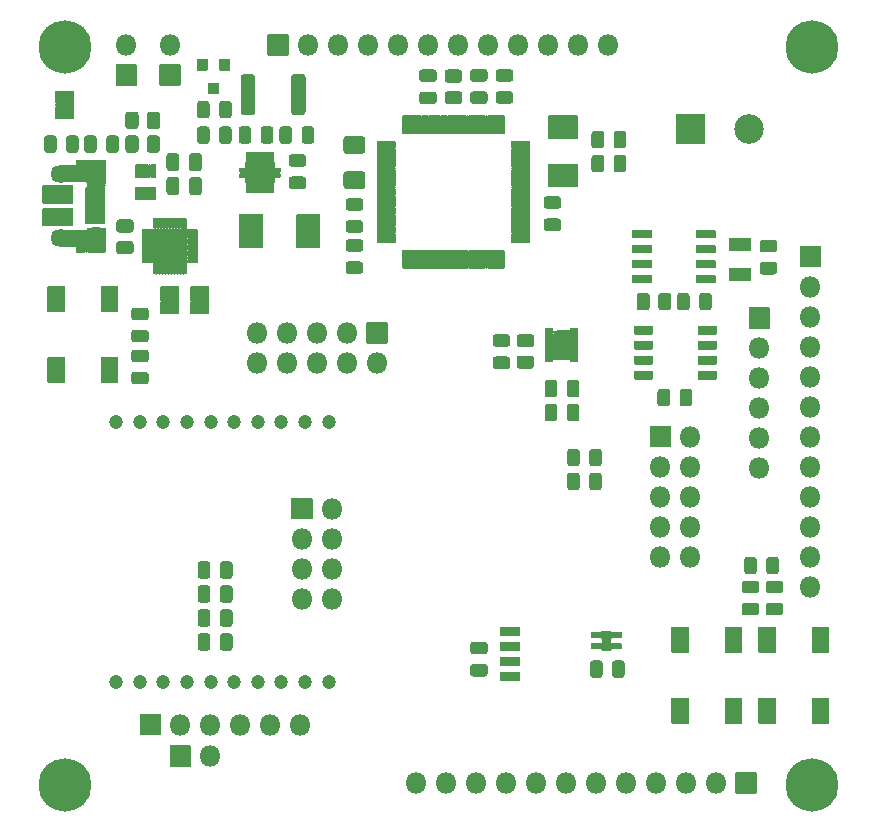
<source format=gts>
G04 #@! TF.GenerationSoftware,KiCad,Pcbnew,(5.1.9)-1*
G04 #@! TF.CreationDate,2021-11-21T12:26:00+01:00*
G04 #@! TF.ProjectId,SmartSensor,536d6172-7453-4656-9e73-6f722e6b6963,1.3*
G04 #@! TF.SameCoordinates,Original*
G04 #@! TF.FileFunction,Soldermask,Top*
G04 #@! TF.FilePolarity,Negative*
%FSLAX46Y46*%
G04 Gerber Fmt 4.6, Leading zero omitted, Abs format (unit mm)*
G04 Created by KiCad (PCBNEW (5.1.9)-1) date 2021-11-21 12:26:00*
%MOMM*%
%LPD*%
G01*
G04 APERTURE LIST*
%ADD10C,2.502000*%
%ADD11O,1.602000X1.202000*%
%ADD12O,1.802000X1.452000*%
%ADD13O,1.802000X1.802000*%
%ADD14C,0.100000*%
%ADD15C,1.202000*%
%ADD16C,4.502000*%
%ADD17C,0.802000*%
G04 APERTURE END LIST*
G36*
G01*
X205637000Y-97451000D02*
X205637000Y-98001000D01*
G75*
G02*
X205586000Y-98052000I-51000J0D01*
G01*
X204086000Y-98052000D01*
G75*
G02*
X204035000Y-98001000I0J51000D01*
G01*
X204035000Y-97451000D01*
G75*
G02*
X204086000Y-97400000I51000J0D01*
G01*
X205586000Y-97400000D01*
G75*
G02*
X205637000Y-97451000I0J-51000D01*
G01*
G37*
G36*
G01*
X205637000Y-96651000D02*
X205637000Y-97201000D01*
G75*
G02*
X205586000Y-97252000I-51000J0D01*
G01*
X204086000Y-97252000D01*
G75*
G02*
X204035000Y-97201000I0J51000D01*
G01*
X204035000Y-96651000D01*
G75*
G02*
X204086000Y-96600000I51000J0D01*
G01*
X205586000Y-96600000D01*
G75*
G02*
X205637000Y-96651000I0J-51000D01*
G01*
G37*
G36*
G01*
X205637000Y-95851000D02*
X205637000Y-96401000D01*
G75*
G02*
X205586000Y-96452000I-51000J0D01*
G01*
X204086000Y-96452000D01*
G75*
G02*
X204035000Y-96401000I0J51000D01*
G01*
X204035000Y-95851000D01*
G75*
G02*
X204086000Y-95800000I51000J0D01*
G01*
X205586000Y-95800000D01*
G75*
G02*
X205637000Y-95851000I0J-51000D01*
G01*
G37*
G36*
G01*
X205637000Y-95051000D02*
X205637000Y-95601000D01*
G75*
G02*
X205586000Y-95652000I-51000J0D01*
G01*
X204086000Y-95652000D01*
G75*
G02*
X204035000Y-95601000I0J51000D01*
G01*
X204035000Y-95051000D01*
G75*
G02*
X204086000Y-95000000I51000J0D01*
G01*
X205586000Y-95000000D01*
G75*
G02*
X205637000Y-95051000I0J-51000D01*
G01*
G37*
G36*
G01*
X205637000Y-94251000D02*
X205637000Y-94801000D01*
G75*
G02*
X205586000Y-94852000I-51000J0D01*
G01*
X204086000Y-94852000D01*
G75*
G02*
X204035000Y-94801000I0J51000D01*
G01*
X204035000Y-94251000D01*
G75*
G02*
X204086000Y-94200000I51000J0D01*
G01*
X205586000Y-94200000D01*
G75*
G02*
X205637000Y-94251000I0J-51000D01*
G01*
G37*
G36*
G01*
X205637000Y-93451000D02*
X205637000Y-94001000D01*
G75*
G02*
X205586000Y-94052000I-51000J0D01*
G01*
X204086000Y-94052000D01*
G75*
G02*
X204035000Y-94001000I0J51000D01*
G01*
X204035000Y-93451000D01*
G75*
G02*
X204086000Y-93400000I51000J0D01*
G01*
X205586000Y-93400000D01*
G75*
G02*
X205637000Y-93451000I0J-51000D01*
G01*
G37*
G36*
G01*
X205637000Y-92651000D02*
X205637000Y-93201000D01*
G75*
G02*
X205586000Y-93252000I-51000J0D01*
G01*
X204086000Y-93252000D01*
G75*
G02*
X204035000Y-93201000I0J51000D01*
G01*
X204035000Y-92651000D01*
G75*
G02*
X204086000Y-92600000I51000J0D01*
G01*
X205586000Y-92600000D01*
G75*
G02*
X205637000Y-92651000I0J-51000D01*
G01*
G37*
G36*
G01*
X205637000Y-91851000D02*
X205637000Y-92401000D01*
G75*
G02*
X205586000Y-92452000I-51000J0D01*
G01*
X204086000Y-92452000D01*
G75*
G02*
X204035000Y-92401000I0J51000D01*
G01*
X204035000Y-91851000D01*
G75*
G02*
X204086000Y-91800000I51000J0D01*
G01*
X205586000Y-91800000D01*
G75*
G02*
X205637000Y-91851000I0J-51000D01*
G01*
G37*
G36*
G01*
X205637000Y-91051000D02*
X205637000Y-91601000D01*
G75*
G02*
X205586000Y-91652000I-51000J0D01*
G01*
X204086000Y-91652000D01*
G75*
G02*
X204035000Y-91601000I0J51000D01*
G01*
X204035000Y-91051000D01*
G75*
G02*
X204086000Y-91000000I51000J0D01*
G01*
X205586000Y-91000000D01*
G75*
G02*
X205637000Y-91051000I0J-51000D01*
G01*
G37*
G36*
G01*
X205637000Y-90251000D02*
X205637000Y-90801000D01*
G75*
G02*
X205586000Y-90852000I-51000J0D01*
G01*
X204086000Y-90852000D01*
G75*
G02*
X204035000Y-90801000I0J51000D01*
G01*
X204035000Y-90251000D01*
G75*
G02*
X204086000Y-90200000I51000J0D01*
G01*
X205586000Y-90200000D01*
G75*
G02*
X205637000Y-90251000I0J-51000D01*
G01*
G37*
G36*
G01*
X205637000Y-89451000D02*
X205637000Y-90001000D01*
G75*
G02*
X205586000Y-90052000I-51000J0D01*
G01*
X204086000Y-90052000D01*
G75*
G02*
X204035000Y-90001000I0J51000D01*
G01*
X204035000Y-89451000D01*
G75*
G02*
X204086000Y-89400000I51000J0D01*
G01*
X205586000Y-89400000D01*
G75*
G02*
X205637000Y-89451000I0J-51000D01*
G01*
G37*
G36*
G01*
X202861000Y-87225000D02*
X203411000Y-87225000D01*
G75*
G02*
X203462000Y-87276000I0J-51000D01*
G01*
X203462000Y-88776000D01*
G75*
G02*
X203411000Y-88827000I-51000J0D01*
G01*
X202861000Y-88827000D01*
G75*
G02*
X202810000Y-88776000I0J51000D01*
G01*
X202810000Y-87276000D01*
G75*
G02*
X202861000Y-87225000I51000J0D01*
G01*
G37*
G36*
G01*
X202061000Y-87225000D02*
X202611000Y-87225000D01*
G75*
G02*
X202662000Y-87276000I0J-51000D01*
G01*
X202662000Y-88776000D01*
G75*
G02*
X202611000Y-88827000I-51000J0D01*
G01*
X202061000Y-88827000D01*
G75*
G02*
X202010000Y-88776000I0J51000D01*
G01*
X202010000Y-87276000D01*
G75*
G02*
X202061000Y-87225000I51000J0D01*
G01*
G37*
G36*
G01*
X201261000Y-87225000D02*
X201811000Y-87225000D01*
G75*
G02*
X201862000Y-87276000I0J-51000D01*
G01*
X201862000Y-88776000D01*
G75*
G02*
X201811000Y-88827000I-51000J0D01*
G01*
X201261000Y-88827000D01*
G75*
G02*
X201210000Y-88776000I0J51000D01*
G01*
X201210000Y-87276000D01*
G75*
G02*
X201261000Y-87225000I51000J0D01*
G01*
G37*
G36*
G01*
X200461000Y-87225000D02*
X201011000Y-87225000D01*
G75*
G02*
X201062000Y-87276000I0J-51000D01*
G01*
X201062000Y-88776000D01*
G75*
G02*
X201011000Y-88827000I-51000J0D01*
G01*
X200461000Y-88827000D01*
G75*
G02*
X200410000Y-88776000I0J51000D01*
G01*
X200410000Y-87276000D01*
G75*
G02*
X200461000Y-87225000I51000J0D01*
G01*
G37*
G36*
G01*
X199661000Y-87225000D02*
X200211000Y-87225000D01*
G75*
G02*
X200262000Y-87276000I0J-51000D01*
G01*
X200262000Y-88776000D01*
G75*
G02*
X200211000Y-88827000I-51000J0D01*
G01*
X199661000Y-88827000D01*
G75*
G02*
X199610000Y-88776000I0J51000D01*
G01*
X199610000Y-87276000D01*
G75*
G02*
X199661000Y-87225000I51000J0D01*
G01*
G37*
G36*
G01*
X198861000Y-87225000D02*
X199411000Y-87225000D01*
G75*
G02*
X199462000Y-87276000I0J-51000D01*
G01*
X199462000Y-88776000D01*
G75*
G02*
X199411000Y-88827000I-51000J0D01*
G01*
X198861000Y-88827000D01*
G75*
G02*
X198810000Y-88776000I0J51000D01*
G01*
X198810000Y-87276000D01*
G75*
G02*
X198861000Y-87225000I51000J0D01*
G01*
G37*
G36*
G01*
X198061000Y-87225000D02*
X198611000Y-87225000D01*
G75*
G02*
X198662000Y-87276000I0J-51000D01*
G01*
X198662000Y-88776000D01*
G75*
G02*
X198611000Y-88827000I-51000J0D01*
G01*
X198061000Y-88827000D01*
G75*
G02*
X198010000Y-88776000I0J51000D01*
G01*
X198010000Y-87276000D01*
G75*
G02*
X198061000Y-87225000I51000J0D01*
G01*
G37*
G36*
G01*
X197261000Y-87225000D02*
X197811000Y-87225000D01*
G75*
G02*
X197862000Y-87276000I0J-51000D01*
G01*
X197862000Y-88776000D01*
G75*
G02*
X197811000Y-88827000I-51000J0D01*
G01*
X197261000Y-88827000D01*
G75*
G02*
X197210000Y-88776000I0J51000D01*
G01*
X197210000Y-87276000D01*
G75*
G02*
X197261000Y-87225000I51000J0D01*
G01*
G37*
G36*
G01*
X196461000Y-87225000D02*
X197011000Y-87225000D01*
G75*
G02*
X197062000Y-87276000I0J-51000D01*
G01*
X197062000Y-88776000D01*
G75*
G02*
X197011000Y-88827000I-51000J0D01*
G01*
X196461000Y-88827000D01*
G75*
G02*
X196410000Y-88776000I0J51000D01*
G01*
X196410000Y-87276000D01*
G75*
G02*
X196461000Y-87225000I51000J0D01*
G01*
G37*
G36*
G01*
X195661000Y-87225000D02*
X196211000Y-87225000D01*
G75*
G02*
X196262000Y-87276000I0J-51000D01*
G01*
X196262000Y-88776000D01*
G75*
G02*
X196211000Y-88827000I-51000J0D01*
G01*
X195661000Y-88827000D01*
G75*
G02*
X195610000Y-88776000I0J51000D01*
G01*
X195610000Y-87276000D01*
G75*
G02*
X195661000Y-87225000I51000J0D01*
G01*
G37*
G36*
G01*
X194861000Y-87225000D02*
X195411000Y-87225000D01*
G75*
G02*
X195462000Y-87276000I0J-51000D01*
G01*
X195462000Y-88776000D01*
G75*
G02*
X195411000Y-88827000I-51000J0D01*
G01*
X194861000Y-88827000D01*
G75*
G02*
X194810000Y-88776000I0J51000D01*
G01*
X194810000Y-87276000D01*
G75*
G02*
X194861000Y-87225000I51000J0D01*
G01*
G37*
G36*
G01*
X194237000Y-89451000D02*
X194237000Y-90001000D01*
G75*
G02*
X194186000Y-90052000I-51000J0D01*
G01*
X192686000Y-90052000D01*
G75*
G02*
X192635000Y-90001000I0J51000D01*
G01*
X192635000Y-89451000D01*
G75*
G02*
X192686000Y-89400000I51000J0D01*
G01*
X194186000Y-89400000D01*
G75*
G02*
X194237000Y-89451000I0J-51000D01*
G01*
G37*
G36*
G01*
X194237000Y-90251000D02*
X194237000Y-90801000D01*
G75*
G02*
X194186000Y-90852000I-51000J0D01*
G01*
X192686000Y-90852000D01*
G75*
G02*
X192635000Y-90801000I0J51000D01*
G01*
X192635000Y-90251000D01*
G75*
G02*
X192686000Y-90200000I51000J0D01*
G01*
X194186000Y-90200000D01*
G75*
G02*
X194237000Y-90251000I0J-51000D01*
G01*
G37*
G36*
G01*
X194237000Y-91051000D02*
X194237000Y-91601000D01*
G75*
G02*
X194186000Y-91652000I-51000J0D01*
G01*
X192686000Y-91652000D01*
G75*
G02*
X192635000Y-91601000I0J51000D01*
G01*
X192635000Y-91051000D01*
G75*
G02*
X192686000Y-91000000I51000J0D01*
G01*
X194186000Y-91000000D01*
G75*
G02*
X194237000Y-91051000I0J-51000D01*
G01*
G37*
G36*
G01*
X194237000Y-91851000D02*
X194237000Y-92401000D01*
G75*
G02*
X194186000Y-92452000I-51000J0D01*
G01*
X192686000Y-92452000D01*
G75*
G02*
X192635000Y-92401000I0J51000D01*
G01*
X192635000Y-91851000D01*
G75*
G02*
X192686000Y-91800000I51000J0D01*
G01*
X194186000Y-91800000D01*
G75*
G02*
X194237000Y-91851000I0J-51000D01*
G01*
G37*
G36*
G01*
X194237000Y-92651000D02*
X194237000Y-93201000D01*
G75*
G02*
X194186000Y-93252000I-51000J0D01*
G01*
X192686000Y-93252000D01*
G75*
G02*
X192635000Y-93201000I0J51000D01*
G01*
X192635000Y-92651000D01*
G75*
G02*
X192686000Y-92600000I51000J0D01*
G01*
X194186000Y-92600000D01*
G75*
G02*
X194237000Y-92651000I0J-51000D01*
G01*
G37*
G36*
G01*
X194237000Y-93451000D02*
X194237000Y-94001000D01*
G75*
G02*
X194186000Y-94052000I-51000J0D01*
G01*
X192686000Y-94052000D01*
G75*
G02*
X192635000Y-94001000I0J51000D01*
G01*
X192635000Y-93451000D01*
G75*
G02*
X192686000Y-93400000I51000J0D01*
G01*
X194186000Y-93400000D01*
G75*
G02*
X194237000Y-93451000I0J-51000D01*
G01*
G37*
G36*
G01*
X194237000Y-94251000D02*
X194237000Y-94801000D01*
G75*
G02*
X194186000Y-94852000I-51000J0D01*
G01*
X192686000Y-94852000D01*
G75*
G02*
X192635000Y-94801000I0J51000D01*
G01*
X192635000Y-94251000D01*
G75*
G02*
X192686000Y-94200000I51000J0D01*
G01*
X194186000Y-94200000D01*
G75*
G02*
X194237000Y-94251000I0J-51000D01*
G01*
G37*
G36*
G01*
X194237000Y-95051000D02*
X194237000Y-95601000D01*
G75*
G02*
X194186000Y-95652000I-51000J0D01*
G01*
X192686000Y-95652000D01*
G75*
G02*
X192635000Y-95601000I0J51000D01*
G01*
X192635000Y-95051000D01*
G75*
G02*
X192686000Y-95000000I51000J0D01*
G01*
X194186000Y-95000000D01*
G75*
G02*
X194237000Y-95051000I0J-51000D01*
G01*
G37*
G36*
G01*
X194237000Y-95851000D02*
X194237000Y-96401000D01*
G75*
G02*
X194186000Y-96452000I-51000J0D01*
G01*
X192686000Y-96452000D01*
G75*
G02*
X192635000Y-96401000I0J51000D01*
G01*
X192635000Y-95851000D01*
G75*
G02*
X192686000Y-95800000I51000J0D01*
G01*
X194186000Y-95800000D01*
G75*
G02*
X194237000Y-95851000I0J-51000D01*
G01*
G37*
G36*
G01*
X194237000Y-96651000D02*
X194237000Y-97201000D01*
G75*
G02*
X194186000Y-97252000I-51000J0D01*
G01*
X192686000Y-97252000D01*
G75*
G02*
X192635000Y-97201000I0J51000D01*
G01*
X192635000Y-96651000D01*
G75*
G02*
X192686000Y-96600000I51000J0D01*
G01*
X194186000Y-96600000D01*
G75*
G02*
X194237000Y-96651000I0J-51000D01*
G01*
G37*
G36*
G01*
X194237000Y-97451000D02*
X194237000Y-98001000D01*
G75*
G02*
X194186000Y-98052000I-51000J0D01*
G01*
X192686000Y-98052000D01*
G75*
G02*
X192635000Y-98001000I0J51000D01*
G01*
X192635000Y-97451000D01*
G75*
G02*
X192686000Y-97400000I51000J0D01*
G01*
X194186000Y-97400000D01*
G75*
G02*
X194237000Y-97451000I0J-51000D01*
G01*
G37*
G36*
G01*
X194861000Y-98625000D02*
X195411000Y-98625000D01*
G75*
G02*
X195462000Y-98676000I0J-51000D01*
G01*
X195462000Y-100176000D01*
G75*
G02*
X195411000Y-100227000I-51000J0D01*
G01*
X194861000Y-100227000D01*
G75*
G02*
X194810000Y-100176000I0J51000D01*
G01*
X194810000Y-98676000D01*
G75*
G02*
X194861000Y-98625000I51000J0D01*
G01*
G37*
G36*
G01*
X195661000Y-98625000D02*
X196211000Y-98625000D01*
G75*
G02*
X196262000Y-98676000I0J-51000D01*
G01*
X196262000Y-100176000D01*
G75*
G02*
X196211000Y-100227000I-51000J0D01*
G01*
X195661000Y-100227000D01*
G75*
G02*
X195610000Y-100176000I0J51000D01*
G01*
X195610000Y-98676000D01*
G75*
G02*
X195661000Y-98625000I51000J0D01*
G01*
G37*
G36*
G01*
X196461000Y-98625000D02*
X197011000Y-98625000D01*
G75*
G02*
X197062000Y-98676000I0J-51000D01*
G01*
X197062000Y-100176000D01*
G75*
G02*
X197011000Y-100227000I-51000J0D01*
G01*
X196461000Y-100227000D01*
G75*
G02*
X196410000Y-100176000I0J51000D01*
G01*
X196410000Y-98676000D01*
G75*
G02*
X196461000Y-98625000I51000J0D01*
G01*
G37*
G36*
G01*
X197261000Y-98625000D02*
X197811000Y-98625000D01*
G75*
G02*
X197862000Y-98676000I0J-51000D01*
G01*
X197862000Y-100176000D01*
G75*
G02*
X197811000Y-100227000I-51000J0D01*
G01*
X197261000Y-100227000D01*
G75*
G02*
X197210000Y-100176000I0J51000D01*
G01*
X197210000Y-98676000D01*
G75*
G02*
X197261000Y-98625000I51000J0D01*
G01*
G37*
G36*
G01*
X198061000Y-98625000D02*
X198611000Y-98625000D01*
G75*
G02*
X198662000Y-98676000I0J-51000D01*
G01*
X198662000Y-100176000D01*
G75*
G02*
X198611000Y-100227000I-51000J0D01*
G01*
X198061000Y-100227000D01*
G75*
G02*
X198010000Y-100176000I0J51000D01*
G01*
X198010000Y-98676000D01*
G75*
G02*
X198061000Y-98625000I51000J0D01*
G01*
G37*
G36*
G01*
X198861000Y-98625000D02*
X199411000Y-98625000D01*
G75*
G02*
X199462000Y-98676000I0J-51000D01*
G01*
X199462000Y-100176000D01*
G75*
G02*
X199411000Y-100227000I-51000J0D01*
G01*
X198861000Y-100227000D01*
G75*
G02*
X198810000Y-100176000I0J51000D01*
G01*
X198810000Y-98676000D01*
G75*
G02*
X198861000Y-98625000I51000J0D01*
G01*
G37*
G36*
G01*
X199661000Y-98625000D02*
X200211000Y-98625000D01*
G75*
G02*
X200262000Y-98676000I0J-51000D01*
G01*
X200262000Y-100176000D01*
G75*
G02*
X200211000Y-100227000I-51000J0D01*
G01*
X199661000Y-100227000D01*
G75*
G02*
X199610000Y-100176000I0J51000D01*
G01*
X199610000Y-98676000D01*
G75*
G02*
X199661000Y-98625000I51000J0D01*
G01*
G37*
G36*
G01*
X200461000Y-98625000D02*
X201011000Y-98625000D01*
G75*
G02*
X201062000Y-98676000I0J-51000D01*
G01*
X201062000Y-100176000D01*
G75*
G02*
X201011000Y-100227000I-51000J0D01*
G01*
X200461000Y-100227000D01*
G75*
G02*
X200410000Y-100176000I0J51000D01*
G01*
X200410000Y-98676000D01*
G75*
G02*
X200461000Y-98625000I51000J0D01*
G01*
G37*
G36*
G01*
X201261000Y-98625000D02*
X201811000Y-98625000D01*
G75*
G02*
X201862000Y-98676000I0J-51000D01*
G01*
X201862000Y-100176000D01*
G75*
G02*
X201811000Y-100227000I-51000J0D01*
G01*
X201261000Y-100227000D01*
G75*
G02*
X201210000Y-100176000I0J51000D01*
G01*
X201210000Y-98676000D01*
G75*
G02*
X201261000Y-98625000I51000J0D01*
G01*
G37*
G36*
G01*
X202061000Y-98625000D02*
X202611000Y-98625000D01*
G75*
G02*
X202662000Y-98676000I0J-51000D01*
G01*
X202662000Y-100176000D01*
G75*
G02*
X202611000Y-100227000I-51000J0D01*
G01*
X202061000Y-100227000D01*
G75*
G02*
X202010000Y-100176000I0J51000D01*
G01*
X202010000Y-98676000D01*
G75*
G02*
X202061000Y-98625000I51000J0D01*
G01*
G37*
G36*
G01*
X202861000Y-98625000D02*
X203411000Y-98625000D01*
G75*
G02*
X203462000Y-98676000I0J-51000D01*
G01*
X203462000Y-100176000D01*
G75*
G02*
X203411000Y-100227000I-51000J0D01*
G01*
X202861000Y-100227000D01*
G75*
G02*
X202810000Y-100176000I0J51000D01*
G01*
X202810000Y-98676000D01*
G75*
G02*
X202861000Y-98625000I51000J0D01*
G01*
G37*
G36*
G01*
X173485000Y-92478000D02*
X173485000Y-91428000D01*
G75*
G02*
X173536000Y-91377000I51000J0D01*
G01*
X173936000Y-91377000D01*
G75*
G02*
X173987000Y-91428000I0J-51000D01*
G01*
X173987000Y-92478000D01*
G75*
G02*
X173936000Y-92529000I-51000J0D01*
G01*
X173536000Y-92529000D01*
G75*
G02*
X173485000Y-92478000I0J51000D01*
G01*
G37*
G36*
G01*
X172835000Y-92478000D02*
X172835000Y-91428000D01*
G75*
G02*
X172886000Y-91377000I51000J0D01*
G01*
X173286000Y-91377000D01*
G75*
G02*
X173337000Y-91428000I0J-51000D01*
G01*
X173337000Y-92478000D01*
G75*
G02*
X173286000Y-92529000I-51000J0D01*
G01*
X172886000Y-92529000D01*
G75*
G02*
X172835000Y-92478000I0J51000D01*
G01*
G37*
G36*
G01*
X172185000Y-92478000D02*
X172185000Y-91428000D01*
G75*
G02*
X172236000Y-91377000I51000J0D01*
G01*
X172636000Y-91377000D01*
G75*
G02*
X172687000Y-91428000I0J-51000D01*
G01*
X172687000Y-92478000D01*
G75*
G02*
X172636000Y-92529000I-51000J0D01*
G01*
X172236000Y-92529000D01*
G75*
G02*
X172185000Y-92478000I0J51000D01*
G01*
G37*
G36*
G01*
X172185000Y-94378000D02*
X172185000Y-93328000D01*
G75*
G02*
X172236000Y-93277000I51000J0D01*
G01*
X172636000Y-93277000D01*
G75*
G02*
X172687000Y-93328000I0J-51000D01*
G01*
X172687000Y-94378000D01*
G75*
G02*
X172636000Y-94429000I-51000J0D01*
G01*
X172236000Y-94429000D01*
G75*
G02*
X172185000Y-94378000I0J51000D01*
G01*
G37*
G36*
G01*
X172835000Y-94378000D02*
X172835000Y-93328000D01*
G75*
G02*
X172886000Y-93277000I51000J0D01*
G01*
X173286000Y-93277000D01*
G75*
G02*
X173337000Y-93328000I0J-51000D01*
G01*
X173337000Y-94378000D01*
G75*
G02*
X173286000Y-94429000I-51000J0D01*
G01*
X172886000Y-94429000D01*
G75*
G02*
X172835000Y-94378000I0J51000D01*
G01*
G37*
G36*
G01*
X173485000Y-94378000D02*
X173485000Y-93328000D01*
G75*
G02*
X173536000Y-93277000I51000J0D01*
G01*
X173936000Y-93277000D01*
G75*
G02*
X173987000Y-93328000I0J-51000D01*
G01*
X173987000Y-94378000D01*
G75*
G02*
X173936000Y-94429000I-51000J0D01*
G01*
X173536000Y-94429000D01*
G75*
G02*
X173485000Y-94378000I0J51000D01*
G01*
G37*
G36*
G01*
X226795750Y-127695500D02*
X225832250Y-127695500D01*
G75*
G02*
X225563000Y-127426250I0J269250D01*
G01*
X225563000Y-126887750D01*
G75*
G02*
X225832250Y-126618500I269250J0D01*
G01*
X226795750Y-126618500D01*
G75*
G02*
X227065000Y-126887750I0J-269250D01*
G01*
X227065000Y-127426250D01*
G75*
G02*
X226795750Y-127695500I-269250J0D01*
G01*
G37*
G36*
G01*
X226795750Y-129570500D02*
X225832250Y-129570500D01*
G75*
G02*
X225563000Y-129301250I0J269250D01*
G01*
X225563000Y-128762750D01*
G75*
G02*
X225832250Y-128493500I269250J0D01*
G01*
X226795750Y-128493500D01*
G75*
G02*
X227065000Y-128762750I0J-269250D01*
G01*
X227065000Y-129301250D01*
G75*
G02*
X226795750Y-129570500I-269250J0D01*
G01*
G37*
G36*
G01*
X191235750Y-100663000D02*
X190272250Y-100663000D01*
G75*
G02*
X190003000Y-100393750I0J269250D01*
G01*
X190003000Y-99855250D01*
G75*
G02*
X190272250Y-99586000I269250J0D01*
G01*
X191235750Y-99586000D01*
G75*
G02*
X191505000Y-99855250I0J-269250D01*
G01*
X191505000Y-100393750D01*
G75*
G02*
X191235750Y-100663000I-269250J0D01*
G01*
G37*
G36*
G01*
X191235750Y-98788000D02*
X190272250Y-98788000D01*
G75*
G02*
X190003000Y-98518750I0J269250D01*
G01*
X190003000Y-97980250D01*
G75*
G02*
X190272250Y-97711000I269250J0D01*
G01*
X191235750Y-97711000D01*
G75*
G02*
X191505000Y-97980250I0J-269250D01*
G01*
X191505000Y-98518750D01*
G75*
G02*
X191235750Y-98788000I-269250J0D01*
G01*
G37*
G36*
G01*
X187355500Y-88418250D02*
X187355500Y-89381750D01*
G75*
G02*
X187086250Y-89651000I-269250J0D01*
G01*
X186547750Y-89651000D01*
G75*
G02*
X186278500Y-89381750I0J269250D01*
G01*
X186278500Y-88418250D01*
G75*
G02*
X186547750Y-88149000I269250J0D01*
G01*
X187086250Y-88149000D01*
G75*
G02*
X187355500Y-88418250I0J-269250D01*
G01*
G37*
G36*
G01*
X185480500Y-88418250D02*
X185480500Y-89381750D01*
G75*
G02*
X185211250Y-89651000I-269250J0D01*
G01*
X184672750Y-89651000D01*
G75*
G02*
X184403500Y-89381750I0J269250D01*
G01*
X184403500Y-88418250D01*
G75*
G02*
X184672750Y-88149000I269250J0D01*
G01*
X185211250Y-88149000D01*
G75*
G02*
X185480500Y-88418250I0J-269250D01*
G01*
G37*
G36*
G01*
X178495500Y-88418250D02*
X178495500Y-89381750D01*
G75*
G02*
X178226250Y-89651000I-269250J0D01*
G01*
X177687750Y-89651000D01*
G75*
G02*
X177418500Y-89381750I0J269250D01*
G01*
X177418500Y-88418250D01*
G75*
G02*
X177687750Y-88149000I269250J0D01*
G01*
X178226250Y-88149000D01*
G75*
G02*
X178495500Y-88418250I0J-269250D01*
G01*
G37*
G36*
G01*
X180370500Y-88418250D02*
X180370500Y-89381750D01*
G75*
G02*
X180101250Y-89651000I-269250J0D01*
G01*
X179562750Y-89651000D01*
G75*
G02*
X179293500Y-89381750I0J269250D01*
G01*
X179293500Y-88418250D01*
G75*
G02*
X179562750Y-88149000I269250J0D01*
G01*
X180101250Y-88149000D01*
G75*
G02*
X180370500Y-88418250I0J-269250D01*
G01*
G37*
G36*
G01*
X180944500Y-89381750D02*
X180944500Y-88418250D01*
G75*
G02*
X181213750Y-88149000I269250J0D01*
G01*
X181752250Y-88149000D01*
G75*
G02*
X182021500Y-88418250I0J-269250D01*
G01*
X182021500Y-89381750D01*
G75*
G02*
X181752250Y-89651000I-269250J0D01*
G01*
X181213750Y-89651000D01*
G75*
G02*
X180944500Y-89381750I0J269250D01*
G01*
G37*
G36*
G01*
X182819500Y-89381750D02*
X182819500Y-88418250D01*
G75*
G02*
X183088750Y-88149000I269250J0D01*
G01*
X183627250Y-88149000D01*
G75*
G02*
X183896500Y-88418250I0J-269250D01*
G01*
X183896500Y-89381750D01*
G75*
G02*
X183627250Y-89651000I-269250J0D01*
G01*
X183088750Y-89651000D01*
G75*
G02*
X182819500Y-89381750I0J269250D01*
G01*
G37*
G36*
G01*
X207929500Y-109881250D02*
X207929500Y-110844750D01*
G75*
G02*
X207660250Y-111114000I-269250J0D01*
G01*
X207121750Y-111114000D01*
G75*
G02*
X206852500Y-110844750I0J269250D01*
G01*
X206852500Y-109881250D01*
G75*
G02*
X207121750Y-109612000I269250J0D01*
G01*
X207660250Y-109612000D01*
G75*
G02*
X207929500Y-109881250I0J-269250D01*
G01*
G37*
G36*
G01*
X209804500Y-109881250D02*
X209804500Y-110844750D01*
G75*
G02*
X209535250Y-111114000I-269250J0D01*
G01*
X208996750Y-111114000D01*
G75*
G02*
X208727500Y-110844750I0J269250D01*
G01*
X208727500Y-109881250D01*
G75*
G02*
X208996750Y-109612000I269250J0D01*
G01*
X209535250Y-109612000D01*
G75*
G02*
X209804500Y-109881250I0J-269250D01*
G01*
G37*
G36*
G01*
X209804500Y-111913250D02*
X209804500Y-112876750D01*
G75*
G02*
X209535250Y-113146000I-269250J0D01*
G01*
X208996750Y-113146000D01*
G75*
G02*
X208727500Y-112876750I0J269250D01*
G01*
X208727500Y-111913250D01*
G75*
G02*
X208996750Y-111644000I269250J0D01*
G01*
X209535250Y-111644000D01*
G75*
G02*
X209804500Y-111913250I0J-269250D01*
G01*
G37*
G36*
G01*
X207929500Y-111913250D02*
X207929500Y-112876750D01*
G75*
G02*
X207660250Y-113146000I-269250J0D01*
G01*
X207121750Y-113146000D01*
G75*
G02*
X206852500Y-112876750I0J269250D01*
G01*
X206852500Y-111913250D01*
G75*
G02*
X207121750Y-111644000I269250J0D01*
G01*
X207660250Y-111644000D01*
G75*
G02*
X207929500Y-111913250I0J-269250D01*
G01*
G37*
G36*
G01*
X211769500Y-133630250D02*
X211769500Y-134593750D01*
G75*
G02*
X211500250Y-134863000I-269250J0D01*
G01*
X210961750Y-134863000D01*
G75*
G02*
X210692500Y-134593750I0J269250D01*
G01*
X210692500Y-133630250D01*
G75*
G02*
X210961750Y-133361000I269250J0D01*
G01*
X211500250Y-133361000D01*
G75*
G02*
X211769500Y-133630250I0J-269250D01*
G01*
G37*
G36*
G01*
X213644500Y-133630250D02*
X213644500Y-134593750D01*
G75*
G02*
X213375250Y-134863000I-269250J0D01*
G01*
X212836750Y-134863000D01*
G75*
G02*
X212567500Y-134593750I0J269250D01*
G01*
X212567500Y-133630250D01*
G75*
G02*
X212836750Y-133361000I269250J0D01*
G01*
X213375250Y-133361000D01*
G75*
G02*
X213644500Y-133630250I0J-269250D01*
G01*
G37*
G36*
G01*
X200813250Y-133670500D02*
X201776750Y-133670500D01*
G75*
G02*
X202046000Y-133939750I0J-269250D01*
G01*
X202046000Y-134478250D01*
G75*
G02*
X201776750Y-134747500I-269250J0D01*
G01*
X200813250Y-134747500D01*
G75*
G02*
X200544000Y-134478250I0J269250D01*
G01*
X200544000Y-133939750D01*
G75*
G02*
X200813250Y-133670500I269250J0D01*
G01*
G37*
G36*
G01*
X200813250Y-131795500D02*
X201776750Y-131795500D01*
G75*
G02*
X202046000Y-132064750I0J-269250D01*
G01*
X202046000Y-132603250D01*
G75*
G02*
X201776750Y-132872500I-269250J0D01*
G01*
X200813250Y-132872500D01*
G75*
G02*
X200544000Y-132603250I0J269250D01*
G01*
X200544000Y-132064750D01*
G75*
G02*
X200813250Y-131795500I269250J0D01*
G01*
G37*
G36*
G01*
X212694500Y-89762750D02*
X212694500Y-88799250D01*
G75*
G02*
X212963750Y-88530000I269250J0D01*
G01*
X213502250Y-88530000D01*
G75*
G02*
X213771500Y-88799250I0J-269250D01*
G01*
X213771500Y-89762750D01*
G75*
G02*
X213502250Y-90032000I-269250J0D01*
G01*
X212963750Y-90032000D01*
G75*
G02*
X212694500Y-89762750I0J269250D01*
G01*
G37*
G36*
G01*
X210819500Y-89762750D02*
X210819500Y-88799250D01*
G75*
G02*
X211088750Y-88530000I269250J0D01*
G01*
X211627250Y-88530000D01*
G75*
G02*
X211896500Y-88799250I0J-269250D01*
G01*
X211896500Y-89762750D01*
G75*
G02*
X211627250Y-90032000I-269250J0D01*
G01*
X211088750Y-90032000D01*
G75*
G02*
X210819500Y-89762750I0J269250D01*
G01*
G37*
G36*
G01*
X223743500Y-125830750D02*
X223743500Y-124867250D01*
G75*
G02*
X224012750Y-124598000I269250J0D01*
G01*
X224551250Y-124598000D01*
G75*
G02*
X224820500Y-124867250I0J-269250D01*
G01*
X224820500Y-125830750D01*
G75*
G02*
X224551250Y-126100000I-269250J0D01*
G01*
X224012750Y-126100000D01*
G75*
G02*
X223743500Y-125830750I0J269250D01*
G01*
G37*
G36*
G01*
X225618500Y-125830750D02*
X225618500Y-124867250D01*
G75*
G02*
X225887750Y-124598000I269250J0D01*
G01*
X226426250Y-124598000D01*
G75*
G02*
X226695500Y-124867250I0J-269250D01*
G01*
X226695500Y-125830750D01*
G75*
G02*
X226426250Y-126100000I-269250J0D01*
G01*
X225887750Y-126100000D01*
G75*
G02*
X225618500Y-125830750I0J269250D01*
G01*
G37*
G36*
G01*
X210819500Y-91794750D02*
X210819500Y-90831250D01*
G75*
G02*
X211088750Y-90562000I269250J0D01*
G01*
X211627250Y-90562000D01*
G75*
G02*
X211896500Y-90831250I0J-269250D01*
G01*
X211896500Y-91794750D01*
G75*
G02*
X211627250Y-92064000I-269250J0D01*
G01*
X211088750Y-92064000D01*
G75*
G02*
X210819500Y-91794750I0J269250D01*
G01*
G37*
G36*
G01*
X212694500Y-91794750D02*
X212694500Y-90831250D01*
G75*
G02*
X212963750Y-90562000I269250J0D01*
G01*
X213502250Y-90562000D01*
G75*
G02*
X213771500Y-90831250I0J-269250D01*
G01*
X213771500Y-91794750D01*
G75*
G02*
X213502250Y-92064000I-269250J0D01*
G01*
X212963750Y-92064000D01*
G75*
G02*
X212694500Y-91794750I0J269250D01*
G01*
G37*
G36*
G01*
X207036250Y-94076500D02*
X207999750Y-94076500D01*
G75*
G02*
X208269000Y-94345750I0J-269250D01*
G01*
X208269000Y-94884250D01*
G75*
G02*
X207999750Y-95153500I-269250J0D01*
G01*
X207036250Y-95153500D01*
G75*
G02*
X206767000Y-94884250I0J269250D01*
G01*
X206767000Y-94345750D01*
G75*
G02*
X207036250Y-94076500I269250J0D01*
G01*
G37*
G36*
G01*
X207036250Y-95951500D02*
X207999750Y-95951500D01*
G75*
G02*
X208269000Y-96220750I0J-269250D01*
G01*
X208269000Y-96759250D01*
G75*
G02*
X207999750Y-97028500I-269250J0D01*
G01*
X207036250Y-97028500D01*
G75*
G02*
X206767000Y-96759250I0J269250D01*
G01*
X206767000Y-96220750D01*
G75*
G02*
X207036250Y-95951500I269250J0D01*
G01*
G37*
G36*
G01*
X190272250Y-96108500D02*
X191235750Y-96108500D01*
G75*
G02*
X191505000Y-96377750I0J-269250D01*
G01*
X191505000Y-96916250D01*
G75*
G02*
X191235750Y-97185500I-269250J0D01*
G01*
X190272250Y-97185500D01*
G75*
G02*
X190003000Y-96916250I0J269250D01*
G01*
X190003000Y-96377750D01*
G75*
G02*
X190272250Y-96108500I269250J0D01*
G01*
G37*
G36*
G01*
X190272250Y-94233500D02*
X191235750Y-94233500D01*
G75*
G02*
X191505000Y-94502750I0J-269250D01*
G01*
X191505000Y-95041250D01*
G75*
G02*
X191235750Y-95310500I-269250J0D01*
G01*
X190272250Y-95310500D01*
G75*
G02*
X190003000Y-95041250I0J269250D01*
G01*
X190003000Y-94502750D01*
G75*
G02*
X190272250Y-94233500I269250J0D01*
G01*
G37*
G36*
G01*
X219933500Y-103478750D02*
X219933500Y-102515250D01*
G75*
G02*
X220202750Y-102246000I269250J0D01*
G01*
X220741250Y-102246000D01*
G75*
G02*
X221010500Y-102515250I0J-269250D01*
G01*
X221010500Y-103478750D01*
G75*
G02*
X220741250Y-103748000I-269250J0D01*
G01*
X220202750Y-103748000D01*
G75*
G02*
X219933500Y-103478750I0J269250D01*
G01*
G37*
G36*
G01*
X218058500Y-103478750D02*
X218058500Y-102515250D01*
G75*
G02*
X218327750Y-102246000I269250J0D01*
G01*
X218866250Y-102246000D01*
G75*
G02*
X219135500Y-102515250I0J-269250D01*
G01*
X219135500Y-103478750D01*
G75*
G02*
X218866250Y-103748000I-269250J0D01*
G01*
X218327750Y-103748000D01*
G75*
G02*
X218058500Y-103478750I0J269250D01*
G01*
G37*
G36*
G01*
X179357000Y-130275750D02*
X179357000Y-129312250D01*
G75*
G02*
X179626250Y-129043000I269250J0D01*
G01*
X180164750Y-129043000D01*
G75*
G02*
X180434000Y-129312250I0J-269250D01*
G01*
X180434000Y-130275750D01*
G75*
G02*
X180164750Y-130545000I-269250J0D01*
G01*
X179626250Y-130545000D01*
G75*
G02*
X179357000Y-130275750I0J269250D01*
G01*
G37*
G36*
G01*
X177482000Y-130275750D02*
X177482000Y-129312250D01*
G75*
G02*
X177751250Y-129043000I269250J0D01*
G01*
X178289750Y-129043000D01*
G75*
G02*
X178559000Y-129312250I0J-269250D01*
G01*
X178559000Y-130275750D01*
G75*
G02*
X178289750Y-130545000I-269250J0D01*
G01*
X177751250Y-130545000D01*
G75*
G02*
X177482000Y-130275750I0J269250D01*
G01*
G37*
G36*
G01*
X177482000Y-128243750D02*
X177482000Y-127280250D01*
G75*
G02*
X177751250Y-127011000I269250J0D01*
G01*
X178289750Y-127011000D01*
G75*
G02*
X178559000Y-127280250I0J-269250D01*
G01*
X178559000Y-128243750D01*
G75*
G02*
X178289750Y-128513000I-269250J0D01*
G01*
X177751250Y-128513000D01*
G75*
G02*
X177482000Y-128243750I0J269250D01*
G01*
G37*
G36*
G01*
X179357000Y-128243750D02*
X179357000Y-127280250D01*
G75*
G02*
X179626250Y-127011000I269250J0D01*
G01*
X180164750Y-127011000D01*
G75*
G02*
X180434000Y-127280250I0J-269250D01*
G01*
X180434000Y-128243750D01*
G75*
G02*
X180164750Y-128513000I-269250J0D01*
G01*
X179626250Y-128513000D01*
G75*
G02*
X179357000Y-128243750I0J269250D01*
G01*
G37*
G36*
G01*
X177482000Y-126211750D02*
X177482000Y-125248250D01*
G75*
G02*
X177751250Y-124979000I269250J0D01*
G01*
X178289750Y-124979000D01*
G75*
G02*
X178559000Y-125248250I0J-269250D01*
G01*
X178559000Y-126211750D01*
G75*
G02*
X178289750Y-126481000I-269250J0D01*
G01*
X177751250Y-126481000D01*
G75*
G02*
X177482000Y-126211750I0J269250D01*
G01*
G37*
G36*
G01*
X179357000Y-126211750D02*
X179357000Y-125248250D01*
G75*
G02*
X179626250Y-124979000I269250J0D01*
G01*
X180164750Y-124979000D01*
G75*
G02*
X180434000Y-125248250I0J-269250D01*
G01*
X180434000Y-126211750D01*
G75*
G02*
X180164750Y-126481000I-269250J0D01*
G01*
X179626250Y-126481000D01*
G75*
G02*
X179357000Y-126211750I0J269250D01*
G01*
G37*
G36*
G01*
X217951000Y-89592000D02*
X217951000Y-87192000D01*
G75*
G02*
X218002000Y-87141000I51000J0D01*
G01*
X220402000Y-87141000D01*
G75*
G02*
X220453000Y-87192000I0J-51000D01*
G01*
X220453000Y-89592000D01*
G75*
G02*
X220402000Y-89643000I-51000J0D01*
G01*
X218002000Y-89643000D01*
G75*
G02*
X217951000Y-89592000I0J51000D01*
G01*
G37*
D10*
X224202000Y-88392000D03*
G36*
G01*
X178495500Y-86259250D02*
X178495500Y-87222750D01*
G75*
G02*
X178226250Y-87492000I-269250J0D01*
G01*
X177687750Y-87492000D01*
G75*
G02*
X177418500Y-87222750I0J269250D01*
G01*
X177418500Y-86259250D01*
G75*
G02*
X177687750Y-85990000I269250J0D01*
G01*
X178226250Y-85990000D01*
G75*
G02*
X178495500Y-86259250I0J-269250D01*
G01*
G37*
G36*
G01*
X180370500Y-86259250D02*
X180370500Y-87222750D01*
G75*
G02*
X180101250Y-87492000I-269250J0D01*
G01*
X179562750Y-87492000D01*
G75*
G02*
X179293500Y-87222750I0J269250D01*
G01*
X179293500Y-86259250D01*
G75*
G02*
X179562750Y-85990000I269250J0D01*
G01*
X180101250Y-85990000D01*
G75*
G02*
X180370500Y-86259250I0J-269250D01*
G01*
G37*
G36*
G01*
X224763750Y-129570500D02*
X223800250Y-129570500D01*
G75*
G02*
X223531000Y-129301250I0J269250D01*
G01*
X223531000Y-128762750D01*
G75*
G02*
X223800250Y-128493500I269250J0D01*
G01*
X224763750Y-128493500D01*
G75*
G02*
X225033000Y-128762750I0J-269250D01*
G01*
X225033000Y-129301250D01*
G75*
G02*
X224763750Y-129570500I-269250J0D01*
G01*
G37*
G36*
G01*
X224763750Y-127695500D02*
X223800250Y-127695500D01*
G75*
G02*
X223531000Y-127426250I0J269250D01*
G01*
X223531000Y-126887750D01*
G75*
G02*
X223800250Y-126618500I269250J0D01*
G01*
X224763750Y-126618500D01*
G75*
G02*
X225033000Y-126887750I0J-269250D01*
G01*
X225033000Y-127426250D01*
G75*
G02*
X224763750Y-127695500I-269250J0D01*
G01*
G37*
G36*
G01*
X203935750Y-84388500D02*
X202972250Y-84388500D01*
G75*
G02*
X202703000Y-84119250I0J269250D01*
G01*
X202703000Y-83580750D01*
G75*
G02*
X202972250Y-83311500I269250J0D01*
G01*
X203935750Y-83311500D01*
G75*
G02*
X204205000Y-83580750I0J-269250D01*
G01*
X204205000Y-84119250D01*
G75*
G02*
X203935750Y-84388500I-269250J0D01*
G01*
G37*
G36*
G01*
X203935750Y-86263500D02*
X202972250Y-86263500D01*
G75*
G02*
X202703000Y-85994250I0J269250D01*
G01*
X202703000Y-85455750D01*
G75*
G02*
X202972250Y-85186500I269250J0D01*
G01*
X203935750Y-85186500D01*
G75*
G02*
X204205000Y-85455750I0J-269250D01*
G01*
X204205000Y-85994250D01*
G75*
G02*
X203935750Y-86263500I-269250J0D01*
G01*
G37*
G36*
G01*
X172111250Y-103504500D02*
X173074750Y-103504500D01*
G75*
G02*
X173344000Y-103773750I0J-269250D01*
G01*
X173344000Y-104312250D01*
G75*
G02*
X173074750Y-104581500I-269250J0D01*
G01*
X172111250Y-104581500D01*
G75*
G02*
X171842000Y-104312250I0J269250D01*
G01*
X171842000Y-103773750D01*
G75*
G02*
X172111250Y-103504500I269250J0D01*
G01*
G37*
G36*
G01*
X172111250Y-105379500D02*
X173074750Y-105379500D01*
G75*
G02*
X173344000Y-105648750I0J-269250D01*
G01*
X173344000Y-106187250D01*
G75*
G02*
X173074750Y-106456500I-269250J0D01*
G01*
X172111250Y-106456500D01*
G75*
G02*
X171842000Y-106187250I0J269250D01*
G01*
X171842000Y-105648750D01*
G75*
G02*
X172111250Y-105379500I269250J0D01*
G01*
G37*
G36*
G01*
X225324250Y-97759500D02*
X226287750Y-97759500D01*
G75*
G02*
X226557000Y-98028750I0J-269250D01*
G01*
X226557000Y-98567250D01*
G75*
G02*
X226287750Y-98836500I-269250J0D01*
G01*
X225324250Y-98836500D01*
G75*
G02*
X225055000Y-98567250I0J269250D01*
G01*
X225055000Y-98028750D01*
G75*
G02*
X225324250Y-97759500I269250J0D01*
G01*
G37*
G36*
G01*
X225324250Y-99634500D02*
X226287750Y-99634500D01*
G75*
G02*
X226557000Y-99903750I0J-269250D01*
G01*
X226557000Y-100442250D01*
G75*
G02*
X226287750Y-100711500I-269250J0D01*
G01*
X225324250Y-100711500D01*
G75*
G02*
X225055000Y-100442250I0J269250D01*
G01*
X225055000Y-99903750D01*
G75*
G02*
X225324250Y-99634500I269250J0D01*
G01*
G37*
G36*
G01*
X186625500Y-83992663D02*
X186625500Y-86949337D01*
G75*
G02*
X186352837Y-87222000I-272663J0D01*
G01*
X185671163Y-87222000D01*
G75*
G02*
X185398500Y-86949337I0J272663D01*
G01*
X185398500Y-83992663D01*
G75*
G02*
X185671163Y-83720000I272663J0D01*
G01*
X186352837Y-83720000D01*
G75*
G02*
X186625500Y-83992663I0J-272663D01*
G01*
G37*
G36*
G01*
X182350500Y-83992663D02*
X182350500Y-86949337D01*
G75*
G02*
X182077837Y-87222000I-272663J0D01*
G01*
X181396163Y-87222000D01*
G75*
G02*
X181123500Y-86949337I0J272663D01*
G01*
X181123500Y-83992663D01*
G75*
G02*
X181396163Y-83720000I272663J0D01*
G01*
X182077837Y-83720000D01*
G75*
G02*
X182350500Y-83992663I0J-272663D01*
G01*
G37*
G36*
G01*
X212491000Y-130898999D02*
X212491000Y-132499001D01*
G75*
G02*
X212440001Y-132550000I-50999J0D01*
G01*
X211739999Y-132550000D01*
G75*
G02*
X211689000Y-132499001I0J50999D01*
G01*
X211689000Y-130898999D01*
G75*
G02*
X211739999Y-130848000I50999J0D01*
G01*
X212440001Y-130848000D01*
G75*
G02*
X212491000Y-130898999I0J-50999D01*
G01*
G37*
G36*
G01*
X211491000Y-131974000D02*
X211491000Y-132374000D01*
G75*
G02*
X211440000Y-132425000I-51000J0D01*
G01*
X210840000Y-132425000D01*
G75*
G02*
X210789000Y-132374000I0J51000D01*
G01*
X210789000Y-131974000D01*
G75*
G02*
X210840000Y-131923000I51000J0D01*
G01*
X211440000Y-131923000D01*
G75*
G02*
X211491000Y-131974000I0J-51000D01*
G01*
G37*
G36*
G01*
X213391000Y-131024000D02*
X213391000Y-131424000D01*
G75*
G02*
X213340000Y-131475000I-51000J0D01*
G01*
X212740000Y-131475000D01*
G75*
G02*
X212689000Y-131424000I0J51000D01*
G01*
X212689000Y-131024000D01*
G75*
G02*
X212740000Y-130973000I51000J0D01*
G01*
X213340000Y-130973000D01*
G75*
G02*
X213391000Y-131024000I0J-51000D01*
G01*
G37*
G36*
G01*
X213391000Y-131974000D02*
X213391000Y-132374000D01*
G75*
G02*
X213340000Y-132425000I-51000J0D01*
G01*
X212740000Y-132425000D01*
G75*
G02*
X212689000Y-132374000I0J51000D01*
G01*
X212689000Y-131974000D01*
G75*
G02*
X212740000Y-131923000I51000J0D01*
G01*
X213340000Y-131923000D01*
G75*
G02*
X213391000Y-131974000I0J-51000D01*
G01*
G37*
G36*
G01*
X211491000Y-131024000D02*
X211491000Y-131424000D01*
G75*
G02*
X211440000Y-131475000I-51000J0D01*
G01*
X210840000Y-131475000D01*
G75*
G02*
X210789000Y-131424000I0J51000D01*
G01*
X210789000Y-131024000D01*
G75*
G02*
X210840000Y-130973000I51000J0D01*
G01*
X211440000Y-130973000D01*
G75*
G02*
X211491000Y-131024000I0J-51000D01*
G01*
G37*
G36*
G01*
X165840000Y-96914000D02*
X167840000Y-96914000D01*
G75*
G02*
X167891000Y-96965000I0J-51000D01*
G01*
X167891000Y-98315000D01*
G75*
G02*
X167840000Y-98366000I-51000J0D01*
G01*
X165840000Y-98366000D01*
G75*
G02*
X165789000Y-98315000I0J51000D01*
G01*
X165789000Y-96965000D01*
G75*
G02*
X165840000Y-96914000I51000J0D01*
G01*
G37*
G36*
G01*
X165840000Y-91434000D02*
X167840000Y-91434000D01*
G75*
G02*
X167891000Y-91485000I0J-51000D01*
G01*
X167891000Y-92835000D01*
G75*
G02*
X167840000Y-92886000I-51000J0D01*
G01*
X165840000Y-92886000D01*
G75*
G02*
X165789000Y-92835000I0J51000D01*
G01*
X165789000Y-91485000D01*
G75*
G02*
X165840000Y-91434000I51000J0D01*
G01*
G37*
G36*
G01*
X167239999Y-90976500D02*
X167940001Y-90976500D01*
G75*
G02*
X167991000Y-91027499I0J-50999D01*
G01*
X167991000Y-92852501D01*
G75*
G02*
X167940001Y-92903500I-50999J0D01*
G01*
X167239999Y-92903500D01*
G75*
G02*
X167189000Y-92852501I0J50999D01*
G01*
X167189000Y-91027499D01*
G75*
G02*
X167239999Y-90976500I50999J0D01*
G01*
G37*
G36*
G01*
X167239999Y-96926500D02*
X167940001Y-96926500D01*
G75*
G02*
X167991000Y-96977499I0J-50999D01*
G01*
X167991000Y-98802501D01*
G75*
G02*
X167940001Y-98853500I-50999J0D01*
G01*
X167239999Y-98853500D01*
G75*
G02*
X167189000Y-98802501I0J50999D01*
G01*
X167189000Y-96977499D01*
G75*
G02*
X167239999Y-96926500I50999J0D01*
G01*
G37*
G36*
G01*
X168140000Y-90989000D02*
X169640000Y-90989000D01*
G75*
G02*
X169691000Y-91040000I0J-51000D01*
G01*
X169691000Y-93040000D01*
G75*
G02*
X169640000Y-93091000I-51000J0D01*
G01*
X168140000Y-93091000D01*
G75*
G02*
X168089000Y-93040000I0J51000D01*
G01*
X168089000Y-91040000D01*
G75*
G02*
X168140000Y-90989000I51000J0D01*
G01*
G37*
G36*
G01*
X168160000Y-96739000D02*
X169660000Y-96739000D01*
G75*
G02*
X169711000Y-96790000I0J-51000D01*
G01*
X169711000Y-98790000D01*
G75*
G02*
X169660000Y-98841000I-51000J0D01*
G01*
X168160000Y-98841000D01*
G75*
G02*
X168109000Y-98790000I0J51000D01*
G01*
X168109000Y-96790000D01*
G75*
G02*
X168160000Y-96739000I51000J0D01*
G01*
G37*
G36*
G01*
X167914000Y-93790000D02*
X167914000Y-93390000D01*
G75*
G02*
X167965000Y-93339000I51000J0D01*
G01*
X169615000Y-93339000D01*
G75*
G02*
X169666000Y-93390000I0J-51000D01*
G01*
X169666000Y-93790000D01*
G75*
G02*
X169615000Y-93841000I-51000J0D01*
G01*
X167965000Y-93841000D01*
G75*
G02*
X167914000Y-93790000I0J51000D01*
G01*
G37*
G36*
G01*
X167914000Y-94440000D02*
X167914000Y-94040000D01*
G75*
G02*
X167965000Y-93989000I51000J0D01*
G01*
X169615000Y-93989000D01*
G75*
G02*
X169666000Y-94040000I0J-51000D01*
G01*
X169666000Y-94440000D01*
G75*
G02*
X169615000Y-94491000I-51000J0D01*
G01*
X167965000Y-94491000D01*
G75*
G02*
X167914000Y-94440000I0J51000D01*
G01*
G37*
G36*
G01*
X167914000Y-95090000D02*
X167914000Y-94690000D01*
G75*
G02*
X167965000Y-94639000I51000J0D01*
G01*
X169615000Y-94639000D01*
G75*
G02*
X169666000Y-94690000I0J-51000D01*
G01*
X169666000Y-95090000D01*
G75*
G02*
X169615000Y-95141000I-51000J0D01*
G01*
X167965000Y-95141000D01*
G75*
G02*
X167914000Y-95090000I0J51000D01*
G01*
G37*
G36*
G01*
X167914000Y-95740000D02*
X167914000Y-95340000D01*
G75*
G02*
X167965000Y-95289000I51000J0D01*
G01*
X169615000Y-95289000D01*
G75*
G02*
X169666000Y-95340000I0J-51000D01*
G01*
X169666000Y-95740000D01*
G75*
G02*
X169615000Y-95791000I-51000J0D01*
G01*
X167965000Y-95791000D01*
G75*
G02*
X167914000Y-95740000I0J51000D01*
G01*
G37*
G36*
G01*
X167914000Y-96390000D02*
X167914000Y-95990000D01*
G75*
G02*
X167965000Y-95939000I51000J0D01*
G01*
X169615000Y-95939000D01*
G75*
G02*
X169666000Y-95990000I0J-51000D01*
G01*
X169666000Y-96390000D01*
G75*
G02*
X169615000Y-96441000I-51000J0D01*
G01*
X167965000Y-96441000D01*
G75*
G02*
X167914000Y-96390000I0J51000D01*
G01*
G37*
D11*
X168910000Y-92470000D03*
X168910000Y-97310000D03*
D12*
X165910000Y-92160000D03*
X165910000Y-97620000D03*
G36*
G01*
X164339000Y-94645000D02*
X164339000Y-93215000D01*
G75*
G02*
X164390000Y-93164000I51000J0D01*
G01*
X166890000Y-93164000D01*
G75*
G02*
X166941000Y-93215000I0J-51000D01*
G01*
X166941000Y-94645000D01*
G75*
G02*
X166890000Y-94696000I-51000J0D01*
G01*
X164390000Y-94696000D01*
G75*
G02*
X164339000Y-94645000I0J51000D01*
G01*
G37*
G36*
G01*
X164339000Y-96565000D02*
X164339000Y-95135000D01*
G75*
G02*
X164390000Y-95084000I51000J0D01*
G01*
X166890000Y-95084000D01*
G75*
G02*
X166941000Y-95135000I0J-51000D01*
G01*
X166941000Y-96565000D01*
G75*
G02*
X166890000Y-96616000I-51000J0D01*
G01*
X164390000Y-96616000D01*
G75*
G02*
X164339000Y-96565000I0J51000D01*
G01*
G37*
G36*
G01*
X174232000Y-84670000D02*
X174232000Y-82970000D01*
G75*
G02*
X174283000Y-82919000I51000J0D01*
G01*
X175983000Y-82919000D01*
G75*
G02*
X176034000Y-82970000I0J-51000D01*
G01*
X176034000Y-84670000D01*
G75*
G02*
X175983000Y-84721000I-51000J0D01*
G01*
X174283000Y-84721000D01*
G75*
G02*
X174232000Y-84670000I0J51000D01*
G01*
G37*
D13*
X175133000Y-81280000D03*
X171450000Y-81280000D03*
G36*
G01*
X170549000Y-84670000D02*
X170549000Y-82970000D01*
G75*
G02*
X170600000Y-82919000I51000J0D01*
G01*
X172300000Y-82919000D01*
G75*
G02*
X172351000Y-82970000I0J-51000D01*
G01*
X172351000Y-84670000D01*
G75*
G02*
X172300000Y-84721000I-51000J0D01*
G01*
X170600000Y-84721000D01*
G75*
G02*
X170549000Y-84670000I0J51000D01*
G01*
G37*
X225044000Y-117094000D03*
X225044000Y-114554000D03*
X225044000Y-112014000D03*
X225044000Y-109474000D03*
X225044000Y-106934000D03*
G36*
G01*
X224143000Y-105244000D02*
X224143000Y-103544000D01*
G75*
G02*
X224194000Y-103493000I51000J0D01*
G01*
X225894000Y-103493000D01*
G75*
G02*
X225945000Y-103544000I0J-51000D01*
G01*
X225945000Y-105244000D01*
G75*
G02*
X225894000Y-105295000I-51000J0D01*
G01*
X224194000Y-105295000D01*
G75*
G02*
X224143000Y-105244000I0J51000D01*
G01*
G37*
G36*
G01*
X191809000Y-104763000D02*
X193509000Y-104763000D01*
G75*
G02*
X193560000Y-104814000I0J-51000D01*
G01*
X193560000Y-106514000D01*
G75*
G02*
X193509000Y-106565000I-51000J0D01*
G01*
X191809000Y-106565000D01*
G75*
G02*
X191758000Y-106514000I0J51000D01*
G01*
X191758000Y-104814000D01*
G75*
G02*
X191809000Y-104763000I51000J0D01*
G01*
G37*
X192659000Y-108204000D03*
X190119000Y-105664000D03*
X190119000Y-108204000D03*
X187579000Y-105664000D03*
X187579000Y-108204000D03*
X185039000Y-105664000D03*
X185039000Y-108204000D03*
X182499000Y-105664000D03*
X182499000Y-108204000D03*
X219202000Y-124587000D03*
X216662000Y-124587000D03*
X219202000Y-122047000D03*
X216662000Y-122047000D03*
X219202000Y-119507000D03*
X216662000Y-119507000D03*
X219202000Y-116967000D03*
X216662000Y-116967000D03*
X219202000Y-114427000D03*
G36*
G01*
X215761000Y-115277000D02*
X215761000Y-113577000D01*
G75*
G02*
X215812000Y-113526000I51000J0D01*
G01*
X217512000Y-113526000D01*
G75*
G02*
X217563000Y-113577000I0J-51000D01*
G01*
X217563000Y-115277000D01*
G75*
G02*
X217512000Y-115328000I-51000J0D01*
G01*
X215812000Y-115328000D01*
G75*
G02*
X215761000Y-115277000I0J51000D01*
G01*
G37*
G36*
G01*
X176872000Y-142379000D02*
X175172000Y-142379000D01*
G75*
G02*
X175121000Y-142328000I0J51000D01*
G01*
X175121000Y-140628000D01*
G75*
G02*
X175172000Y-140577000I51000J0D01*
G01*
X176872000Y-140577000D01*
G75*
G02*
X176923000Y-140628000I0J-51000D01*
G01*
X176923000Y-142328000D01*
G75*
G02*
X176872000Y-142379000I-51000J0D01*
G01*
G37*
X178562000Y-141478000D03*
G36*
G01*
X174332000Y-139712000D02*
X172632000Y-139712000D01*
G75*
G02*
X172581000Y-139661000I0J51000D01*
G01*
X172581000Y-137961000D01*
G75*
G02*
X172632000Y-137910000I51000J0D01*
G01*
X174332000Y-137910000D01*
G75*
G02*
X174383000Y-137961000I0J-51000D01*
G01*
X174383000Y-139661000D01*
G75*
G02*
X174332000Y-139712000I-51000J0D01*
G01*
G37*
X176022000Y-138811000D03*
X178562000Y-138811000D03*
X181102000Y-138811000D03*
X183642000Y-138811000D03*
X186182000Y-138811000D03*
G36*
G01*
X185408000Y-121373000D02*
X185408000Y-119673000D01*
G75*
G02*
X185459000Y-119622000I51000J0D01*
G01*
X187159000Y-119622000D01*
G75*
G02*
X187210000Y-119673000I0J-51000D01*
G01*
X187210000Y-121373000D01*
G75*
G02*
X187159000Y-121424000I-51000J0D01*
G01*
X185459000Y-121424000D01*
G75*
G02*
X185408000Y-121373000I0J51000D01*
G01*
G37*
X188849000Y-120523000D03*
X186309000Y-123063000D03*
X188849000Y-123063000D03*
X186309000Y-125603000D03*
X188849000Y-125603000D03*
X186309000Y-128143000D03*
X188849000Y-128143000D03*
X212217000Y-81280000D03*
X209677000Y-81280000D03*
X207137000Y-81280000D03*
X204597000Y-81280000D03*
X202057000Y-81280000D03*
X199517000Y-81280000D03*
X196977000Y-81280000D03*
X194437000Y-81280000D03*
X191897000Y-81280000D03*
X189357000Y-81280000D03*
X186817000Y-81280000D03*
G36*
G01*
X183427000Y-80379000D02*
X185127000Y-80379000D01*
G75*
G02*
X185178000Y-80430000I0J-51000D01*
G01*
X185178000Y-82130000D01*
G75*
G02*
X185127000Y-82181000I-51000J0D01*
G01*
X183427000Y-82181000D01*
G75*
G02*
X183376000Y-82130000I0J51000D01*
G01*
X183376000Y-80430000D01*
G75*
G02*
X183427000Y-80379000I51000J0D01*
G01*
G37*
G36*
G01*
X230263000Y-98337000D02*
X230263000Y-100037000D01*
G75*
G02*
X230212000Y-100088000I-51000J0D01*
G01*
X228512000Y-100088000D01*
G75*
G02*
X228461000Y-100037000I0J51000D01*
G01*
X228461000Y-98337000D01*
G75*
G02*
X228512000Y-98286000I51000J0D01*
G01*
X230212000Y-98286000D01*
G75*
G02*
X230263000Y-98337000I0J-51000D01*
G01*
G37*
X229362000Y-101727000D03*
X229362000Y-104267000D03*
X229362000Y-106807000D03*
X229362000Y-109347000D03*
X229362000Y-111887000D03*
X229362000Y-114427000D03*
X229362000Y-116967000D03*
X229362000Y-119507000D03*
X229362000Y-122047000D03*
X229362000Y-124587000D03*
X229362000Y-127127000D03*
G36*
G01*
X224751000Y-144665000D02*
X223051000Y-144665000D01*
G75*
G02*
X223000000Y-144614000I0J51000D01*
G01*
X223000000Y-142914000D01*
G75*
G02*
X223051000Y-142863000I51000J0D01*
G01*
X224751000Y-142863000D01*
G75*
G02*
X224802000Y-142914000I0J-51000D01*
G01*
X224802000Y-144614000D01*
G75*
G02*
X224751000Y-144665000I-51000J0D01*
G01*
G37*
X221361000Y-143764000D03*
X218821000Y-143764000D03*
X216281000Y-143764000D03*
X213741000Y-143764000D03*
X211201000Y-143764000D03*
X208661000Y-143764000D03*
X206121000Y-143764000D03*
X203581000Y-143764000D03*
X201041000Y-143764000D03*
X198501000Y-143764000D03*
X195961000Y-143764000D03*
G36*
G01*
X187846500Y-95633000D02*
X187846500Y-98423000D01*
G75*
G02*
X187795500Y-98474000I-51000J0D01*
G01*
X185892500Y-98474000D01*
G75*
G02*
X185841500Y-98423000I0J51000D01*
G01*
X185841500Y-95633000D01*
G75*
G02*
X185892500Y-95582000I51000J0D01*
G01*
X187795500Y-95582000D01*
G75*
G02*
X187846500Y-95633000I0J-51000D01*
G01*
G37*
G36*
G01*
X182993500Y-95633000D02*
X182993500Y-98423000D01*
G75*
G02*
X182942500Y-98474000I-51000J0D01*
G01*
X181039500Y-98474000D01*
G75*
G02*
X180988500Y-98423000I0J51000D01*
G01*
X180988500Y-95633000D01*
G75*
G02*
X181039500Y-95582000I51000J0D01*
G01*
X182942500Y-95582000D01*
G75*
G02*
X182993500Y-95633000I0J-51000D01*
G01*
G37*
G36*
G01*
X190095894Y-88971500D02*
X191412106Y-88971500D01*
G75*
G02*
X191680000Y-89239394I0J-267894D01*
G01*
X191680000Y-90230606D01*
G75*
G02*
X191412106Y-90498500I-267894J0D01*
G01*
X190095894Y-90498500D01*
G75*
G02*
X189828000Y-90230606I0J267894D01*
G01*
X189828000Y-89239394D01*
G75*
G02*
X190095894Y-88971500I267894J0D01*
G01*
G37*
G36*
G01*
X190095894Y-91946500D02*
X191412106Y-91946500D01*
G75*
G02*
X191680000Y-92214394I0J-267894D01*
G01*
X191680000Y-93205606D01*
G75*
G02*
X191412106Y-93473500I-267894J0D01*
G01*
X190095894Y-93473500D01*
G75*
G02*
X189828000Y-93205606I0J267894D01*
G01*
X189828000Y-92214394D01*
G75*
G02*
X190095894Y-91946500I267894J0D01*
G01*
G37*
G36*
G01*
X178416000Y-84446000D02*
X179216000Y-84446000D01*
G75*
G02*
X179267000Y-84497000I0J-51000D01*
G01*
X179267000Y-85397000D01*
G75*
G02*
X179216000Y-85448000I-51000J0D01*
G01*
X178416000Y-85448000D01*
G75*
G02*
X178365000Y-85397000I0J51000D01*
G01*
X178365000Y-84497000D01*
G75*
G02*
X178416000Y-84446000I51000J0D01*
G01*
G37*
G36*
G01*
X177466000Y-82446000D02*
X178266000Y-82446000D01*
G75*
G02*
X178317000Y-82497000I0J-51000D01*
G01*
X178317000Y-83397000D01*
G75*
G02*
X178266000Y-83448000I-51000J0D01*
G01*
X177466000Y-83448000D01*
G75*
G02*
X177415000Y-83397000I0J51000D01*
G01*
X177415000Y-82497000D01*
G75*
G02*
X177466000Y-82446000I51000J0D01*
G01*
G37*
G36*
G01*
X179366000Y-82446000D02*
X180166000Y-82446000D01*
G75*
G02*
X180217000Y-82497000I0J-51000D01*
G01*
X180217000Y-83397000D01*
G75*
G02*
X180166000Y-83448000I-51000J0D01*
G01*
X179366000Y-83448000D01*
G75*
G02*
X179315000Y-83397000I0J51000D01*
G01*
X179315000Y-82497000D01*
G75*
G02*
X179366000Y-82446000I51000J0D01*
G01*
G37*
G36*
G01*
X169738500Y-90143750D02*
X169738500Y-89180250D01*
G75*
G02*
X170007750Y-88911000I269250J0D01*
G01*
X170546250Y-88911000D01*
G75*
G02*
X170815500Y-89180250I0J-269250D01*
G01*
X170815500Y-90143750D01*
G75*
G02*
X170546250Y-90413000I-269250J0D01*
G01*
X170007750Y-90413000D01*
G75*
G02*
X169738500Y-90143750I0J269250D01*
G01*
G37*
G36*
G01*
X167863500Y-90143750D02*
X167863500Y-89180250D01*
G75*
G02*
X168132750Y-88911000I269250J0D01*
G01*
X168671250Y-88911000D01*
G75*
G02*
X168940500Y-89180250I0J-269250D01*
G01*
X168940500Y-90143750D01*
G75*
G02*
X168671250Y-90413000I-269250J0D01*
G01*
X168132750Y-90413000D01*
G75*
G02*
X167863500Y-90143750I0J269250D01*
G01*
G37*
G36*
G01*
X164464500Y-90143750D02*
X164464500Y-89180250D01*
G75*
G02*
X164733750Y-88911000I269250J0D01*
G01*
X165272250Y-88911000D01*
G75*
G02*
X165541500Y-89180250I0J-269250D01*
G01*
X165541500Y-90143750D01*
G75*
G02*
X165272250Y-90413000I-269250J0D01*
G01*
X164733750Y-90413000D01*
G75*
G02*
X164464500Y-90143750I0J269250D01*
G01*
G37*
G36*
G01*
X166339500Y-90143750D02*
X166339500Y-89180250D01*
G75*
G02*
X166608750Y-88911000I269250J0D01*
G01*
X167147250Y-88911000D01*
G75*
G02*
X167416500Y-89180250I0J-269250D01*
G01*
X167416500Y-90143750D01*
G75*
G02*
X167147250Y-90413000I-269250J0D01*
G01*
X166608750Y-90413000D01*
G75*
G02*
X166339500Y-90143750I0J269250D01*
G01*
G37*
G36*
G01*
X185446250Y-92395500D02*
X186409750Y-92395500D01*
G75*
G02*
X186679000Y-92664750I0J-269250D01*
G01*
X186679000Y-93203250D01*
G75*
G02*
X186409750Y-93472500I-269250J0D01*
G01*
X185446250Y-93472500D01*
G75*
G02*
X185177000Y-93203250I0J269250D01*
G01*
X185177000Y-92664750D01*
G75*
G02*
X185446250Y-92395500I269250J0D01*
G01*
G37*
G36*
G01*
X185446250Y-90520500D02*
X186409750Y-90520500D01*
G75*
G02*
X186679000Y-90789750I0J-269250D01*
G01*
X186679000Y-91328250D01*
G75*
G02*
X186409750Y-91597500I-269250J0D01*
G01*
X185446250Y-91597500D01*
G75*
G02*
X185177000Y-91328250I0J269250D01*
G01*
X185177000Y-90789750D01*
G75*
G02*
X185446250Y-90520500I269250J0D01*
G01*
G37*
G36*
G01*
X208757500Y-116686750D02*
X208757500Y-115723250D01*
G75*
G02*
X209026750Y-115454000I269250J0D01*
G01*
X209565250Y-115454000D01*
G75*
G02*
X209834500Y-115723250I0J-269250D01*
G01*
X209834500Y-116686750D01*
G75*
G02*
X209565250Y-116956000I-269250J0D01*
G01*
X209026750Y-116956000D01*
G75*
G02*
X208757500Y-116686750I0J269250D01*
G01*
G37*
G36*
G01*
X210632500Y-116686750D02*
X210632500Y-115723250D01*
G75*
G02*
X210901750Y-115454000I269250J0D01*
G01*
X211440250Y-115454000D01*
G75*
G02*
X211709500Y-115723250I0J-269250D01*
G01*
X211709500Y-116686750D01*
G75*
G02*
X211440250Y-116956000I-269250J0D01*
G01*
X210901750Y-116956000D01*
G75*
G02*
X210632500Y-116686750I0J269250D01*
G01*
G37*
G36*
G01*
X196495250Y-85207300D02*
X197458750Y-85207300D01*
G75*
G02*
X197728000Y-85476550I0J-269250D01*
G01*
X197728000Y-86015050D01*
G75*
G02*
X197458750Y-86284300I-269250J0D01*
G01*
X196495250Y-86284300D01*
G75*
G02*
X196226000Y-86015050I0J269250D01*
G01*
X196226000Y-85476550D01*
G75*
G02*
X196495250Y-85207300I269250J0D01*
G01*
G37*
G36*
G01*
X196495250Y-83332300D02*
X197458750Y-83332300D01*
G75*
G02*
X197728000Y-83601550I0J-269250D01*
G01*
X197728000Y-84140050D01*
G75*
G02*
X197458750Y-84409300I-269250J0D01*
G01*
X196495250Y-84409300D01*
G75*
G02*
X196226000Y-84140050I0J269250D01*
G01*
X196226000Y-83601550D01*
G75*
G02*
X196495250Y-83332300I269250J0D01*
G01*
G37*
G36*
G01*
X210624400Y-118706050D02*
X210624400Y-117742550D01*
G75*
G02*
X210893650Y-117473300I269250J0D01*
G01*
X211432150Y-117473300D01*
G75*
G02*
X211701400Y-117742550I0J-269250D01*
G01*
X211701400Y-118706050D01*
G75*
G02*
X211432150Y-118975300I-269250J0D01*
G01*
X210893650Y-118975300D01*
G75*
G02*
X210624400Y-118706050I0J269250D01*
G01*
G37*
G36*
G01*
X208749400Y-118706050D02*
X208749400Y-117742550D01*
G75*
G02*
X209018650Y-117473300I269250J0D01*
G01*
X209557150Y-117473300D01*
G75*
G02*
X209826400Y-117742550I0J-269250D01*
G01*
X209826400Y-118706050D01*
G75*
G02*
X209557150Y-118975300I-269250J0D01*
G01*
X209018650Y-118975300D01*
G75*
G02*
X208749400Y-118706050I0J269250D01*
G01*
G37*
G36*
G01*
X172111250Y-107060500D02*
X173074750Y-107060500D01*
G75*
G02*
X173344000Y-107329750I0J-269250D01*
G01*
X173344000Y-107868250D01*
G75*
G02*
X173074750Y-108137500I-269250J0D01*
G01*
X172111250Y-108137500D01*
G75*
G02*
X171842000Y-107868250I0J269250D01*
G01*
X171842000Y-107329750D01*
G75*
G02*
X172111250Y-107060500I269250J0D01*
G01*
G37*
G36*
G01*
X172111250Y-108935500D02*
X173074750Y-108935500D01*
G75*
G02*
X173344000Y-109204750I0J-269250D01*
G01*
X173344000Y-109743250D01*
G75*
G02*
X173074750Y-110012500I-269250J0D01*
G01*
X172111250Y-110012500D01*
G75*
G02*
X171842000Y-109743250I0J269250D01*
G01*
X171842000Y-109204750D01*
G75*
G02*
X172111250Y-108935500I269250J0D01*
G01*
G37*
G36*
G01*
X181873000Y-93829000D02*
X181633000Y-93829000D01*
G75*
G02*
X181582000Y-93778000I0J51000D01*
G01*
X181582000Y-93178000D01*
G75*
G02*
X181633000Y-93127000I51000J0D01*
G01*
X181873000Y-93127000D01*
G75*
G02*
X181924000Y-93178000I0J-51000D01*
G01*
X181924000Y-93778000D01*
G75*
G02*
X181873000Y-93829000I-51000J0D01*
G01*
G37*
G36*
G01*
X182373000Y-93829000D02*
X182133000Y-93829000D01*
G75*
G02*
X182082000Y-93778000I0J51000D01*
G01*
X182082000Y-93178000D01*
G75*
G02*
X182133000Y-93127000I51000J0D01*
G01*
X182373000Y-93127000D01*
G75*
G02*
X182424000Y-93178000I0J-51000D01*
G01*
X182424000Y-93778000D01*
G75*
G02*
X182373000Y-93829000I-51000J0D01*
G01*
G37*
G36*
G01*
X182873000Y-93829000D02*
X182633000Y-93829000D01*
G75*
G02*
X182582000Y-93778000I0J51000D01*
G01*
X182582000Y-93178000D01*
G75*
G02*
X182633000Y-93127000I51000J0D01*
G01*
X182873000Y-93127000D01*
G75*
G02*
X182924000Y-93178000I0J-51000D01*
G01*
X182924000Y-93778000D01*
G75*
G02*
X182873000Y-93829000I-51000J0D01*
G01*
G37*
G36*
G01*
X183373000Y-93829000D02*
X183133000Y-93829000D01*
G75*
G02*
X183082000Y-93778000I0J51000D01*
G01*
X183082000Y-93178000D01*
G75*
G02*
X183133000Y-93127000I51000J0D01*
G01*
X183373000Y-93127000D01*
G75*
G02*
X183424000Y-93178000I0J-51000D01*
G01*
X183424000Y-93778000D01*
G75*
G02*
X183373000Y-93829000I-51000J0D01*
G01*
G37*
G36*
G01*
X183873000Y-93829000D02*
X183633000Y-93829000D01*
G75*
G02*
X183582000Y-93778000I0J51000D01*
G01*
X183582000Y-93178000D01*
G75*
G02*
X183633000Y-93127000I51000J0D01*
G01*
X183873000Y-93127000D01*
G75*
G02*
X183924000Y-93178000I0J-51000D01*
G01*
X183924000Y-93778000D01*
G75*
G02*
X183873000Y-93829000I-51000J0D01*
G01*
G37*
G36*
G01*
X183873000Y-91029000D02*
X183633000Y-91029000D01*
G75*
G02*
X183582000Y-90978000I0J51000D01*
G01*
X183582000Y-90378000D01*
G75*
G02*
X183633000Y-90327000I51000J0D01*
G01*
X183873000Y-90327000D01*
G75*
G02*
X183924000Y-90378000I0J-51000D01*
G01*
X183924000Y-90978000D01*
G75*
G02*
X183873000Y-91029000I-51000J0D01*
G01*
G37*
G36*
G01*
X183373000Y-91029000D02*
X183133000Y-91029000D01*
G75*
G02*
X183082000Y-90978000I0J51000D01*
G01*
X183082000Y-90378000D01*
G75*
G02*
X183133000Y-90327000I51000J0D01*
G01*
X183373000Y-90327000D01*
G75*
G02*
X183424000Y-90378000I0J-51000D01*
G01*
X183424000Y-90978000D01*
G75*
G02*
X183373000Y-91029000I-51000J0D01*
G01*
G37*
G36*
G01*
X182873000Y-91029000D02*
X182633000Y-91029000D01*
G75*
G02*
X182582000Y-90978000I0J51000D01*
G01*
X182582000Y-90378000D01*
G75*
G02*
X182633000Y-90327000I51000J0D01*
G01*
X182873000Y-90327000D01*
G75*
G02*
X182924000Y-90378000I0J-51000D01*
G01*
X182924000Y-90978000D01*
G75*
G02*
X182873000Y-91029000I-51000J0D01*
G01*
G37*
G36*
G01*
X182373000Y-91029000D02*
X182133000Y-91029000D01*
G75*
G02*
X182082000Y-90978000I0J51000D01*
G01*
X182082000Y-90378000D01*
G75*
G02*
X182133000Y-90327000I51000J0D01*
G01*
X182373000Y-90327000D01*
G75*
G02*
X182424000Y-90378000I0J-51000D01*
G01*
X182424000Y-90978000D01*
G75*
G02*
X182373000Y-91029000I-51000J0D01*
G01*
G37*
G36*
G01*
X181873000Y-91029000D02*
X181633000Y-91029000D01*
G75*
G02*
X181582000Y-90978000I0J51000D01*
G01*
X181582000Y-90378000D01*
G75*
G02*
X181633000Y-90327000I51000J0D01*
G01*
X181873000Y-90327000D01*
G75*
G02*
X181924000Y-90378000I0J-51000D01*
G01*
X181924000Y-90978000D01*
G75*
G02*
X181873000Y-91029000I-51000J0D01*
G01*
G37*
D14*
G36*
X181002980Y-92193050D02*
G01*
X181005882Y-92183483D01*
X181010595Y-92174666D01*
X181016938Y-92166938D01*
X181024666Y-92160595D01*
X181033483Y-92155882D01*
X181043050Y-92152980D01*
X181053000Y-92152000D01*
X181502000Y-92152000D01*
X181502000Y-92004000D01*
X181053000Y-92004000D01*
X181043050Y-92003020D01*
X181033483Y-92000118D01*
X181024666Y-91995405D01*
X181016938Y-91989062D01*
X181010595Y-91981334D01*
X181005882Y-91972517D01*
X181002980Y-91962950D01*
X181002000Y-91953000D01*
X181002000Y-91703000D01*
X181002980Y-91693050D01*
X181005882Y-91683483D01*
X181010595Y-91674666D01*
X181016938Y-91666938D01*
X181024666Y-91660595D01*
X181033483Y-91655882D01*
X181043050Y-91652980D01*
X181053000Y-91652000D01*
X181502000Y-91652000D01*
X181502000Y-91253000D01*
X181502980Y-91243050D01*
X181505882Y-91233483D01*
X181510595Y-91224666D01*
X181516938Y-91216938D01*
X181524666Y-91210595D01*
X181533483Y-91205882D01*
X181543050Y-91202980D01*
X181553000Y-91202000D01*
X183953000Y-91202000D01*
X183962950Y-91202980D01*
X183972517Y-91205882D01*
X183981334Y-91210595D01*
X183989062Y-91216938D01*
X183995405Y-91224666D01*
X184000118Y-91233483D01*
X184003020Y-91243050D01*
X184004000Y-91253000D01*
X184004000Y-91652000D01*
X184453000Y-91652000D01*
X184462950Y-91652980D01*
X184472517Y-91655882D01*
X184481334Y-91660595D01*
X184489062Y-91666938D01*
X184495405Y-91674666D01*
X184500118Y-91683483D01*
X184503020Y-91693050D01*
X184504000Y-91703000D01*
X184504000Y-91953000D01*
X184503020Y-91962950D01*
X184500118Y-91972517D01*
X184495405Y-91981334D01*
X184489062Y-91989062D01*
X184481334Y-91995405D01*
X184472517Y-92000118D01*
X184462950Y-92003020D01*
X184453000Y-92004000D01*
X184004000Y-92004000D01*
X184004000Y-92152000D01*
X184453000Y-92152000D01*
X184462950Y-92152980D01*
X184472517Y-92155882D01*
X184481334Y-92160595D01*
X184489062Y-92166938D01*
X184495405Y-92174666D01*
X184500118Y-92183483D01*
X184503020Y-92193050D01*
X184504000Y-92203000D01*
X184504000Y-92453000D01*
X184503020Y-92462950D01*
X184500118Y-92472517D01*
X184495405Y-92481334D01*
X184489062Y-92489062D01*
X184481334Y-92495405D01*
X184472517Y-92500118D01*
X184462950Y-92503020D01*
X184453000Y-92504000D01*
X184004000Y-92504000D01*
X184004000Y-92903000D01*
X184003020Y-92912950D01*
X184000118Y-92922517D01*
X183995405Y-92931334D01*
X183989062Y-92939062D01*
X183981334Y-92945405D01*
X183972517Y-92950118D01*
X183962950Y-92953020D01*
X183953000Y-92954000D01*
X181553000Y-92954000D01*
X181543050Y-92953020D01*
X181533483Y-92950118D01*
X181524666Y-92945405D01*
X181516938Y-92939062D01*
X181510595Y-92931334D01*
X181505882Y-92922517D01*
X181502980Y-92912950D01*
X181502000Y-92903000D01*
X181502000Y-92504000D01*
X181053000Y-92504000D01*
X181043050Y-92503020D01*
X181033483Y-92500118D01*
X181024666Y-92495405D01*
X181016938Y-92489062D01*
X181010595Y-92481334D01*
X181005882Y-92472517D01*
X181002980Y-92462950D01*
X181002000Y-92453000D01*
X181002000Y-92203000D01*
X181002980Y-92193050D01*
G37*
G36*
X207506875Y-105781000D02*
G01*
X207908875Y-105379000D01*
X208651125Y-105379000D01*
X209053125Y-105781000D01*
X207506875Y-105781000D01*
G37*
G36*
G01*
X207879000Y-105730000D02*
X207879000Y-105430000D01*
G75*
G02*
X207930000Y-105379000I51000J0D01*
G01*
X208930000Y-105379000D01*
G75*
G02*
X208981000Y-105430000I0J-51000D01*
G01*
X208981000Y-105730000D01*
G75*
G02*
X208930000Y-105781000I-51000J0D01*
G01*
X207930000Y-105781000D01*
G75*
G02*
X207879000Y-105730000I0J51000D01*
G01*
G37*
G36*
G01*
X207579000Y-107930000D02*
X207579000Y-105730000D01*
G75*
G02*
X207630000Y-105679000I51000J0D01*
G01*
X208930000Y-105679000D01*
G75*
G02*
X208981000Y-105730000I0J-51000D01*
G01*
X208981000Y-107930000D01*
G75*
G02*
X208930000Y-107981000I-51000J0D01*
G01*
X207630000Y-107981000D01*
G75*
G02*
X207579000Y-107930000I0J51000D01*
G01*
G37*
G36*
G01*
X208979000Y-108080000D02*
X208979000Y-107680000D01*
G75*
G02*
X209030000Y-107629000I51000J0D01*
G01*
X209630000Y-107629000D01*
G75*
G02*
X209681000Y-107680000I0J-51000D01*
G01*
X209681000Y-108080000D01*
G75*
G02*
X209630000Y-108131000I-51000J0D01*
G01*
X209030000Y-108131000D01*
G75*
G02*
X208979000Y-108080000I0J51000D01*
G01*
G37*
G36*
G01*
X208979000Y-107480000D02*
X208979000Y-107080000D01*
G75*
G02*
X209030000Y-107029000I51000J0D01*
G01*
X209630000Y-107029000D01*
G75*
G02*
X209681000Y-107080000I0J-51000D01*
G01*
X209681000Y-107480000D01*
G75*
G02*
X209630000Y-107531000I-51000J0D01*
G01*
X209030000Y-107531000D01*
G75*
G02*
X208979000Y-107480000I0J51000D01*
G01*
G37*
G36*
G01*
X208979000Y-105680000D02*
X208979000Y-105280000D01*
G75*
G02*
X209030000Y-105229000I51000J0D01*
G01*
X209630000Y-105229000D01*
G75*
G02*
X209681000Y-105280000I0J-51000D01*
G01*
X209681000Y-105680000D01*
G75*
G02*
X209630000Y-105731000I-51000J0D01*
G01*
X209030000Y-105731000D01*
G75*
G02*
X208979000Y-105680000I0J51000D01*
G01*
G37*
G36*
G01*
X208979000Y-106280000D02*
X208979000Y-105880000D01*
G75*
G02*
X209030000Y-105829000I51000J0D01*
G01*
X209630000Y-105829000D01*
G75*
G02*
X209681000Y-105880000I0J-51000D01*
G01*
X209681000Y-106280000D01*
G75*
G02*
X209630000Y-106331000I-51000J0D01*
G01*
X209030000Y-106331000D01*
G75*
G02*
X208979000Y-106280000I0J51000D01*
G01*
G37*
G36*
G01*
X206879000Y-108080000D02*
X206879000Y-107680000D01*
G75*
G02*
X206930000Y-107629000I51000J0D01*
G01*
X207530000Y-107629000D01*
G75*
G02*
X207581000Y-107680000I0J-51000D01*
G01*
X207581000Y-108080000D01*
G75*
G02*
X207530000Y-108131000I-51000J0D01*
G01*
X206930000Y-108131000D01*
G75*
G02*
X206879000Y-108080000I0J51000D01*
G01*
G37*
G36*
G01*
X206879000Y-105680000D02*
X206879000Y-105280000D01*
G75*
G02*
X206930000Y-105229000I51000J0D01*
G01*
X207530000Y-105229000D01*
G75*
G02*
X207581000Y-105280000I0J-51000D01*
G01*
X207581000Y-105680000D01*
G75*
G02*
X207530000Y-105731000I-51000J0D01*
G01*
X206930000Y-105731000D01*
G75*
G02*
X206879000Y-105680000I0J51000D01*
G01*
G37*
G36*
G01*
X206879000Y-106280000D02*
X206879000Y-105880000D01*
G75*
G02*
X206930000Y-105829000I51000J0D01*
G01*
X207530000Y-105829000D01*
G75*
G02*
X207581000Y-105880000I0J-51000D01*
G01*
X207581000Y-106280000D01*
G75*
G02*
X207530000Y-106331000I-51000J0D01*
G01*
X206930000Y-106331000D01*
G75*
G02*
X206879000Y-106280000I0J51000D01*
G01*
G37*
G36*
G01*
X206879000Y-106880000D02*
X206879000Y-106480000D01*
G75*
G02*
X206930000Y-106429000I51000J0D01*
G01*
X207530000Y-106429000D01*
G75*
G02*
X207581000Y-106480000I0J-51000D01*
G01*
X207581000Y-106880000D01*
G75*
G02*
X207530000Y-106931000I-51000J0D01*
G01*
X206930000Y-106931000D01*
G75*
G02*
X206879000Y-106880000I0J51000D01*
G01*
G37*
G36*
G01*
X206879000Y-107480000D02*
X206879000Y-107080000D01*
G75*
G02*
X206930000Y-107029000I51000J0D01*
G01*
X207530000Y-107029000D01*
G75*
G02*
X207581000Y-107080000I0J-51000D01*
G01*
X207581000Y-107480000D01*
G75*
G02*
X207530000Y-107531000I-51000J0D01*
G01*
X206930000Y-107531000D01*
G75*
G02*
X206879000Y-107480000I0J51000D01*
G01*
G37*
G36*
G01*
X208979000Y-106880000D02*
X208979000Y-106480000D01*
G75*
G02*
X209030000Y-106429000I51000J0D01*
G01*
X209630000Y-106429000D01*
G75*
G02*
X209681000Y-106480000I0J-51000D01*
G01*
X209681000Y-106880000D01*
G75*
G02*
X209630000Y-106931000I-51000J0D01*
G01*
X209030000Y-106931000D01*
G75*
G02*
X208979000Y-106880000I0J51000D01*
G01*
G37*
G36*
G01*
X221331000Y-100792000D02*
X221331000Y-101392000D01*
G75*
G02*
X221280000Y-101443000I-51000J0D01*
G01*
X219730000Y-101443000D01*
G75*
G02*
X219679000Y-101392000I0J51000D01*
G01*
X219679000Y-100792000D01*
G75*
G02*
X219730000Y-100741000I51000J0D01*
G01*
X221280000Y-100741000D01*
G75*
G02*
X221331000Y-100792000I0J-51000D01*
G01*
G37*
G36*
G01*
X221331000Y-99522000D02*
X221331000Y-100122000D01*
G75*
G02*
X221280000Y-100173000I-51000J0D01*
G01*
X219730000Y-100173000D01*
G75*
G02*
X219679000Y-100122000I0J51000D01*
G01*
X219679000Y-99522000D01*
G75*
G02*
X219730000Y-99471000I51000J0D01*
G01*
X221280000Y-99471000D01*
G75*
G02*
X221331000Y-99522000I0J-51000D01*
G01*
G37*
G36*
G01*
X221331000Y-98252000D02*
X221331000Y-98852000D01*
G75*
G02*
X221280000Y-98903000I-51000J0D01*
G01*
X219730000Y-98903000D01*
G75*
G02*
X219679000Y-98852000I0J51000D01*
G01*
X219679000Y-98252000D01*
G75*
G02*
X219730000Y-98201000I51000J0D01*
G01*
X221280000Y-98201000D01*
G75*
G02*
X221331000Y-98252000I0J-51000D01*
G01*
G37*
G36*
G01*
X221331000Y-96982000D02*
X221331000Y-97582000D01*
G75*
G02*
X221280000Y-97633000I-51000J0D01*
G01*
X219730000Y-97633000D01*
G75*
G02*
X219679000Y-97582000I0J51000D01*
G01*
X219679000Y-96982000D01*
G75*
G02*
X219730000Y-96931000I51000J0D01*
G01*
X221280000Y-96931000D01*
G75*
G02*
X221331000Y-96982000I0J-51000D01*
G01*
G37*
G36*
G01*
X215931000Y-96982000D02*
X215931000Y-97582000D01*
G75*
G02*
X215880000Y-97633000I-51000J0D01*
G01*
X214330000Y-97633000D01*
G75*
G02*
X214279000Y-97582000I0J51000D01*
G01*
X214279000Y-96982000D01*
G75*
G02*
X214330000Y-96931000I51000J0D01*
G01*
X215880000Y-96931000D01*
G75*
G02*
X215931000Y-96982000I0J-51000D01*
G01*
G37*
G36*
G01*
X215931000Y-98252000D02*
X215931000Y-98852000D01*
G75*
G02*
X215880000Y-98903000I-51000J0D01*
G01*
X214330000Y-98903000D01*
G75*
G02*
X214279000Y-98852000I0J51000D01*
G01*
X214279000Y-98252000D01*
G75*
G02*
X214330000Y-98201000I51000J0D01*
G01*
X215880000Y-98201000D01*
G75*
G02*
X215931000Y-98252000I0J-51000D01*
G01*
G37*
G36*
G01*
X215931000Y-99522000D02*
X215931000Y-100122000D01*
G75*
G02*
X215880000Y-100173000I-51000J0D01*
G01*
X214330000Y-100173000D01*
G75*
G02*
X214279000Y-100122000I0J51000D01*
G01*
X214279000Y-99522000D01*
G75*
G02*
X214330000Y-99471000I51000J0D01*
G01*
X215880000Y-99471000D01*
G75*
G02*
X215931000Y-99522000I0J-51000D01*
G01*
G37*
G36*
G01*
X215931000Y-100792000D02*
X215931000Y-101392000D01*
G75*
G02*
X215880000Y-101443000I-51000J0D01*
G01*
X214330000Y-101443000D01*
G75*
G02*
X214279000Y-101392000I0J51000D01*
G01*
X214279000Y-100792000D01*
G75*
G02*
X214330000Y-100741000I51000J0D01*
G01*
X215880000Y-100741000D01*
G75*
G02*
X215931000Y-100792000I0J-51000D01*
G01*
G37*
G36*
G01*
X224293000Y-101222000D02*
X222493000Y-101222000D01*
G75*
G02*
X222442000Y-101171000I0J51000D01*
G01*
X222442000Y-100171000D01*
G75*
G02*
X222493000Y-100120000I51000J0D01*
G01*
X224293000Y-100120000D01*
G75*
G02*
X224344000Y-100171000I0J-51000D01*
G01*
X224344000Y-101171000D01*
G75*
G02*
X224293000Y-101222000I-51000J0D01*
G01*
G37*
G36*
G01*
X224293000Y-98722000D02*
X222493000Y-98722000D01*
G75*
G02*
X222442000Y-98671000I0J51000D01*
G01*
X222442000Y-97671000D01*
G75*
G02*
X222493000Y-97620000I51000J0D01*
G01*
X224293000Y-97620000D01*
G75*
G02*
X224344000Y-97671000I0J-51000D01*
G01*
X224344000Y-98671000D01*
G75*
G02*
X224293000Y-98722000I-51000J0D01*
G01*
G37*
G36*
G01*
X216407500Y-111606750D02*
X216407500Y-110643250D01*
G75*
G02*
X216676750Y-110374000I269250J0D01*
G01*
X217215250Y-110374000D01*
G75*
G02*
X217484500Y-110643250I0J-269250D01*
G01*
X217484500Y-111606750D01*
G75*
G02*
X217215250Y-111876000I-269250J0D01*
G01*
X216676750Y-111876000D01*
G75*
G02*
X216407500Y-111606750I0J269250D01*
G01*
G37*
G36*
G01*
X218282500Y-111606750D02*
X218282500Y-110643250D01*
G75*
G02*
X218551750Y-110374000I269250J0D01*
G01*
X219090250Y-110374000D01*
G75*
G02*
X219359500Y-110643250I0J-269250D01*
G01*
X219359500Y-111606750D01*
G75*
G02*
X219090250Y-111876000I-269250J0D01*
G01*
X218551750Y-111876000D01*
G75*
G02*
X218282500Y-111606750I0J269250D01*
G01*
G37*
D15*
X170576000Y-135206000D03*
X172576000Y-135206000D03*
X174576000Y-135206000D03*
X176576000Y-135206000D03*
X178576000Y-135206000D03*
X180576000Y-135206000D03*
X182576000Y-135206000D03*
X184576000Y-135206000D03*
X186576000Y-135206000D03*
X188576000Y-135206000D03*
X188576000Y-113206000D03*
X186576000Y-113206000D03*
X184576000Y-113206000D03*
X182576000Y-113206000D03*
X180576000Y-113206000D03*
X178576000Y-113206000D03*
X176576000Y-113206000D03*
X174576000Y-113206000D03*
X172576000Y-113206000D03*
X170576000Y-113206000D03*
G36*
G01*
X219881999Y-108844000D02*
X221382001Y-108844000D01*
G75*
G02*
X221433000Y-108894999I0J-50999D01*
G01*
X221433000Y-109545001D01*
G75*
G02*
X221382001Y-109596000I-50999J0D01*
G01*
X219881999Y-109596000D01*
G75*
G02*
X219831000Y-109545001I0J50999D01*
G01*
X219831000Y-108894999D01*
G75*
G02*
X219881999Y-108844000I50999J0D01*
G01*
G37*
G36*
G01*
X219881999Y-107574000D02*
X221382001Y-107574000D01*
G75*
G02*
X221433000Y-107624999I0J-50999D01*
G01*
X221433000Y-108275001D01*
G75*
G02*
X221382001Y-108326000I-50999J0D01*
G01*
X219881999Y-108326000D01*
G75*
G02*
X219831000Y-108275001I0J50999D01*
G01*
X219831000Y-107624999D01*
G75*
G02*
X219881999Y-107574000I50999J0D01*
G01*
G37*
G36*
G01*
X219881999Y-106304000D02*
X221382001Y-106304000D01*
G75*
G02*
X221433000Y-106354999I0J-50999D01*
G01*
X221433000Y-107005001D01*
G75*
G02*
X221382001Y-107056000I-50999J0D01*
G01*
X219881999Y-107056000D01*
G75*
G02*
X219831000Y-107005001I0J50999D01*
G01*
X219831000Y-106354999D01*
G75*
G02*
X219881999Y-106304000I50999J0D01*
G01*
G37*
G36*
G01*
X219881999Y-105034000D02*
X221382001Y-105034000D01*
G75*
G02*
X221433000Y-105084999I0J-50999D01*
G01*
X221433000Y-105735001D01*
G75*
G02*
X221382001Y-105786000I-50999J0D01*
G01*
X219881999Y-105786000D01*
G75*
G02*
X219831000Y-105735001I0J50999D01*
G01*
X219831000Y-105084999D01*
G75*
G02*
X219881999Y-105034000I50999J0D01*
G01*
G37*
G36*
G01*
X214481999Y-105034000D02*
X215982001Y-105034000D01*
G75*
G02*
X216033000Y-105084999I0J-50999D01*
G01*
X216033000Y-105735001D01*
G75*
G02*
X215982001Y-105786000I-50999J0D01*
G01*
X214481999Y-105786000D01*
G75*
G02*
X214431000Y-105735001I0J50999D01*
G01*
X214431000Y-105084999D01*
G75*
G02*
X214481999Y-105034000I50999J0D01*
G01*
G37*
G36*
G01*
X214481999Y-106304000D02*
X215982001Y-106304000D01*
G75*
G02*
X216033000Y-106354999I0J-50999D01*
G01*
X216033000Y-107005001D01*
G75*
G02*
X215982001Y-107056000I-50999J0D01*
G01*
X214481999Y-107056000D01*
G75*
G02*
X214431000Y-107005001I0J50999D01*
G01*
X214431000Y-106354999D01*
G75*
G02*
X214481999Y-106304000I50999J0D01*
G01*
G37*
G36*
G01*
X214481999Y-107574000D02*
X215982001Y-107574000D01*
G75*
G02*
X216033000Y-107624999I0J-50999D01*
G01*
X216033000Y-108275001D01*
G75*
G02*
X215982001Y-108326000I-50999J0D01*
G01*
X214481999Y-108326000D01*
G75*
G02*
X214431000Y-108275001I0J50999D01*
G01*
X214431000Y-107624999D01*
G75*
G02*
X214481999Y-107574000I50999J0D01*
G01*
G37*
G36*
G01*
X214481999Y-108844000D02*
X215982001Y-108844000D01*
G75*
G02*
X216033000Y-108894999I0J-50999D01*
G01*
X216033000Y-109545001D01*
G75*
G02*
X215982001Y-109596000I-50999J0D01*
G01*
X214481999Y-109596000D01*
G75*
G02*
X214431000Y-109545001I0J50999D01*
G01*
X214431000Y-108894999D01*
G75*
G02*
X214481999Y-108844000I50999J0D01*
G01*
G37*
G36*
G01*
X207207000Y-87228000D02*
X209607000Y-87228000D01*
G75*
G02*
X209658000Y-87279000I0J-51000D01*
G01*
X209658000Y-89179000D01*
G75*
G02*
X209607000Y-89230000I-51000J0D01*
G01*
X207207000Y-89230000D01*
G75*
G02*
X207156000Y-89179000I0J51000D01*
G01*
X207156000Y-87279000D01*
G75*
G02*
X207207000Y-87228000I51000J0D01*
G01*
G37*
G36*
G01*
X207207000Y-91328000D02*
X209607000Y-91328000D01*
G75*
G02*
X209658000Y-91379000I0J-51000D01*
G01*
X209658000Y-93279000D01*
G75*
G02*
X209607000Y-93330000I-51000J0D01*
G01*
X207207000Y-93330000D01*
G75*
G02*
X207156000Y-93279000I0J51000D01*
G01*
X207156000Y-91379000D01*
G75*
G02*
X207207000Y-91328000I51000J0D01*
G01*
G37*
D16*
X229489000Y-81407000D03*
D17*
X231139000Y-81407000D03*
X230655726Y-82573726D03*
X229489000Y-83057000D03*
X228322274Y-82573726D03*
X227839000Y-81407000D03*
X228322274Y-80240274D03*
X229489000Y-79757000D03*
X230655726Y-80240274D03*
D16*
X166243000Y-81407000D03*
D17*
X167893000Y-81407000D03*
X167409726Y-82573726D03*
X166243000Y-83057000D03*
X165076274Y-82573726D03*
X164593000Y-81407000D03*
X165076274Y-80240274D03*
X166243000Y-79757000D03*
X167409726Y-80240274D03*
D16*
X166243000Y-143891000D03*
D17*
X167893000Y-143891000D03*
X167409726Y-145057726D03*
X166243000Y-145541000D03*
X165076274Y-145057726D03*
X164593000Y-143891000D03*
X165076274Y-142724274D03*
X166243000Y-142241000D03*
X167409726Y-142724274D03*
X230655726Y-142724274D03*
X229489000Y-142241000D03*
X228322274Y-142724274D03*
X227839000Y-143891000D03*
X228322274Y-145057726D03*
X229489000Y-145541000D03*
X230655726Y-145057726D03*
X231139000Y-143891000D03*
D16*
X229489000Y-143891000D03*
G36*
G01*
X203161999Y-130536000D02*
X204762001Y-130536000D01*
G75*
G02*
X204813000Y-130586999I0J-50999D01*
G01*
X204813000Y-131287001D01*
G75*
G02*
X204762001Y-131338000I-50999J0D01*
G01*
X203161999Y-131338000D01*
G75*
G02*
X203111000Y-131287001I0J50999D01*
G01*
X203111000Y-130586999D01*
G75*
G02*
X203161999Y-130536000I50999J0D01*
G01*
G37*
G36*
G01*
X203161999Y-131806000D02*
X204762001Y-131806000D01*
G75*
G02*
X204813000Y-131856999I0J-50999D01*
G01*
X204813000Y-132557001D01*
G75*
G02*
X204762001Y-132608000I-50999J0D01*
G01*
X203161999Y-132608000D01*
G75*
G02*
X203111000Y-132557001I0J50999D01*
G01*
X203111000Y-131856999D01*
G75*
G02*
X203161999Y-131806000I50999J0D01*
G01*
G37*
G36*
G01*
X203161999Y-133076000D02*
X204762001Y-133076000D01*
G75*
G02*
X204813000Y-133126999I0J-50999D01*
G01*
X204813000Y-133827001D01*
G75*
G02*
X204762001Y-133878000I-50999J0D01*
G01*
X203161999Y-133878000D01*
G75*
G02*
X203111000Y-133827001I0J50999D01*
G01*
X203111000Y-133126999D01*
G75*
G02*
X203161999Y-133076000I50999J0D01*
G01*
G37*
G36*
G01*
X203161999Y-134346000D02*
X204762001Y-134346000D01*
G75*
G02*
X204813000Y-134396999I0J-50999D01*
G01*
X204813000Y-135097001D01*
G75*
G02*
X204762001Y-135148000I-50999J0D01*
G01*
X203161999Y-135148000D01*
G75*
G02*
X203111000Y-135097001I0J50999D01*
G01*
X203111000Y-134396999D01*
G75*
G02*
X203161999Y-134346000I50999J0D01*
G01*
G37*
G36*
G01*
X230966000Y-130570000D02*
X230966000Y-132670000D01*
G75*
G02*
X230915000Y-132721000I-51000J0D01*
G01*
X229515000Y-132721000D01*
G75*
G02*
X229464000Y-132670000I0J51000D01*
G01*
X229464000Y-130570000D01*
G75*
G02*
X229515000Y-130519000I51000J0D01*
G01*
X230915000Y-130519000D01*
G75*
G02*
X230966000Y-130570000I0J-51000D01*
G01*
G37*
G36*
G01*
X230966000Y-136570000D02*
X230966000Y-138670000D01*
G75*
G02*
X230915000Y-138721000I-51000J0D01*
G01*
X229515000Y-138721000D01*
G75*
G02*
X229464000Y-138670000I0J51000D01*
G01*
X229464000Y-136570000D01*
G75*
G02*
X229515000Y-136519000I51000J0D01*
G01*
X230915000Y-136519000D01*
G75*
G02*
X230966000Y-136570000I0J-51000D01*
G01*
G37*
G36*
G01*
X226466000Y-130570000D02*
X226466000Y-132670000D01*
G75*
G02*
X226415000Y-132721000I-51000J0D01*
G01*
X225015000Y-132721000D01*
G75*
G02*
X224964000Y-132670000I0J51000D01*
G01*
X224964000Y-130570000D01*
G75*
G02*
X225015000Y-130519000I51000J0D01*
G01*
X226415000Y-130519000D01*
G75*
G02*
X226466000Y-130570000I0J-51000D01*
G01*
G37*
G36*
G01*
X226466000Y-136570000D02*
X226466000Y-138670000D01*
G75*
G02*
X226415000Y-138721000I-51000J0D01*
G01*
X225015000Y-138721000D01*
G75*
G02*
X224964000Y-138670000I0J51000D01*
G01*
X224964000Y-136570000D01*
G75*
G02*
X225015000Y-136519000I51000J0D01*
G01*
X226415000Y-136519000D01*
G75*
G02*
X226466000Y-136570000I0J-51000D01*
G01*
G37*
G36*
G01*
X169266000Y-103841000D02*
X169266000Y-101741000D01*
G75*
G02*
X169317000Y-101690000I51000J0D01*
G01*
X170717000Y-101690000D01*
G75*
G02*
X170768000Y-101741000I0J-51000D01*
G01*
X170768000Y-103841000D01*
G75*
G02*
X170717000Y-103892000I-51000J0D01*
G01*
X169317000Y-103892000D01*
G75*
G02*
X169266000Y-103841000I0J51000D01*
G01*
G37*
G36*
G01*
X169266000Y-109841000D02*
X169266000Y-107741000D01*
G75*
G02*
X169317000Y-107690000I51000J0D01*
G01*
X170717000Y-107690000D01*
G75*
G02*
X170768000Y-107741000I0J-51000D01*
G01*
X170768000Y-109841000D01*
G75*
G02*
X170717000Y-109892000I-51000J0D01*
G01*
X169317000Y-109892000D01*
G75*
G02*
X169266000Y-109841000I0J51000D01*
G01*
G37*
G36*
G01*
X164766000Y-103841000D02*
X164766000Y-101741000D01*
G75*
G02*
X164817000Y-101690000I51000J0D01*
G01*
X166217000Y-101690000D01*
G75*
G02*
X166268000Y-101741000I0J-51000D01*
G01*
X166268000Y-103841000D01*
G75*
G02*
X166217000Y-103892000I-51000J0D01*
G01*
X164817000Y-103892000D01*
G75*
G02*
X164766000Y-103841000I0J51000D01*
G01*
G37*
G36*
G01*
X164766000Y-109841000D02*
X164766000Y-107741000D01*
G75*
G02*
X164817000Y-107690000I51000J0D01*
G01*
X166217000Y-107690000D01*
G75*
G02*
X166268000Y-107741000I0J-51000D01*
G01*
X166268000Y-109841000D01*
G75*
G02*
X166217000Y-109892000I-51000J0D01*
G01*
X164817000Y-109892000D01*
G75*
G02*
X164766000Y-109841000I0J51000D01*
G01*
G37*
G36*
G01*
X222098000Y-132670000D02*
X222098000Y-130570000D01*
G75*
G02*
X222149000Y-130519000I51000J0D01*
G01*
X223549000Y-130519000D01*
G75*
G02*
X223600000Y-130570000I0J-51000D01*
G01*
X223600000Y-132670000D01*
G75*
G02*
X223549000Y-132721000I-51000J0D01*
G01*
X222149000Y-132721000D01*
G75*
G02*
X222098000Y-132670000I0J51000D01*
G01*
G37*
G36*
G01*
X222098000Y-138670000D02*
X222098000Y-136570000D01*
G75*
G02*
X222149000Y-136519000I51000J0D01*
G01*
X223549000Y-136519000D01*
G75*
G02*
X223600000Y-136570000I0J-51000D01*
G01*
X223600000Y-138670000D01*
G75*
G02*
X223549000Y-138721000I-51000J0D01*
G01*
X222149000Y-138721000D01*
G75*
G02*
X222098000Y-138670000I0J51000D01*
G01*
G37*
G36*
G01*
X217598000Y-132670000D02*
X217598000Y-130570000D01*
G75*
G02*
X217649000Y-130519000I51000J0D01*
G01*
X219049000Y-130519000D01*
G75*
G02*
X219100000Y-130570000I0J-51000D01*
G01*
X219100000Y-132670000D01*
G75*
G02*
X219049000Y-132721000I-51000J0D01*
G01*
X217649000Y-132721000D01*
G75*
G02*
X217598000Y-132670000I0J51000D01*
G01*
G37*
G36*
G01*
X217598000Y-138670000D02*
X217598000Y-136570000D01*
G75*
G02*
X217649000Y-136519000I51000J0D01*
G01*
X219049000Y-136519000D01*
G75*
G02*
X219100000Y-136570000I0J-51000D01*
G01*
X219100000Y-138670000D01*
G75*
G02*
X219049000Y-138721000I-51000J0D01*
G01*
X217649000Y-138721000D01*
G75*
G02*
X217598000Y-138670000I0J51000D01*
G01*
G37*
G36*
G01*
X201776750Y-86263500D02*
X200813250Y-86263500D01*
G75*
G02*
X200544000Y-85994250I0J269250D01*
G01*
X200544000Y-85455750D01*
G75*
G02*
X200813250Y-85186500I269250J0D01*
G01*
X201776750Y-85186500D01*
G75*
G02*
X202046000Y-85455750I0J-269250D01*
G01*
X202046000Y-85994250D01*
G75*
G02*
X201776750Y-86263500I-269250J0D01*
G01*
G37*
G36*
G01*
X201776750Y-84388500D02*
X200813250Y-84388500D01*
G75*
G02*
X200544000Y-84119250I0J269250D01*
G01*
X200544000Y-83580750D01*
G75*
G02*
X200813250Y-83311500I269250J0D01*
G01*
X201776750Y-83311500D01*
G75*
G02*
X202046000Y-83580750I0J-269250D01*
G01*
X202046000Y-84119250D01*
G75*
G02*
X201776750Y-84388500I-269250J0D01*
G01*
G37*
G36*
G01*
X198659875Y-83336500D02*
X199612125Y-83336500D01*
G75*
G02*
X199887000Y-83611375I0J-274875D01*
G01*
X199887000Y-84188625D01*
G75*
G02*
X199612125Y-84463500I-274875J0D01*
G01*
X198659875Y-84463500D01*
G75*
G02*
X198385000Y-84188625I0J274875D01*
G01*
X198385000Y-83611375D01*
G75*
G02*
X198659875Y-83336500I274875J0D01*
G01*
G37*
G36*
G01*
X198659875Y-85161500D02*
X199612125Y-85161500D01*
G75*
G02*
X199887000Y-85436375I0J-274875D01*
G01*
X199887000Y-86013625D01*
G75*
G02*
X199612125Y-86288500I-274875J0D01*
G01*
X198659875Y-86288500D01*
G75*
G02*
X198385000Y-86013625I0J274875D01*
G01*
X198385000Y-85436375D01*
G75*
G02*
X198659875Y-85161500I274875J0D01*
G01*
G37*
G36*
G01*
X215765000Y-102520875D02*
X215765000Y-103473125D01*
G75*
G02*
X215490125Y-103748000I-274875J0D01*
G01*
X214912875Y-103748000D01*
G75*
G02*
X214638000Y-103473125I0J274875D01*
G01*
X214638000Y-102520875D01*
G75*
G02*
X214912875Y-102246000I274875J0D01*
G01*
X215490125Y-102246000D01*
G75*
G02*
X215765000Y-102520875I0J-274875D01*
G01*
G37*
G36*
G01*
X217590000Y-102520875D02*
X217590000Y-103473125D01*
G75*
G02*
X217315125Y-103748000I-274875J0D01*
G01*
X216737875Y-103748000D01*
G75*
G02*
X216463000Y-103473125I0J274875D01*
G01*
X216463000Y-102520875D01*
G75*
G02*
X216737875Y-102246000I274875J0D01*
G01*
X217315125Y-102246000D01*
G75*
G02*
X217590000Y-102520875I0J-274875D01*
G01*
G37*
G36*
G01*
X174841000Y-93718500D02*
X174841000Y-92717500D01*
G75*
G02*
X175116500Y-92442000I275500J0D01*
G01*
X175667500Y-92442000D01*
G75*
G02*
X175943000Y-92717500I0J-275500D01*
G01*
X175943000Y-93718500D01*
G75*
G02*
X175667500Y-93994000I-275500J0D01*
G01*
X175116500Y-93994000D01*
G75*
G02*
X174841000Y-93718500I0J275500D01*
G01*
G37*
G36*
G01*
X176741000Y-93718500D02*
X176741000Y-92717500D01*
G75*
G02*
X177016500Y-92442000I275500J0D01*
G01*
X177567500Y-92442000D01*
G75*
G02*
X177843000Y-92717500I0J-275500D01*
G01*
X177843000Y-93718500D01*
G75*
G02*
X177567500Y-93994000I-275500J0D01*
G01*
X177016500Y-93994000D01*
G75*
G02*
X176741000Y-93718500I0J275500D01*
G01*
G37*
G36*
G01*
X176736000Y-91686500D02*
X176736000Y-90685500D01*
G75*
G02*
X177011500Y-90410000I275500J0D01*
G01*
X177562500Y-90410000D01*
G75*
G02*
X177838000Y-90685500I0J-275500D01*
G01*
X177838000Y-91686500D01*
G75*
G02*
X177562500Y-91962000I-275500J0D01*
G01*
X177011500Y-91962000D01*
G75*
G02*
X176736000Y-91686500I0J275500D01*
G01*
G37*
G36*
G01*
X174836000Y-91686500D02*
X174836000Y-90685500D01*
G75*
G02*
X175111500Y-90410000I275500J0D01*
G01*
X175662500Y-90410000D01*
G75*
G02*
X175938000Y-90685500I0J-275500D01*
G01*
X175938000Y-91686500D01*
G75*
G02*
X175662500Y-91962000I-275500J0D01*
G01*
X175111500Y-91962000D01*
G75*
G02*
X174836000Y-91686500I0J275500D01*
G01*
G37*
G36*
G01*
X180434000Y-131344250D02*
X180434000Y-132307750D01*
G75*
G02*
X180164750Y-132577000I-269250J0D01*
G01*
X179626250Y-132577000D01*
G75*
G02*
X179357000Y-132307750I0J269250D01*
G01*
X179357000Y-131344250D01*
G75*
G02*
X179626250Y-131075000I269250J0D01*
G01*
X180164750Y-131075000D01*
G75*
G02*
X180434000Y-131344250I0J-269250D01*
G01*
G37*
G36*
G01*
X178559000Y-131344250D02*
X178559000Y-132307750D01*
G75*
G02*
X178289750Y-132577000I-269250J0D01*
G01*
X177751250Y-132577000D01*
G75*
G02*
X177482000Y-132307750I0J269250D01*
G01*
X177482000Y-131344250D01*
G75*
G02*
X177751250Y-131075000I269250J0D01*
G01*
X178289750Y-131075000D01*
G75*
G02*
X178559000Y-131344250I0J-269250D01*
G01*
G37*
G36*
G01*
X202718250Y-107635500D02*
X203681750Y-107635500D01*
G75*
G02*
X203951000Y-107904750I0J-269250D01*
G01*
X203951000Y-108443250D01*
G75*
G02*
X203681750Y-108712500I-269250J0D01*
G01*
X202718250Y-108712500D01*
G75*
G02*
X202449000Y-108443250I0J269250D01*
G01*
X202449000Y-107904750D01*
G75*
G02*
X202718250Y-107635500I269250J0D01*
G01*
G37*
G36*
G01*
X202718250Y-105760500D02*
X203681750Y-105760500D01*
G75*
G02*
X203951000Y-106029750I0J-269250D01*
G01*
X203951000Y-106568250D01*
G75*
G02*
X203681750Y-106837500I-269250J0D01*
G01*
X202718250Y-106837500D01*
G75*
G02*
X202449000Y-106568250I0J269250D01*
G01*
X202449000Y-106029750D01*
G75*
G02*
X202718250Y-105760500I269250J0D01*
G01*
G37*
G36*
G01*
X166993000Y-86246000D02*
X165493000Y-86246000D01*
G75*
G02*
X165442000Y-86195000I0J51000D01*
G01*
X165442000Y-85195000D01*
G75*
G02*
X165493000Y-85144000I51000J0D01*
G01*
X166993000Y-85144000D01*
G75*
G02*
X167044000Y-85195000I0J-51000D01*
G01*
X167044000Y-86195000D01*
G75*
G02*
X166993000Y-86246000I-51000J0D01*
G01*
G37*
G36*
G01*
X166993000Y-87546000D02*
X165493000Y-87546000D01*
G75*
G02*
X165442000Y-87495000I0J51000D01*
G01*
X165442000Y-86495000D01*
G75*
G02*
X165493000Y-86444000I51000J0D01*
G01*
X166993000Y-86444000D01*
G75*
G02*
X167044000Y-86495000I0J-51000D01*
G01*
X167044000Y-87495000D01*
G75*
G02*
X166993000Y-87546000I-51000J0D01*
G01*
G37*
G36*
G01*
X174383000Y-102984000D02*
X175883000Y-102984000D01*
G75*
G02*
X175934000Y-103035000I0J-51000D01*
G01*
X175934000Y-104035000D01*
G75*
G02*
X175883000Y-104086000I-51000J0D01*
G01*
X174383000Y-104086000D01*
G75*
G02*
X174332000Y-104035000I0J51000D01*
G01*
X174332000Y-103035000D01*
G75*
G02*
X174383000Y-102984000I51000J0D01*
G01*
G37*
G36*
G01*
X174383000Y-101684000D02*
X175883000Y-101684000D01*
G75*
G02*
X175934000Y-101735000I0J-51000D01*
G01*
X175934000Y-102735000D01*
G75*
G02*
X175883000Y-102786000I-51000J0D01*
G01*
X174383000Y-102786000D01*
G75*
G02*
X174332000Y-102735000I0J51000D01*
G01*
X174332000Y-101735000D01*
G75*
G02*
X174383000Y-101684000I51000J0D01*
G01*
G37*
G36*
G01*
X176923000Y-101684000D02*
X178423000Y-101684000D01*
G75*
G02*
X178474000Y-101735000I0J-51000D01*
G01*
X178474000Y-102735000D01*
G75*
G02*
X178423000Y-102786000I-51000J0D01*
G01*
X176923000Y-102786000D01*
G75*
G02*
X176872000Y-102735000I0J51000D01*
G01*
X176872000Y-101735000D01*
G75*
G02*
X176923000Y-101684000I51000J0D01*
G01*
G37*
G36*
G01*
X176923000Y-102984000D02*
X178423000Y-102984000D01*
G75*
G02*
X178474000Y-103035000I0J-51000D01*
G01*
X178474000Y-104035000D01*
G75*
G02*
X178423000Y-104086000I-51000J0D01*
G01*
X176923000Y-104086000D01*
G75*
G02*
X176872000Y-104035000I0J51000D01*
G01*
X176872000Y-103035000D01*
G75*
G02*
X176923000Y-102984000I51000J0D01*
G01*
G37*
G36*
G01*
X172474500Y-89185876D02*
X172474500Y-90138124D01*
G75*
G02*
X172199624Y-90413000I-274876J0D01*
G01*
X171622376Y-90413000D01*
G75*
G02*
X171347500Y-90138124I0J274876D01*
G01*
X171347500Y-89185876D01*
G75*
G02*
X171622376Y-88911000I274876J0D01*
G01*
X172199624Y-88911000D01*
G75*
G02*
X172474500Y-89185876I0J-274876D01*
G01*
G37*
G36*
G01*
X174299500Y-89185876D02*
X174299500Y-90138124D01*
G75*
G02*
X174024624Y-90413000I-274876J0D01*
G01*
X173447376Y-90413000D01*
G75*
G02*
X173172500Y-90138124I0J274876D01*
G01*
X173172500Y-89185876D01*
G75*
G02*
X173447376Y-88911000I274876J0D01*
G01*
X174024624Y-88911000D01*
G75*
G02*
X174299500Y-89185876I0J-274876D01*
G01*
G37*
G36*
G01*
X171356400Y-88131524D02*
X171356400Y-87179276D01*
G75*
G02*
X171631276Y-86904400I274876J0D01*
G01*
X172208524Y-86904400D01*
G75*
G02*
X172483400Y-87179276I0J-274876D01*
G01*
X172483400Y-88131524D01*
G75*
G02*
X172208524Y-88406400I-274876J0D01*
G01*
X171631276Y-88406400D01*
G75*
G02*
X171356400Y-88131524I0J274876D01*
G01*
G37*
G36*
G01*
X173181400Y-88131524D02*
X173181400Y-87179276D01*
G75*
G02*
X173456276Y-86904400I274876J0D01*
G01*
X174033524Y-86904400D01*
G75*
G02*
X174308400Y-87179276I0J-274876D01*
G01*
X174308400Y-88131524D01*
G75*
G02*
X174033524Y-88406400I-274876J0D01*
G01*
X173456276Y-88406400D01*
G75*
G02*
X173181400Y-88131524I0J274876D01*
G01*
G37*
G36*
G01*
X171799124Y-98988500D02*
X170846876Y-98988500D01*
G75*
G02*
X170572000Y-98713624I0J274876D01*
G01*
X170572000Y-98136376D01*
G75*
G02*
X170846876Y-97861500I274876J0D01*
G01*
X171799124Y-97861500D01*
G75*
G02*
X172074000Y-98136376I0J-274876D01*
G01*
X172074000Y-98713624D01*
G75*
G02*
X171799124Y-98988500I-274876J0D01*
G01*
G37*
G36*
G01*
X171799124Y-97163500D02*
X170846876Y-97163500D01*
G75*
G02*
X170572000Y-96888624I0J274876D01*
G01*
X170572000Y-96311376D01*
G75*
G02*
X170846876Y-96036500I274876J0D01*
G01*
X171799124Y-96036500D01*
G75*
G02*
X172074000Y-96311376I0J-274876D01*
G01*
X172074000Y-96888624D01*
G75*
G02*
X171799124Y-97163500I-274876J0D01*
G01*
G37*
G36*
G01*
X205708124Y-106862500D02*
X204755876Y-106862500D01*
G75*
G02*
X204481000Y-106587624I0J274876D01*
G01*
X204481000Y-106010376D01*
G75*
G02*
X204755876Y-105735500I274876J0D01*
G01*
X205708124Y-105735500D01*
G75*
G02*
X205983000Y-106010376I0J-274876D01*
G01*
X205983000Y-106587624D01*
G75*
G02*
X205708124Y-106862500I-274876J0D01*
G01*
G37*
G36*
G01*
X205708124Y-108687500D02*
X204755876Y-108687500D01*
G75*
G02*
X204481000Y-108412624I0J274876D01*
G01*
X204481000Y-107835376D01*
G75*
G02*
X204755876Y-107560500I274876J0D01*
G01*
X205708124Y-107560500D01*
G75*
G02*
X205983000Y-107835376I0J-274876D01*
G01*
X205983000Y-108412624D01*
G75*
G02*
X205708124Y-108687500I-274876J0D01*
G01*
G37*
G36*
G01*
X176295000Y-95897000D02*
X176471000Y-95897000D01*
G75*
G02*
X176559000Y-95985000I0J-88000D01*
G01*
X176559000Y-96736000D01*
G75*
G02*
X176471000Y-96824000I-88000J0D01*
G01*
X176295000Y-96824000D01*
G75*
G02*
X176207000Y-96736000I0J88000D01*
G01*
X176207000Y-95985000D01*
G75*
G02*
X176295000Y-95897000I88000J0D01*
G01*
G37*
G36*
G01*
X175795000Y-95897000D02*
X175971000Y-95897000D01*
G75*
G02*
X176059000Y-95985000I0J-88000D01*
G01*
X176059000Y-96736000D01*
G75*
G02*
X175971000Y-96824000I-88000J0D01*
G01*
X175795000Y-96824000D01*
G75*
G02*
X175707000Y-96736000I0J88000D01*
G01*
X175707000Y-95985000D01*
G75*
G02*
X175795000Y-95897000I88000J0D01*
G01*
G37*
G36*
G01*
X175295000Y-95897000D02*
X175471000Y-95897000D01*
G75*
G02*
X175559000Y-95985000I0J-88000D01*
G01*
X175559000Y-96736000D01*
G75*
G02*
X175471000Y-96824000I-88000J0D01*
G01*
X175295000Y-96824000D01*
G75*
G02*
X175207000Y-96736000I0J88000D01*
G01*
X175207000Y-95985000D01*
G75*
G02*
X175295000Y-95897000I88000J0D01*
G01*
G37*
G36*
G01*
X174795000Y-95897000D02*
X174971000Y-95897000D01*
G75*
G02*
X175059000Y-95985000I0J-88000D01*
G01*
X175059000Y-96736000D01*
G75*
G02*
X174971000Y-96824000I-88000J0D01*
G01*
X174795000Y-96824000D01*
G75*
G02*
X174707000Y-96736000I0J88000D01*
G01*
X174707000Y-95985000D01*
G75*
G02*
X174795000Y-95897000I88000J0D01*
G01*
G37*
G36*
G01*
X174295000Y-95897000D02*
X174471000Y-95897000D01*
G75*
G02*
X174559000Y-95985000I0J-88000D01*
G01*
X174559000Y-96736000D01*
G75*
G02*
X174471000Y-96824000I-88000J0D01*
G01*
X174295000Y-96824000D01*
G75*
G02*
X174207000Y-96736000I0J88000D01*
G01*
X174207000Y-95985000D01*
G75*
G02*
X174295000Y-95897000I88000J0D01*
G01*
G37*
G36*
G01*
X173795000Y-95897000D02*
X173971000Y-95897000D01*
G75*
G02*
X174059000Y-95985000I0J-88000D01*
G01*
X174059000Y-96736000D01*
G75*
G02*
X173971000Y-96824000I-88000J0D01*
G01*
X173795000Y-96824000D01*
G75*
G02*
X173707000Y-96736000I0J88000D01*
G01*
X173707000Y-95985000D01*
G75*
G02*
X173795000Y-95897000I88000J0D01*
G01*
G37*
G36*
G01*
X172820000Y-96872000D02*
X173571000Y-96872000D01*
G75*
G02*
X173659000Y-96960000I0J-88000D01*
G01*
X173659000Y-97136000D01*
G75*
G02*
X173571000Y-97224000I-88000J0D01*
G01*
X172820000Y-97224000D01*
G75*
G02*
X172732000Y-97136000I0J88000D01*
G01*
X172732000Y-96960000D01*
G75*
G02*
X172820000Y-96872000I88000J0D01*
G01*
G37*
G36*
G01*
X172820000Y-97372000D02*
X173571000Y-97372000D01*
G75*
G02*
X173659000Y-97460000I0J-88000D01*
G01*
X173659000Y-97636000D01*
G75*
G02*
X173571000Y-97724000I-88000J0D01*
G01*
X172820000Y-97724000D01*
G75*
G02*
X172732000Y-97636000I0J88000D01*
G01*
X172732000Y-97460000D01*
G75*
G02*
X172820000Y-97372000I88000J0D01*
G01*
G37*
G36*
G01*
X172820000Y-97872000D02*
X173571000Y-97872000D01*
G75*
G02*
X173659000Y-97960000I0J-88000D01*
G01*
X173659000Y-98136000D01*
G75*
G02*
X173571000Y-98224000I-88000J0D01*
G01*
X172820000Y-98224000D01*
G75*
G02*
X172732000Y-98136000I0J88000D01*
G01*
X172732000Y-97960000D01*
G75*
G02*
X172820000Y-97872000I88000J0D01*
G01*
G37*
G36*
G01*
X172820000Y-98372000D02*
X173571000Y-98372000D01*
G75*
G02*
X173659000Y-98460000I0J-88000D01*
G01*
X173659000Y-98636000D01*
G75*
G02*
X173571000Y-98724000I-88000J0D01*
G01*
X172820000Y-98724000D01*
G75*
G02*
X172732000Y-98636000I0J88000D01*
G01*
X172732000Y-98460000D01*
G75*
G02*
X172820000Y-98372000I88000J0D01*
G01*
G37*
G36*
G01*
X172820000Y-98872000D02*
X173571000Y-98872000D01*
G75*
G02*
X173659000Y-98960000I0J-88000D01*
G01*
X173659000Y-99136000D01*
G75*
G02*
X173571000Y-99224000I-88000J0D01*
G01*
X172820000Y-99224000D01*
G75*
G02*
X172732000Y-99136000I0J88000D01*
G01*
X172732000Y-98960000D01*
G75*
G02*
X172820000Y-98872000I88000J0D01*
G01*
G37*
G36*
G01*
X172820000Y-99372000D02*
X173571000Y-99372000D01*
G75*
G02*
X173659000Y-99460000I0J-88000D01*
G01*
X173659000Y-99636000D01*
G75*
G02*
X173571000Y-99724000I-88000J0D01*
G01*
X172820000Y-99724000D01*
G75*
G02*
X172732000Y-99636000I0J88000D01*
G01*
X172732000Y-99460000D01*
G75*
G02*
X172820000Y-99372000I88000J0D01*
G01*
G37*
G36*
G01*
X173795000Y-99772000D02*
X173971000Y-99772000D01*
G75*
G02*
X174059000Y-99860000I0J-88000D01*
G01*
X174059000Y-100611000D01*
G75*
G02*
X173971000Y-100699000I-88000J0D01*
G01*
X173795000Y-100699000D01*
G75*
G02*
X173707000Y-100611000I0J88000D01*
G01*
X173707000Y-99860000D01*
G75*
G02*
X173795000Y-99772000I88000J0D01*
G01*
G37*
G36*
G01*
X174295000Y-99772000D02*
X174471000Y-99772000D01*
G75*
G02*
X174559000Y-99860000I0J-88000D01*
G01*
X174559000Y-100611000D01*
G75*
G02*
X174471000Y-100699000I-88000J0D01*
G01*
X174295000Y-100699000D01*
G75*
G02*
X174207000Y-100611000I0J88000D01*
G01*
X174207000Y-99860000D01*
G75*
G02*
X174295000Y-99772000I88000J0D01*
G01*
G37*
G36*
G01*
X174795000Y-99772000D02*
X174971000Y-99772000D01*
G75*
G02*
X175059000Y-99860000I0J-88000D01*
G01*
X175059000Y-100611000D01*
G75*
G02*
X174971000Y-100699000I-88000J0D01*
G01*
X174795000Y-100699000D01*
G75*
G02*
X174707000Y-100611000I0J88000D01*
G01*
X174707000Y-99860000D01*
G75*
G02*
X174795000Y-99772000I88000J0D01*
G01*
G37*
G36*
G01*
X175295000Y-99772000D02*
X175471000Y-99772000D01*
G75*
G02*
X175559000Y-99860000I0J-88000D01*
G01*
X175559000Y-100611000D01*
G75*
G02*
X175471000Y-100699000I-88000J0D01*
G01*
X175295000Y-100699000D01*
G75*
G02*
X175207000Y-100611000I0J88000D01*
G01*
X175207000Y-99860000D01*
G75*
G02*
X175295000Y-99772000I88000J0D01*
G01*
G37*
G36*
G01*
X175795000Y-99772000D02*
X175971000Y-99772000D01*
G75*
G02*
X176059000Y-99860000I0J-88000D01*
G01*
X176059000Y-100611000D01*
G75*
G02*
X175971000Y-100699000I-88000J0D01*
G01*
X175795000Y-100699000D01*
G75*
G02*
X175707000Y-100611000I0J88000D01*
G01*
X175707000Y-99860000D01*
G75*
G02*
X175795000Y-99772000I88000J0D01*
G01*
G37*
G36*
G01*
X176295000Y-99772000D02*
X176471000Y-99772000D01*
G75*
G02*
X176559000Y-99860000I0J-88000D01*
G01*
X176559000Y-100611000D01*
G75*
G02*
X176471000Y-100699000I-88000J0D01*
G01*
X176295000Y-100699000D01*
G75*
G02*
X176207000Y-100611000I0J88000D01*
G01*
X176207000Y-99860000D01*
G75*
G02*
X176295000Y-99772000I88000J0D01*
G01*
G37*
G36*
G01*
X176695000Y-99372000D02*
X177446000Y-99372000D01*
G75*
G02*
X177534000Y-99460000I0J-88000D01*
G01*
X177534000Y-99636000D01*
G75*
G02*
X177446000Y-99724000I-88000J0D01*
G01*
X176695000Y-99724000D01*
G75*
G02*
X176607000Y-99636000I0J88000D01*
G01*
X176607000Y-99460000D01*
G75*
G02*
X176695000Y-99372000I88000J0D01*
G01*
G37*
G36*
G01*
X176695000Y-98872000D02*
X177446000Y-98872000D01*
G75*
G02*
X177534000Y-98960000I0J-88000D01*
G01*
X177534000Y-99136000D01*
G75*
G02*
X177446000Y-99224000I-88000J0D01*
G01*
X176695000Y-99224000D01*
G75*
G02*
X176607000Y-99136000I0J88000D01*
G01*
X176607000Y-98960000D01*
G75*
G02*
X176695000Y-98872000I88000J0D01*
G01*
G37*
G36*
G01*
X176695000Y-98372000D02*
X177446000Y-98372000D01*
G75*
G02*
X177534000Y-98460000I0J-88000D01*
G01*
X177534000Y-98636000D01*
G75*
G02*
X177446000Y-98724000I-88000J0D01*
G01*
X176695000Y-98724000D01*
G75*
G02*
X176607000Y-98636000I0J88000D01*
G01*
X176607000Y-98460000D01*
G75*
G02*
X176695000Y-98372000I88000J0D01*
G01*
G37*
G36*
G01*
X176695000Y-97872000D02*
X177446000Y-97872000D01*
G75*
G02*
X177534000Y-97960000I0J-88000D01*
G01*
X177534000Y-98136000D01*
G75*
G02*
X177446000Y-98224000I-88000J0D01*
G01*
X176695000Y-98224000D01*
G75*
G02*
X176607000Y-98136000I0J88000D01*
G01*
X176607000Y-97960000D01*
G75*
G02*
X176695000Y-97872000I88000J0D01*
G01*
G37*
G36*
G01*
X176695000Y-97372000D02*
X177446000Y-97372000D01*
G75*
G02*
X177534000Y-97460000I0J-88000D01*
G01*
X177534000Y-97636000D01*
G75*
G02*
X177446000Y-97724000I-88000J0D01*
G01*
X176695000Y-97724000D01*
G75*
G02*
X176607000Y-97636000I0J88000D01*
G01*
X176607000Y-97460000D01*
G75*
G02*
X176695000Y-97372000I88000J0D01*
G01*
G37*
G36*
G01*
X176695000Y-96872000D02*
X177446000Y-96872000D01*
G75*
G02*
X177534000Y-96960000I0J-88000D01*
G01*
X177534000Y-97136000D01*
G75*
G02*
X177446000Y-97224000I-88000J0D01*
G01*
X176695000Y-97224000D01*
G75*
G02*
X176607000Y-97136000I0J88000D01*
G01*
X176607000Y-96960000D01*
G75*
G02*
X176695000Y-96872000I88000J0D01*
G01*
G37*
G36*
G01*
X173833000Y-96947000D02*
X176433000Y-96947000D01*
G75*
G02*
X176484000Y-96998000I0J-51000D01*
G01*
X176484000Y-99598000D01*
G75*
G02*
X176433000Y-99649000I-51000J0D01*
G01*
X173833000Y-99649000D01*
G75*
G02*
X173782000Y-99598000I0J51000D01*
G01*
X173782000Y-96998000D01*
G75*
G02*
X173833000Y-96947000I51000J0D01*
G01*
G37*
D14*
G36*
X212492990Y-131797805D02*
G01*
X212495372Y-131821992D01*
X212502372Y-131845067D01*
X212513737Y-131866331D01*
X212529032Y-131884968D01*
X212547669Y-131900263D01*
X212568933Y-131911628D01*
X212592008Y-131918628D01*
X212616093Y-131921000D01*
X212689000Y-131921000D01*
X212690732Y-131922000D01*
X212691000Y-131923000D01*
X212691000Y-132425000D01*
X212690000Y-132426732D01*
X212689000Y-132427000D01*
X212616093Y-132427000D01*
X212592008Y-132429372D01*
X212568933Y-132436372D01*
X212547669Y-132447737D01*
X212529032Y-132463032D01*
X212513737Y-132481669D01*
X212502372Y-132502933D01*
X212495372Y-132526008D01*
X212492990Y-132550195D01*
X212491825Y-132551821D01*
X212489835Y-132551625D01*
X212489000Y-132549999D01*
X212489000Y-131798001D01*
X212490000Y-131796269D01*
X212492000Y-131796269D01*
X212492990Y-131797805D01*
G37*
G36*
X211690165Y-131796375D02*
G01*
X211691000Y-131798001D01*
X211691000Y-132549999D01*
X211690000Y-132551731D01*
X211688000Y-132551731D01*
X211687010Y-132550195D01*
X211684628Y-132526008D01*
X211677628Y-132502933D01*
X211666263Y-132481669D01*
X211650968Y-132463032D01*
X211632331Y-132447737D01*
X211611067Y-132436372D01*
X211587992Y-132429372D01*
X211563907Y-132427000D01*
X211491000Y-132427000D01*
X211489268Y-132426000D01*
X211489000Y-132425000D01*
X211489000Y-131923000D01*
X211490000Y-131921268D01*
X211491000Y-131921000D01*
X211563907Y-131921000D01*
X211587992Y-131918628D01*
X211611067Y-131911628D01*
X211632331Y-131900263D01*
X211650968Y-131884968D01*
X211666263Y-131866331D01*
X211677628Y-131845067D01*
X211684628Y-131821992D01*
X211687010Y-131797805D01*
X211688175Y-131796179D01*
X211690165Y-131796375D01*
G37*
G36*
X212492990Y-130847805D02*
G01*
X212495372Y-130871992D01*
X212502372Y-130895067D01*
X212513737Y-130916331D01*
X212529032Y-130934968D01*
X212547669Y-130950263D01*
X212568933Y-130961628D01*
X212592008Y-130968628D01*
X212616093Y-130971000D01*
X212689000Y-130971000D01*
X212690732Y-130972000D01*
X212691000Y-130973000D01*
X212691000Y-131475000D01*
X212690000Y-131476732D01*
X212689000Y-131477000D01*
X212616093Y-131477000D01*
X212592008Y-131479372D01*
X212568933Y-131486372D01*
X212547669Y-131497737D01*
X212529032Y-131513032D01*
X212513737Y-131531669D01*
X212502372Y-131552933D01*
X212495372Y-131576008D01*
X212492990Y-131600195D01*
X212491825Y-131601821D01*
X212489835Y-131601625D01*
X212489000Y-131599999D01*
X212489000Y-130848001D01*
X212490000Y-130846269D01*
X212492000Y-130846269D01*
X212492990Y-130847805D01*
G37*
G36*
X211690165Y-130846375D02*
G01*
X211691000Y-130848001D01*
X211691000Y-131599999D01*
X211690000Y-131601731D01*
X211688000Y-131601731D01*
X211687010Y-131600195D01*
X211684628Y-131576008D01*
X211677628Y-131552933D01*
X211666263Y-131531669D01*
X211650968Y-131513032D01*
X211632331Y-131497737D01*
X211611067Y-131486372D01*
X211587992Y-131479372D01*
X211563907Y-131477000D01*
X211491000Y-131477000D01*
X211489268Y-131476000D01*
X211489000Y-131475000D01*
X211489000Y-130973000D01*
X211490000Y-130971268D01*
X211491000Y-130971000D01*
X211563907Y-130971000D01*
X211587992Y-130968628D01*
X211611067Y-130961628D01*
X211632331Y-130950263D01*
X211650968Y-130934968D01*
X211666263Y-130916331D01*
X211677628Y-130895067D01*
X211684628Y-130871992D01*
X211687010Y-130847805D01*
X211688175Y-130846179D01*
X211690165Y-130846375D01*
G37*
G36*
X207580732Y-107530000D02*
G01*
X207581000Y-107531000D01*
X207581000Y-107629000D01*
X207580000Y-107630732D01*
X207579000Y-107631000D01*
X206879000Y-107631000D01*
X206877268Y-107630000D01*
X206877000Y-107629000D01*
X206877000Y-107531000D01*
X206878000Y-107529268D01*
X206879000Y-107529000D01*
X207579000Y-107529000D01*
X207580732Y-107530000D01*
G37*
G36*
X209682732Y-107530000D02*
G01*
X209683000Y-107531000D01*
X209683000Y-107629000D01*
X209682000Y-107630732D01*
X209681000Y-107631000D01*
X208981000Y-107631000D01*
X208979268Y-107630000D01*
X208979000Y-107629000D01*
X208979000Y-107531000D01*
X208980000Y-107529268D01*
X208981000Y-107529000D01*
X209681000Y-107529000D01*
X209682732Y-107530000D01*
G37*
G36*
X207580732Y-106930000D02*
G01*
X207581000Y-106931000D01*
X207581000Y-107029000D01*
X207580000Y-107030732D01*
X207579000Y-107031000D01*
X206879000Y-107031000D01*
X206877268Y-107030000D01*
X206877000Y-107029000D01*
X206877000Y-106931000D01*
X206878000Y-106929268D01*
X206879000Y-106929000D01*
X207579000Y-106929000D01*
X207580732Y-106930000D01*
G37*
G36*
X209682732Y-106930000D02*
G01*
X209683000Y-106931000D01*
X209683000Y-107029000D01*
X209682000Y-107030732D01*
X209681000Y-107031000D01*
X208981000Y-107031000D01*
X208979268Y-107030000D01*
X208979000Y-107029000D01*
X208979000Y-106931000D01*
X208980000Y-106929268D01*
X208981000Y-106929000D01*
X209681000Y-106929000D01*
X209682732Y-106930000D01*
G37*
G36*
X209682732Y-106330000D02*
G01*
X209683000Y-106331000D01*
X209683000Y-106429000D01*
X209682000Y-106430732D01*
X209681000Y-106431000D01*
X208981000Y-106431000D01*
X208979268Y-106430000D01*
X208979000Y-106429000D01*
X208979000Y-106331000D01*
X208980000Y-106329268D01*
X208981000Y-106329000D01*
X209681000Y-106329000D01*
X209682732Y-106330000D01*
G37*
G36*
X207580732Y-106330000D02*
G01*
X207581000Y-106331000D01*
X207581000Y-106429000D01*
X207580000Y-106430732D01*
X207579000Y-106431000D01*
X206879000Y-106431000D01*
X206877268Y-106430000D01*
X206877000Y-106429000D01*
X206877000Y-106331000D01*
X206878000Y-106329268D01*
X206879000Y-106329000D01*
X207579000Y-106329000D01*
X207580732Y-106330000D01*
G37*
G36*
X209682732Y-105730000D02*
G01*
X209683000Y-105731000D01*
X209683000Y-105829000D01*
X209682000Y-105830732D01*
X209681000Y-105831000D01*
X208981000Y-105831000D01*
X208979268Y-105830000D01*
X208979000Y-105829000D01*
X208979000Y-105781000D01*
X208980000Y-105779268D01*
X208981000Y-105779000D01*
X209048297Y-105779000D01*
X209001711Y-105732414D01*
X209001193Y-105730482D01*
X209003125Y-105729000D01*
X209681000Y-105729000D01*
X209682732Y-105730000D01*
G37*
G36*
X207558607Y-105730000D02*
G01*
X207558289Y-105732414D01*
X207511703Y-105779000D01*
X207579000Y-105779000D01*
X207580732Y-105780000D01*
X207581000Y-105781000D01*
X207581000Y-105829000D01*
X207580000Y-105830732D01*
X207579000Y-105831000D01*
X206879000Y-105831000D01*
X206877268Y-105830000D01*
X206877000Y-105829000D01*
X206877000Y-105731000D01*
X206878000Y-105729268D01*
X206879000Y-105729000D01*
X207556875Y-105729000D01*
X207558607Y-105730000D01*
G37*
G36*
X207582990Y-105404905D02*
G01*
X207585372Y-105429092D01*
X207592372Y-105452167D01*
X207603737Y-105473431D01*
X207619032Y-105492068D01*
X207637669Y-105507363D01*
X207658933Y-105518728D01*
X207682008Y-105525728D01*
X207705999Y-105528091D01*
X207729990Y-105525728D01*
X207753065Y-105518728D01*
X207774329Y-105507363D01*
X207793112Y-105491948D01*
X207795086Y-105491622D01*
X207796354Y-105493168D01*
X207795795Y-105494908D01*
X207610289Y-105680414D01*
X207608875Y-105681000D01*
X207581000Y-105681000D01*
X207579268Y-105680000D01*
X207579000Y-105679000D01*
X207579000Y-105405101D01*
X207580000Y-105403369D01*
X207582000Y-105403369D01*
X207582990Y-105404905D01*
G37*
G36*
X175935732Y-102785000D02*
G01*
X175936000Y-102786000D01*
X175936000Y-102984000D01*
X175935000Y-102985732D01*
X175934000Y-102986000D01*
X174332000Y-102986000D01*
X174330268Y-102985000D01*
X174330000Y-102984000D01*
X174330000Y-102786000D01*
X174331000Y-102784268D01*
X174332000Y-102784000D01*
X175934000Y-102784000D01*
X175935732Y-102785000D01*
G37*
G36*
X178475732Y-102785000D02*
G01*
X178476000Y-102786000D01*
X178476000Y-102984000D01*
X178475000Y-102985732D01*
X178474000Y-102986000D01*
X176872000Y-102986000D01*
X176870268Y-102985000D01*
X176870000Y-102984000D01*
X176870000Y-102786000D01*
X176871000Y-102784268D01*
X176872000Y-102784000D01*
X178474000Y-102784000D01*
X178475732Y-102785000D01*
G37*
G36*
X174027555Y-95895010D02*
G01*
X174038551Y-95896093D01*
X174038936Y-95896169D01*
X174043610Y-95897587D01*
X174043972Y-95897737D01*
X174048273Y-95900036D01*
X174048599Y-95900254D01*
X174054896Y-95905421D01*
X174075023Y-95918870D01*
X174097297Y-95928096D01*
X174120948Y-95932800D01*
X174145054Y-95932800D01*
X174168704Y-95928095D01*
X174190978Y-95918869D01*
X174211104Y-95905421D01*
X174217401Y-95900254D01*
X174217727Y-95900036D01*
X174222028Y-95897737D01*
X174222390Y-95897587D01*
X174227064Y-95896169D01*
X174227449Y-95896093D01*
X174238445Y-95895010D01*
X174238641Y-95895000D01*
X174295000Y-95895000D01*
X174296732Y-95896000D01*
X174296732Y-95898000D01*
X174295196Y-95898990D01*
X174278227Y-95900661D01*
X174262093Y-95905556D01*
X174247226Y-95913502D01*
X174234196Y-95924196D01*
X174223502Y-95937226D01*
X174215556Y-95952093D01*
X174210661Y-95968227D01*
X174209000Y-95985094D01*
X174209000Y-96735906D01*
X174210661Y-96752773D01*
X174215556Y-96768907D01*
X174223502Y-96783774D01*
X174234196Y-96796804D01*
X174247226Y-96807498D01*
X174262093Y-96815444D01*
X174278227Y-96820339D01*
X174295094Y-96822000D01*
X174470906Y-96822000D01*
X174487773Y-96820339D01*
X174503907Y-96815444D01*
X174518774Y-96807498D01*
X174531804Y-96796804D01*
X174542498Y-96783774D01*
X174550444Y-96768907D01*
X174555339Y-96752773D01*
X174557000Y-96735906D01*
X174557000Y-95985094D01*
X174555339Y-95968227D01*
X174550444Y-95952093D01*
X174542498Y-95937226D01*
X174531804Y-95924196D01*
X174518774Y-95913502D01*
X174503907Y-95905556D01*
X174487773Y-95900661D01*
X174470804Y-95898990D01*
X174469178Y-95897825D01*
X174469374Y-95895835D01*
X174471000Y-95895000D01*
X174527359Y-95895000D01*
X174527555Y-95895010D01*
X174538551Y-95896093D01*
X174538936Y-95896169D01*
X174543610Y-95897587D01*
X174543972Y-95897737D01*
X174548273Y-95900036D01*
X174548599Y-95900254D01*
X174554896Y-95905421D01*
X174575023Y-95918870D01*
X174597297Y-95928096D01*
X174620948Y-95932800D01*
X174645054Y-95932800D01*
X174668704Y-95928095D01*
X174690978Y-95918869D01*
X174711104Y-95905421D01*
X174717401Y-95900254D01*
X174717727Y-95900036D01*
X174722028Y-95897737D01*
X174722390Y-95897587D01*
X174727064Y-95896169D01*
X174727449Y-95896093D01*
X174738445Y-95895010D01*
X174738641Y-95895000D01*
X174795000Y-95895000D01*
X174796732Y-95896000D01*
X174796732Y-95898000D01*
X174795196Y-95898990D01*
X174778227Y-95900661D01*
X174762093Y-95905556D01*
X174747226Y-95913502D01*
X174734196Y-95924196D01*
X174723502Y-95937226D01*
X174715556Y-95952093D01*
X174710661Y-95968227D01*
X174709000Y-95985094D01*
X174709000Y-96735906D01*
X174710661Y-96752773D01*
X174715556Y-96768907D01*
X174723502Y-96783774D01*
X174734196Y-96796804D01*
X174747226Y-96807498D01*
X174762093Y-96815444D01*
X174778227Y-96820339D01*
X174795094Y-96822000D01*
X174970906Y-96822000D01*
X174987773Y-96820339D01*
X175003907Y-96815444D01*
X175018774Y-96807498D01*
X175031804Y-96796804D01*
X175042498Y-96783774D01*
X175050444Y-96768907D01*
X175055339Y-96752773D01*
X175057000Y-96735906D01*
X175057000Y-95985094D01*
X175055339Y-95968227D01*
X175050444Y-95952093D01*
X175042498Y-95937226D01*
X175031804Y-95924196D01*
X175018774Y-95913502D01*
X175003907Y-95905556D01*
X174987773Y-95900661D01*
X174970804Y-95898990D01*
X174969178Y-95897825D01*
X174969374Y-95895835D01*
X174971000Y-95895000D01*
X175027359Y-95895000D01*
X175027555Y-95895010D01*
X175038551Y-95896093D01*
X175038936Y-95896169D01*
X175043610Y-95897587D01*
X175043972Y-95897737D01*
X175048273Y-95900036D01*
X175048599Y-95900254D01*
X175054896Y-95905421D01*
X175075023Y-95918870D01*
X175097297Y-95928096D01*
X175120948Y-95932800D01*
X175145054Y-95932800D01*
X175168704Y-95928095D01*
X175190978Y-95918869D01*
X175211104Y-95905421D01*
X175217401Y-95900254D01*
X175217727Y-95900036D01*
X175222028Y-95897737D01*
X175222390Y-95897587D01*
X175227064Y-95896169D01*
X175227449Y-95896093D01*
X175238445Y-95895010D01*
X175238641Y-95895000D01*
X175295000Y-95895000D01*
X175296732Y-95896000D01*
X175296732Y-95898000D01*
X175295196Y-95898990D01*
X175278227Y-95900661D01*
X175262093Y-95905556D01*
X175247226Y-95913502D01*
X175234196Y-95924196D01*
X175223502Y-95937226D01*
X175215556Y-95952093D01*
X175210661Y-95968227D01*
X175209000Y-95985094D01*
X175209000Y-96735906D01*
X175210661Y-96752773D01*
X175215556Y-96768907D01*
X175223502Y-96783774D01*
X175234196Y-96796804D01*
X175247226Y-96807498D01*
X175262093Y-96815444D01*
X175278227Y-96820339D01*
X175295094Y-96822000D01*
X175470906Y-96822000D01*
X175487773Y-96820339D01*
X175503907Y-96815444D01*
X175518774Y-96807498D01*
X175531804Y-96796804D01*
X175542498Y-96783774D01*
X175550444Y-96768907D01*
X175555339Y-96752773D01*
X175557000Y-96735906D01*
X175557000Y-95985094D01*
X175555339Y-95968227D01*
X175550444Y-95952093D01*
X175542498Y-95937226D01*
X175531804Y-95924196D01*
X175518774Y-95913502D01*
X175503907Y-95905556D01*
X175487773Y-95900661D01*
X175470804Y-95898990D01*
X175469178Y-95897825D01*
X175469374Y-95895835D01*
X175471000Y-95895000D01*
X175527359Y-95895000D01*
X175527555Y-95895010D01*
X175538551Y-95896093D01*
X175538936Y-95896169D01*
X175543610Y-95897587D01*
X175543972Y-95897737D01*
X175548273Y-95900036D01*
X175548599Y-95900254D01*
X175554896Y-95905421D01*
X175575023Y-95918870D01*
X175597297Y-95928096D01*
X175620948Y-95932800D01*
X175645054Y-95932800D01*
X175668704Y-95928095D01*
X175690978Y-95918869D01*
X175711104Y-95905421D01*
X175717401Y-95900254D01*
X175717727Y-95900036D01*
X175722028Y-95897737D01*
X175722390Y-95897587D01*
X175727064Y-95896169D01*
X175727449Y-95896093D01*
X175738445Y-95895010D01*
X175738641Y-95895000D01*
X175795000Y-95895000D01*
X175796732Y-95896000D01*
X175796732Y-95898000D01*
X175795196Y-95898990D01*
X175778227Y-95900661D01*
X175762093Y-95905556D01*
X175747226Y-95913502D01*
X175734196Y-95924196D01*
X175723502Y-95937226D01*
X175715556Y-95952093D01*
X175710661Y-95968227D01*
X175709000Y-95985094D01*
X175709000Y-96735906D01*
X175710661Y-96752773D01*
X175715556Y-96768907D01*
X175723502Y-96783774D01*
X175734196Y-96796804D01*
X175747226Y-96807498D01*
X175762093Y-96815444D01*
X175778227Y-96820339D01*
X175795094Y-96822000D01*
X175970906Y-96822000D01*
X175987773Y-96820339D01*
X176003907Y-96815444D01*
X176018774Y-96807498D01*
X176031804Y-96796804D01*
X176042498Y-96783774D01*
X176050444Y-96768907D01*
X176055339Y-96752773D01*
X176057000Y-96735906D01*
X176057000Y-95985094D01*
X176055339Y-95968227D01*
X176050444Y-95952093D01*
X176042498Y-95937226D01*
X176031804Y-95924196D01*
X176018774Y-95913502D01*
X176003907Y-95905556D01*
X175987773Y-95900661D01*
X175970804Y-95898990D01*
X175969178Y-95897825D01*
X175969374Y-95895835D01*
X175971000Y-95895000D01*
X176027359Y-95895000D01*
X176027555Y-95895010D01*
X176038551Y-95896093D01*
X176038936Y-95896169D01*
X176043610Y-95897587D01*
X176043972Y-95897737D01*
X176048273Y-95900036D01*
X176048599Y-95900254D01*
X176054896Y-95905421D01*
X176075023Y-95918870D01*
X176097297Y-95928096D01*
X176120948Y-95932800D01*
X176145054Y-95932800D01*
X176168704Y-95928095D01*
X176190978Y-95918869D01*
X176211104Y-95905421D01*
X176217401Y-95900254D01*
X176217727Y-95900036D01*
X176222028Y-95897737D01*
X176222390Y-95897587D01*
X176227064Y-95896169D01*
X176227449Y-95896093D01*
X176238445Y-95895010D01*
X176238641Y-95895000D01*
X176295000Y-95895000D01*
X176296732Y-95896000D01*
X176296732Y-95898000D01*
X176295196Y-95898990D01*
X176278227Y-95900661D01*
X176262093Y-95905556D01*
X176247226Y-95913502D01*
X176234196Y-95924196D01*
X176223502Y-95937226D01*
X176215556Y-95952093D01*
X176210661Y-95968227D01*
X176209000Y-95985094D01*
X176209000Y-96735906D01*
X176210661Y-96752773D01*
X176215556Y-96768907D01*
X176223502Y-96783774D01*
X176234196Y-96796804D01*
X176247226Y-96807498D01*
X176262093Y-96815444D01*
X176278227Y-96820339D01*
X176295094Y-96822000D01*
X176470906Y-96822000D01*
X176487773Y-96820339D01*
X176503907Y-96815444D01*
X176518774Y-96807498D01*
X176531804Y-96796804D01*
X176542498Y-96783774D01*
X176550444Y-96768907D01*
X176555339Y-96752773D01*
X176557010Y-96735804D01*
X176558175Y-96734178D01*
X176560165Y-96734374D01*
X176561000Y-96736000D01*
X176561000Y-96746907D01*
X176563372Y-96770992D01*
X176570372Y-96794067D01*
X176581737Y-96815331D01*
X176597032Y-96833968D01*
X176615669Y-96849263D01*
X176636933Y-96860628D01*
X176660008Y-96867628D01*
X176684093Y-96870000D01*
X176695000Y-96870000D01*
X176696732Y-96871000D01*
X176696732Y-96873000D01*
X176695196Y-96873990D01*
X176678227Y-96875661D01*
X176662093Y-96880556D01*
X176647226Y-96888502D01*
X176634196Y-96899196D01*
X176623502Y-96912226D01*
X176615556Y-96927093D01*
X176610661Y-96943227D01*
X176609000Y-96960094D01*
X176609000Y-97135906D01*
X176610661Y-97152773D01*
X176615556Y-97168907D01*
X176623502Y-97183774D01*
X176634196Y-97196804D01*
X176647226Y-97207498D01*
X176662093Y-97215444D01*
X176678227Y-97220339D01*
X176695094Y-97222000D01*
X177445906Y-97222000D01*
X177462773Y-97220339D01*
X177478907Y-97215444D01*
X177493774Y-97207498D01*
X177506804Y-97196804D01*
X177517498Y-97183774D01*
X177525444Y-97168907D01*
X177530339Y-97152773D01*
X177532010Y-97135804D01*
X177533175Y-97134178D01*
X177535165Y-97134374D01*
X177536000Y-97136000D01*
X177536000Y-97192359D01*
X177535990Y-97192555D01*
X177534907Y-97203551D01*
X177534831Y-97203936D01*
X177533413Y-97208610D01*
X177533263Y-97208972D01*
X177530964Y-97213273D01*
X177530746Y-97213599D01*
X177525579Y-97219896D01*
X177512130Y-97240023D01*
X177502904Y-97262297D01*
X177498200Y-97285948D01*
X177498200Y-97310054D01*
X177502905Y-97333704D01*
X177512131Y-97355978D01*
X177525579Y-97376104D01*
X177530746Y-97382401D01*
X177530964Y-97382727D01*
X177533263Y-97387028D01*
X177533413Y-97387390D01*
X177534831Y-97392064D01*
X177534907Y-97392449D01*
X177535990Y-97403445D01*
X177536000Y-97403641D01*
X177536000Y-97460000D01*
X177535000Y-97461732D01*
X177533000Y-97461732D01*
X177532010Y-97460196D01*
X177530339Y-97443227D01*
X177525444Y-97427093D01*
X177517498Y-97412226D01*
X177506804Y-97399196D01*
X177493774Y-97388502D01*
X177478907Y-97380556D01*
X177462773Y-97375661D01*
X177445906Y-97374000D01*
X176695094Y-97374000D01*
X176678227Y-97375661D01*
X176662093Y-97380556D01*
X176647226Y-97388502D01*
X176634196Y-97399196D01*
X176623502Y-97412226D01*
X176615556Y-97427093D01*
X176610661Y-97443227D01*
X176609000Y-97460094D01*
X176609000Y-97635906D01*
X176610661Y-97652773D01*
X176615556Y-97668907D01*
X176623502Y-97683774D01*
X176634196Y-97696804D01*
X176647226Y-97707498D01*
X176662093Y-97715444D01*
X176678227Y-97720339D01*
X176695094Y-97722000D01*
X177445906Y-97722000D01*
X177462773Y-97720339D01*
X177478907Y-97715444D01*
X177493774Y-97707498D01*
X177506804Y-97696804D01*
X177517498Y-97683774D01*
X177525444Y-97668907D01*
X177530339Y-97652773D01*
X177532010Y-97635804D01*
X177533175Y-97634178D01*
X177535165Y-97634374D01*
X177536000Y-97636000D01*
X177536000Y-97692359D01*
X177535990Y-97692555D01*
X177534907Y-97703551D01*
X177534831Y-97703936D01*
X177533413Y-97708610D01*
X177533263Y-97708972D01*
X177530964Y-97713273D01*
X177530746Y-97713599D01*
X177525579Y-97719896D01*
X177512130Y-97740023D01*
X177502904Y-97762297D01*
X177498200Y-97785948D01*
X177498200Y-97810054D01*
X177502905Y-97833704D01*
X177512131Y-97855978D01*
X177525579Y-97876104D01*
X177530746Y-97882401D01*
X177530964Y-97882727D01*
X177533263Y-97887028D01*
X177533413Y-97887390D01*
X177534831Y-97892064D01*
X177534907Y-97892449D01*
X177535990Y-97903445D01*
X177536000Y-97903641D01*
X177536000Y-97960000D01*
X177535000Y-97961732D01*
X177533000Y-97961732D01*
X177532010Y-97960196D01*
X177530339Y-97943227D01*
X177525444Y-97927093D01*
X177517498Y-97912226D01*
X177506804Y-97899196D01*
X177493774Y-97888502D01*
X177478907Y-97880556D01*
X177462773Y-97875661D01*
X177445906Y-97874000D01*
X176695094Y-97874000D01*
X176678227Y-97875661D01*
X176662093Y-97880556D01*
X176647226Y-97888502D01*
X176634196Y-97899196D01*
X176623502Y-97912226D01*
X176615556Y-97927093D01*
X176610661Y-97943227D01*
X176609000Y-97960094D01*
X176609000Y-98135906D01*
X176610661Y-98152773D01*
X176615556Y-98168907D01*
X176623502Y-98183774D01*
X176634196Y-98196804D01*
X176647226Y-98207498D01*
X176662093Y-98215444D01*
X176678227Y-98220339D01*
X176695094Y-98222000D01*
X177445906Y-98222000D01*
X177462773Y-98220339D01*
X177478907Y-98215444D01*
X177493774Y-98207498D01*
X177506804Y-98196804D01*
X177517498Y-98183774D01*
X177525444Y-98168907D01*
X177530339Y-98152773D01*
X177532010Y-98135804D01*
X177533175Y-98134178D01*
X177535165Y-98134374D01*
X177536000Y-98136000D01*
X177536000Y-98192359D01*
X177535990Y-98192555D01*
X177534907Y-98203551D01*
X177534831Y-98203936D01*
X177533413Y-98208610D01*
X177533263Y-98208972D01*
X177530964Y-98213273D01*
X177530746Y-98213599D01*
X177525579Y-98219896D01*
X177512130Y-98240023D01*
X177502904Y-98262297D01*
X177498200Y-98285948D01*
X177498200Y-98310054D01*
X177502905Y-98333704D01*
X177512131Y-98355978D01*
X177525579Y-98376104D01*
X177530746Y-98382401D01*
X177530964Y-98382727D01*
X177533263Y-98387028D01*
X177533413Y-98387390D01*
X177534831Y-98392064D01*
X177534907Y-98392449D01*
X177535990Y-98403445D01*
X177536000Y-98403641D01*
X177536000Y-98460000D01*
X177535000Y-98461732D01*
X177533000Y-98461732D01*
X177532010Y-98460196D01*
X177530339Y-98443227D01*
X177525444Y-98427093D01*
X177517498Y-98412226D01*
X177506804Y-98399196D01*
X177493774Y-98388502D01*
X177478907Y-98380556D01*
X177462773Y-98375661D01*
X177445906Y-98374000D01*
X176695094Y-98374000D01*
X176678227Y-98375661D01*
X176662093Y-98380556D01*
X176647226Y-98388502D01*
X176634196Y-98399196D01*
X176623502Y-98412226D01*
X176615556Y-98427093D01*
X176610661Y-98443227D01*
X176609000Y-98460094D01*
X176609000Y-98635906D01*
X176610661Y-98652773D01*
X176615556Y-98668907D01*
X176623502Y-98683774D01*
X176634196Y-98696804D01*
X176647226Y-98707498D01*
X176662093Y-98715444D01*
X176678227Y-98720339D01*
X176695094Y-98722000D01*
X177445906Y-98722000D01*
X177462773Y-98720339D01*
X177478907Y-98715444D01*
X177493774Y-98707498D01*
X177506804Y-98696804D01*
X177517498Y-98683774D01*
X177525444Y-98668907D01*
X177530339Y-98652773D01*
X177532010Y-98635804D01*
X177533175Y-98634178D01*
X177535165Y-98634374D01*
X177536000Y-98636000D01*
X177536000Y-98692359D01*
X177535990Y-98692555D01*
X177534907Y-98703551D01*
X177534831Y-98703936D01*
X177533413Y-98708610D01*
X177533263Y-98708972D01*
X177530964Y-98713273D01*
X177530746Y-98713599D01*
X177525579Y-98719896D01*
X177512130Y-98740023D01*
X177502904Y-98762297D01*
X177498200Y-98785948D01*
X177498200Y-98810054D01*
X177502905Y-98833704D01*
X177512131Y-98855978D01*
X177525579Y-98876104D01*
X177530746Y-98882401D01*
X177530964Y-98882727D01*
X177533263Y-98887028D01*
X177533413Y-98887390D01*
X177534831Y-98892064D01*
X177534907Y-98892449D01*
X177535990Y-98903445D01*
X177536000Y-98903641D01*
X177536000Y-98960000D01*
X177535000Y-98961732D01*
X177533000Y-98961732D01*
X177532010Y-98960196D01*
X177530339Y-98943227D01*
X177525444Y-98927093D01*
X177517498Y-98912226D01*
X177506804Y-98899196D01*
X177493774Y-98888502D01*
X177478907Y-98880556D01*
X177462773Y-98875661D01*
X177445906Y-98874000D01*
X176695094Y-98874000D01*
X176678227Y-98875661D01*
X176662093Y-98880556D01*
X176647226Y-98888502D01*
X176634196Y-98899196D01*
X176623502Y-98912226D01*
X176615556Y-98927093D01*
X176610661Y-98943227D01*
X176609000Y-98960094D01*
X176609000Y-99135906D01*
X176610661Y-99152773D01*
X176615556Y-99168907D01*
X176623502Y-99183774D01*
X176634196Y-99196804D01*
X176647226Y-99207498D01*
X176662093Y-99215444D01*
X176678227Y-99220339D01*
X176695094Y-99222000D01*
X177445906Y-99222000D01*
X177462773Y-99220339D01*
X177478907Y-99215444D01*
X177493774Y-99207498D01*
X177506804Y-99196804D01*
X177517498Y-99183774D01*
X177525444Y-99168907D01*
X177530339Y-99152773D01*
X177532010Y-99135804D01*
X177533175Y-99134178D01*
X177535165Y-99134374D01*
X177536000Y-99136000D01*
X177536000Y-99192359D01*
X177535990Y-99192555D01*
X177534907Y-99203551D01*
X177534831Y-99203936D01*
X177533413Y-99208610D01*
X177533263Y-99208972D01*
X177530964Y-99213273D01*
X177530746Y-99213599D01*
X177525579Y-99219896D01*
X177512130Y-99240023D01*
X177502904Y-99262297D01*
X177498200Y-99285948D01*
X177498200Y-99310054D01*
X177502905Y-99333704D01*
X177512131Y-99355978D01*
X177525579Y-99376104D01*
X177530746Y-99382401D01*
X177530964Y-99382727D01*
X177533263Y-99387028D01*
X177533413Y-99387390D01*
X177534831Y-99392064D01*
X177534907Y-99392449D01*
X177535990Y-99403445D01*
X177536000Y-99403641D01*
X177536000Y-99460000D01*
X177535000Y-99461732D01*
X177533000Y-99461732D01*
X177532010Y-99460196D01*
X177530339Y-99443227D01*
X177525444Y-99427093D01*
X177517498Y-99412226D01*
X177506804Y-99399196D01*
X177493774Y-99388502D01*
X177478907Y-99380556D01*
X177462773Y-99375661D01*
X177445906Y-99374000D01*
X176695094Y-99374000D01*
X176678227Y-99375661D01*
X176662093Y-99380556D01*
X176647226Y-99388502D01*
X176634196Y-99399196D01*
X176623502Y-99412226D01*
X176615556Y-99427093D01*
X176610661Y-99443227D01*
X176609000Y-99460094D01*
X176609000Y-99635906D01*
X176610661Y-99652773D01*
X176615556Y-99668907D01*
X176623502Y-99683774D01*
X176634196Y-99696804D01*
X176647226Y-99707498D01*
X176662093Y-99715444D01*
X176678227Y-99720339D01*
X176695196Y-99722010D01*
X176696822Y-99723175D01*
X176696626Y-99725165D01*
X176695000Y-99726000D01*
X176684093Y-99726000D01*
X176660008Y-99728372D01*
X176636933Y-99735372D01*
X176615669Y-99746737D01*
X176597032Y-99762032D01*
X176581737Y-99780669D01*
X176570372Y-99801933D01*
X176563372Y-99825008D01*
X176561000Y-99849093D01*
X176561000Y-99860000D01*
X176560000Y-99861732D01*
X176558000Y-99861732D01*
X176557010Y-99860196D01*
X176555339Y-99843227D01*
X176550444Y-99827093D01*
X176542498Y-99812226D01*
X176531804Y-99799196D01*
X176518774Y-99788502D01*
X176503907Y-99780556D01*
X176487773Y-99775661D01*
X176470906Y-99774000D01*
X176295094Y-99774000D01*
X176278227Y-99775661D01*
X176262093Y-99780556D01*
X176247226Y-99788502D01*
X176234196Y-99799196D01*
X176223502Y-99812226D01*
X176215556Y-99827093D01*
X176210661Y-99843227D01*
X176209000Y-99860094D01*
X176209000Y-100610906D01*
X176210661Y-100627773D01*
X176215556Y-100643907D01*
X176223502Y-100658774D01*
X176234196Y-100671804D01*
X176247226Y-100682498D01*
X176262093Y-100690444D01*
X176278227Y-100695339D01*
X176295196Y-100697010D01*
X176296822Y-100698175D01*
X176296626Y-100700165D01*
X176295000Y-100701000D01*
X176238641Y-100701000D01*
X176238445Y-100700990D01*
X176227449Y-100699907D01*
X176227064Y-100699831D01*
X176222390Y-100698413D01*
X176222028Y-100698263D01*
X176217727Y-100695964D01*
X176217401Y-100695746D01*
X176211104Y-100690579D01*
X176190977Y-100677130D01*
X176168703Y-100667904D01*
X176145052Y-100663200D01*
X176120946Y-100663200D01*
X176097296Y-100667905D01*
X176075022Y-100677131D01*
X176054896Y-100690579D01*
X176048599Y-100695746D01*
X176048273Y-100695964D01*
X176043972Y-100698263D01*
X176043610Y-100698413D01*
X176038936Y-100699831D01*
X176038551Y-100699907D01*
X176027555Y-100700990D01*
X176027359Y-100701000D01*
X175971000Y-100701000D01*
X175969268Y-100700000D01*
X175969268Y-100698000D01*
X175970804Y-100697010D01*
X175987773Y-100695339D01*
X176003907Y-100690444D01*
X176018774Y-100682498D01*
X176031804Y-100671804D01*
X176042498Y-100658774D01*
X176050444Y-100643907D01*
X176055339Y-100627773D01*
X176057000Y-100610906D01*
X176057000Y-99860094D01*
X176055339Y-99843227D01*
X176050444Y-99827093D01*
X176042498Y-99812226D01*
X176031804Y-99799196D01*
X176018774Y-99788502D01*
X176003907Y-99780556D01*
X175987773Y-99775661D01*
X175970906Y-99774000D01*
X175795094Y-99774000D01*
X175778227Y-99775661D01*
X175762093Y-99780556D01*
X175747226Y-99788502D01*
X175734196Y-99799196D01*
X175723502Y-99812226D01*
X175715556Y-99827093D01*
X175710661Y-99843227D01*
X175709000Y-99860094D01*
X175709000Y-100610906D01*
X175710661Y-100627773D01*
X175715556Y-100643907D01*
X175723502Y-100658774D01*
X175734196Y-100671804D01*
X175747226Y-100682498D01*
X175762093Y-100690444D01*
X175778227Y-100695339D01*
X175795196Y-100697010D01*
X175796822Y-100698175D01*
X175796626Y-100700165D01*
X175795000Y-100701000D01*
X175738641Y-100701000D01*
X175738445Y-100700990D01*
X175727449Y-100699907D01*
X175727064Y-100699831D01*
X175722390Y-100698413D01*
X175722028Y-100698263D01*
X175717727Y-100695964D01*
X175717401Y-100695746D01*
X175711104Y-100690579D01*
X175690977Y-100677130D01*
X175668703Y-100667904D01*
X175645052Y-100663200D01*
X175620946Y-100663200D01*
X175597296Y-100667905D01*
X175575022Y-100677131D01*
X175554896Y-100690579D01*
X175548599Y-100695746D01*
X175548273Y-100695964D01*
X175543972Y-100698263D01*
X175543610Y-100698413D01*
X175538936Y-100699831D01*
X175538551Y-100699907D01*
X175527555Y-100700990D01*
X175527359Y-100701000D01*
X175471000Y-100701000D01*
X175469268Y-100700000D01*
X175469268Y-100698000D01*
X175470804Y-100697010D01*
X175487773Y-100695339D01*
X175503907Y-100690444D01*
X175518774Y-100682498D01*
X175531804Y-100671804D01*
X175542498Y-100658774D01*
X175550444Y-100643907D01*
X175555339Y-100627773D01*
X175557000Y-100610906D01*
X175557000Y-99860094D01*
X175555339Y-99843227D01*
X175550444Y-99827093D01*
X175542498Y-99812226D01*
X175531804Y-99799196D01*
X175518774Y-99788502D01*
X175503907Y-99780556D01*
X175487773Y-99775661D01*
X175470906Y-99774000D01*
X175295094Y-99774000D01*
X175278227Y-99775661D01*
X175262093Y-99780556D01*
X175247226Y-99788502D01*
X175234196Y-99799196D01*
X175223502Y-99812226D01*
X175215556Y-99827093D01*
X175210661Y-99843227D01*
X175209000Y-99860094D01*
X175209000Y-100610906D01*
X175210661Y-100627773D01*
X175215556Y-100643907D01*
X175223502Y-100658774D01*
X175234196Y-100671804D01*
X175247226Y-100682498D01*
X175262093Y-100690444D01*
X175278227Y-100695339D01*
X175295196Y-100697010D01*
X175296822Y-100698175D01*
X175296626Y-100700165D01*
X175295000Y-100701000D01*
X175238641Y-100701000D01*
X175238445Y-100700990D01*
X175227449Y-100699907D01*
X175227064Y-100699831D01*
X175222390Y-100698413D01*
X175222028Y-100698263D01*
X175217727Y-100695964D01*
X175217401Y-100695746D01*
X175211104Y-100690579D01*
X175190977Y-100677130D01*
X175168703Y-100667904D01*
X175145052Y-100663200D01*
X175120946Y-100663200D01*
X175097296Y-100667905D01*
X175075022Y-100677131D01*
X175054896Y-100690579D01*
X175048599Y-100695746D01*
X175048273Y-100695964D01*
X175043972Y-100698263D01*
X175043610Y-100698413D01*
X175038936Y-100699831D01*
X175038551Y-100699907D01*
X175027555Y-100700990D01*
X175027359Y-100701000D01*
X174971000Y-100701000D01*
X174969268Y-100700000D01*
X174969268Y-100698000D01*
X174970804Y-100697010D01*
X174987773Y-100695339D01*
X175003907Y-100690444D01*
X175018774Y-100682498D01*
X175031804Y-100671804D01*
X175042498Y-100658774D01*
X175050444Y-100643907D01*
X175055339Y-100627773D01*
X175057000Y-100610906D01*
X175057000Y-99860094D01*
X175055339Y-99843227D01*
X175050444Y-99827093D01*
X175042498Y-99812226D01*
X175031804Y-99799196D01*
X175018774Y-99788502D01*
X175003907Y-99780556D01*
X174987773Y-99775661D01*
X174970906Y-99774000D01*
X174795094Y-99774000D01*
X174778227Y-99775661D01*
X174762093Y-99780556D01*
X174747226Y-99788502D01*
X174734196Y-99799196D01*
X174723502Y-99812226D01*
X174715556Y-99827093D01*
X174710661Y-99843227D01*
X174709000Y-99860094D01*
X174709000Y-100610906D01*
X174710661Y-100627773D01*
X174715556Y-100643907D01*
X174723502Y-100658774D01*
X174734196Y-100671804D01*
X174747226Y-100682498D01*
X174762093Y-100690444D01*
X174778227Y-100695339D01*
X174795196Y-100697010D01*
X174796822Y-100698175D01*
X174796626Y-100700165D01*
X174795000Y-100701000D01*
X174738641Y-100701000D01*
X174738445Y-100700990D01*
X174727449Y-100699907D01*
X174727064Y-100699831D01*
X174722390Y-100698413D01*
X174722028Y-100698263D01*
X174717727Y-100695964D01*
X174717401Y-100695746D01*
X174711104Y-100690579D01*
X174690977Y-100677130D01*
X174668703Y-100667904D01*
X174645052Y-100663200D01*
X174620946Y-100663200D01*
X174597296Y-100667905D01*
X174575022Y-100677131D01*
X174554896Y-100690579D01*
X174548599Y-100695746D01*
X174548273Y-100695964D01*
X174543972Y-100698263D01*
X174543610Y-100698413D01*
X174538936Y-100699831D01*
X174538551Y-100699907D01*
X174527555Y-100700990D01*
X174527359Y-100701000D01*
X174471000Y-100701000D01*
X174469268Y-100700000D01*
X174469268Y-100698000D01*
X174470804Y-100697010D01*
X174487773Y-100695339D01*
X174503907Y-100690444D01*
X174518774Y-100682498D01*
X174531804Y-100671804D01*
X174542498Y-100658774D01*
X174550444Y-100643907D01*
X174555339Y-100627773D01*
X174557000Y-100610906D01*
X174557000Y-99860094D01*
X174555339Y-99843227D01*
X174550444Y-99827093D01*
X174542498Y-99812226D01*
X174531804Y-99799196D01*
X174518774Y-99788502D01*
X174503907Y-99780556D01*
X174487773Y-99775661D01*
X174470906Y-99774000D01*
X174295094Y-99774000D01*
X174278227Y-99775661D01*
X174262093Y-99780556D01*
X174247226Y-99788502D01*
X174234196Y-99799196D01*
X174223502Y-99812226D01*
X174215556Y-99827093D01*
X174210661Y-99843227D01*
X174209000Y-99860094D01*
X174209000Y-100610906D01*
X174210661Y-100627773D01*
X174215556Y-100643907D01*
X174223502Y-100658774D01*
X174234196Y-100671804D01*
X174247226Y-100682498D01*
X174262093Y-100690444D01*
X174278227Y-100695339D01*
X174295196Y-100697010D01*
X174296822Y-100698175D01*
X174296626Y-100700165D01*
X174295000Y-100701000D01*
X174238641Y-100701000D01*
X174238445Y-100700990D01*
X174227449Y-100699907D01*
X174227064Y-100699831D01*
X174222390Y-100698413D01*
X174222028Y-100698263D01*
X174217727Y-100695964D01*
X174217401Y-100695746D01*
X174211104Y-100690579D01*
X174190977Y-100677130D01*
X174168703Y-100667904D01*
X174145052Y-100663200D01*
X174120946Y-100663200D01*
X174097296Y-100667905D01*
X174075022Y-100677131D01*
X174054896Y-100690579D01*
X174048599Y-100695746D01*
X174048273Y-100695964D01*
X174043972Y-100698263D01*
X174043610Y-100698413D01*
X174038936Y-100699831D01*
X174038551Y-100699907D01*
X174027555Y-100700990D01*
X174027359Y-100701000D01*
X173971000Y-100701000D01*
X173969268Y-100700000D01*
X173969268Y-100698000D01*
X173970804Y-100697010D01*
X173987773Y-100695339D01*
X174003907Y-100690444D01*
X174018774Y-100682498D01*
X174031804Y-100671804D01*
X174042498Y-100658774D01*
X174050444Y-100643907D01*
X174055339Y-100627773D01*
X174057000Y-100610906D01*
X174057000Y-99860094D01*
X174055339Y-99843227D01*
X174050444Y-99827093D01*
X174042498Y-99812226D01*
X174031804Y-99799196D01*
X174018774Y-99788502D01*
X174003907Y-99780556D01*
X173987773Y-99775661D01*
X173970906Y-99774000D01*
X173795094Y-99774000D01*
X173778227Y-99775661D01*
X173762093Y-99780556D01*
X173747226Y-99788502D01*
X173734196Y-99799196D01*
X173723502Y-99812226D01*
X173715556Y-99827093D01*
X173710661Y-99843227D01*
X173708990Y-99860196D01*
X173707825Y-99861822D01*
X173705835Y-99861626D01*
X173705000Y-99860000D01*
X173705000Y-99849093D01*
X173702628Y-99825008D01*
X173695628Y-99801933D01*
X173684263Y-99780669D01*
X173668968Y-99762032D01*
X173650331Y-99746737D01*
X173629067Y-99735372D01*
X173605992Y-99728372D01*
X173581907Y-99726000D01*
X173571000Y-99726000D01*
X173569268Y-99725000D01*
X173569268Y-99723000D01*
X173570804Y-99722010D01*
X173587773Y-99720339D01*
X173603907Y-99715444D01*
X173618774Y-99707498D01*
X173631804Y-99696804D01*
X173642498Y-99683774D01*
X173650444Y-99668907D01*
X173655339Y-99652773D01*
X173657000Y-99635906D01*
X173657000Y-99460094D01*
X173655339Y-99443227D01*
X173650444Y-99427093D01*
X173642498Y-99412226D01*
X173631804Y-99399196D01*
X173618774Y-99388502D01*
X173603907Y-99380556D01*
X173587773Y-99375661D01*
X173570906Y-99374000D01*
X172820094Y-99374000D01*
X172803227Y-99375661D01*
X172787093Y-99380556D01*
X172772226Y-99388502D01*
X172759196Y-99399196D01*
X172748502Y-99412226D01*
X172740556Y-99427093D01*
X172735661Y-99443227D01*
X172733990Y-99460196D01*
X172732825Y-99461822D01*
X172730835Y-99461626D01*
X172730000Y-99460000D01*
X172730000Y-99403641D01*
X172730010Y-99403445D01*
X172731093Y-99392449D01*
X172731169Y-99392064D01*
X172732587Y-99387390D01*
X172732737Y-99387028D01*
X172735036Y-99382727D01*
X172735254Y-99382401D01*
X172740421Y-99376104D01*
X172753870Y-99355977D01*
X172763096Y-99333703D01*
X172767800Y-99310052D01*
X172767800Y-99285946D01*
X172763095Y-99262296D01*
X172753869Y-99240022D01*
X172740421Y-99219896D01*
X172735254Y-99213599D01*
X172735036Y-99213273D01*
X172732737Y-99208972D01*
X172732587Y-99208610D01*
X172731169Y-99203936D01*
X172731093Y-99203551D01*
X172730010Y-99192555D01*
X172730000Y-99192359D01*
X172730000Y-99136000D01*
X172731000Y-99134268D01*
X172733000Y-99134268D01*
X172733990Y-99135804D01*
X172735661Y-99152773D01*
X172740556Y-99168907D01*
X172748502Y-99183774D01*
X172759196Y-99196804D01*
X172772226Y-99207498D01*
X172787093Y-99215444D01*
X172803227Y-99220339D01*
X172820094Y-99222000D01*
X173570906Y-99222000D01*
X173587773Y-99220339D01*
X173603907Y-99215444D01*
X173618774Y-99207498D01*
X173631804Y-99196804D01*
X173642498Y-99183774D01*
X173650444Y-99168907D01*
X173655339Y-99152773D01*
X173657000Y-99135906D01*
X173657000Y-98960094D01*
X173655339Y-98943227D01*
X173650444Y-98927093D01*
X173642498Y-98912226D01*
X173631804Y-98899196D01*
X173618774Y-98888502D01*
X173603907Y-98880556D01*
X173587773Y-98875661D01*
X173570906Y-98874000D01*
X172820094Y-98874000D01*
X172803227Y-98875661D01*
X172787093Y-98880556D01*
X172772226Y-98888502D01*
X172759196Y-98899196D01*
X172748502Y-98912226D01*
X172740556Y-98927093D01*
X172735661Y-98943227D01*
X172733990Y-98960196D01*
X172732825Y-98961822D01*
X172730835Y-98961626D01*
X172730000Y-98960000D01*
X172730000Y-98903641D01*
X172730010Y-98903445D01*
X172731093Y-98892449D01*
X172731169Y-98892064D01*
X172732587Y-98887390D01*
X172732737Y-98887028D01*
X172735036Y-98882727D01*
X172735254Y-98882401D01*
X172740421Y-98876104D01*
X172753870Y-98855977D01*
X172763096Y-98833703D01*
X172767800Y-98810052D01*
X172767800Y-98785946D01*
X172763095Y-98762296D01*
X172753869Y-98740022D01*
X172740421Y-98719896D01*
X172735254Y-98713599D01*
X172735036Y-98713273D01*
X172732737Y-98708972D01*
X172732587Y-98708610D01*
X172731169Y-98703936D01*
X172731093Y-98703551D01*
X172730010Y-98692555D01*
X172730000Y-98692359D01*
X172730000Y-98636000D01*
X172731000Y-98634268D01*
X172733000Y-98634268D01*
X172733990Y-98635804D01*
X172735661Y-98652773D01*
X172740556Y-98668907D01*
X172748502Y-98683774D01*
X172759196Y-98696804D01*
X172772226Y-98707498D01*
X172787093Y-98715444D01*
X172803227Y-98720339D01*
X172820094Y-98722000D01*
X173570906Y-98722000D01*
X173587773Y-98720339D01*
X173603907Y-98715444D01*
X173618774Y-98707498D01*
X173631804Y-98696804D01*
X173642498Y-98683774D01*
X173650444Y-98668907D01*
X173655339Y-98652773D01*
X173657000Y-98635906D01*
X173657000Y-98460094D01*
X173655339Y-98443227D01*
X173650444Y-98427093D01*
X173642498Y-98412226D01*
X173631804Y-98399196D01*
X173618774Y-98388502D01*
X173603907Y-98380556D01*
X173587773Y-98375661D01*
X173570906Y-98374000D01*
X172820094Y-98374000D01*
X172803227Y-98375661D01*
X172787093Y-98380556D01*
X172772226Y-98388502D01*
X172759196Y-98399196D01*
X172748502Y-98412226D01*
X172740556Y-98427093D01*
X172735661Y-98443227D01*
X172733990Y-98460196D01*
X172732825Y-98461822D01*
X172730835Y-98461626D01*
X172730000Y-98460000D01*
X172730000Y-98403641D01*
X172730010Y-98403445D01*
X172731093Y-98392449D01*
X172731169Y-98392064D01*
X172732587Y-98387390D01*
X172732737Y-98387028D01*
X172735036Y-98382727D01*
X172735254Y-98382401D01*
X172740421Y-98376104D01*
X172753870Y-98355977D01*
X172763096Y-98333703D01*
X172767800Y-98310052D01*
X172767800Y-98285946D01*
X172763095Y-98262296D01*
X172753869Y-98240022D01*
X172740421Y-98219896D01*
X172735254Y-98213599D01*
X172735036Y-98213273D01*
X172732737Y-98208972D01*
X172732587Y-98208610D01*
X172731169Y-98203936D01*
X172731093Y-98203551D01*
X172730010Y-98192555D01*
X172730000Y-98192359D01*
X172730000Y-98136000D01*
X172731000Y-98134268D01*
X172733000Y-98134268D01*
X172733990Y-98135804D01*
X172735661Y-98152773D01*
X172740556Y-98168907D01*
X172748502Y-98183774D01*
X172759196Y-98196804D01*
X172772226Y-98207498D01*
X172787093Y-98215444D01*
X172803227Y-98220339D01*
X172820094Y-98222000D01*
X173570906Y-98222000D01*
X173587773Y-98220339D01*
X173603907Y-98215444D01*
X173618774Y-98207498D01*
X173631804Y-98196804D01*
X173642498Y-98183774D01*
X173650444Y-98168907D01*
X173655339Y-98152773D01*
X173657000Y-98135906D01*
X173657000Y-97960094D01*
X173655339Y-97943227D01*
X173650444Y-97927093D01*
X173642498Y-97912226D01*
X173631804Y-97899196D01*
X173618774Y-97888502D01*
X173603907Y-97880556D01*
X173587773Y-97875661D01*
X173570906Y-97874000D01*
X172820094Y-97874000D01*
X172803227Y-97875661D01*
X172787093Y-97880556D01*
X172772226Y-97888502D01*
X172759196Y-97899196D01*
X172748502Y-97912226D01*
X172740556Y-97927093D01*
X172735661Y-97943227D01*
X172733990Y-97960196D01*
X172732825Y-97961822D01*
X172730835Y-97961626D01*
X172730000Y-97960000D01*
X172730000Y-97903641D01*
X172730010Y-97903445D01*
X172731093Y-97892449D01*
X172731169Y-97892064D01*
X172732587Y-97887390D01*
X172732737Y-97887028D01*
X172735036Y-97882727D01*
X172735254Y-97882401D01*
X172740421Y-97876104D01*
X172753870Y-97855977D01*
X172763096Y-97833703D01*
X172767800Y-97810052D01*
X172767800Y-97785946D01*
X172763095Y-97762296D01*
X172753869Y-97740022D01*
X172740421Y-97719896D01*
X172735254Y-97713599D01*
X172735036Y-97713273D01*
X172732737Y-97708972D01*
X172732587Y-97708610D01*
X172731169Y-97703936D01*
X172731093Y-97703551D01*
X172730010Y-97692555D01*
X172730000Y-97692359D01*
X172730000Y-97636000D01*
X172731000Y-97634268D01*
X172733000Y-97634268D01*
X172733990Y-97635804D01*
X172735661Y-97652773D01*
X172740556Y-97668907D01*
X172748502Y-97683774D01*
X172759196Y-97696804D01*
X172772226Y-97707498D01*
X172787093Y-97715444D01*
X172803227Y-97720339D01*
X172820094Y-97722000D01*
X173570906Y-97722000D01*
X173587773Y-97720339D01*
X173603907Y-97715444D01*
X173618774Y-97707498D01*
X173631804Y-97696804D01*
X173642498Y-97683774D01*
X173650444Y-97668907D01*
X173655339Y-97652773D01*
X173657000Y-97635906D01*
X173657000Y-97460094D01*
X173655339Y-97443227D01*
X173650444Y-97427093D01*
X173642498Y-97412226D01*
X173631804Y-97399196D01*
X173618774Y-97388502D01*
X173603907Y-97380556D01*
X173587773Y-97375661D01*
X173570906Y-97374000D01*
X172820094Y-97374000D01*
X172803227Y-97375661D01*
X172787093Y-97380556D01*
X172772226Y-97388502D01*
X172759196Y-97399196D01*
X172748502Y-97412226D01*
X172740556Y-97427093D01*
X172735661Y-97443227D01*
X172733990Y-97460196D01*
X172732825Y-97461822D01*
X172730835Y-97461626D01*
X172730000Y-97460000D01*
X172730000Y-97403641D01*
X172730010Y-97403445D01*
X172731093Y-97392449D01*
X172731169Y-97392064D01*
X172732587Y-97387390D01*
X172732737Y-97387028D01*
X172735036Y-97382727D01*
X172735254Y-97382401D01*
X172740421Y-97376104D01*
X172753870Y-97355977D01*
X172763096Y-97333703D01*
X172767800Y-97310052D01*
X172767800Y-97285946D01*
X172763095Y-97262296D01*
X172753869Y-97240022D01*
X172740421Y-97219896D01*
X172735254Y-97213599D01*
X172735036Y-97213273D01*
X172732737Y-97208972D01*
X172732587Y-97208610D01*
X172731169Y-97203936D01*
X172731093Y-97203551D01*
X172730010Y-97192555D01*
X172730000Y-97192359D01*
X172730000Y-97136000D01*
X172731000Y-97134268D01*
X172733000Y-97134268D01*
X172733990Y-97135804D01*
X172735661Y-97152773D01*
X172740556Y-97168907D01*
X172748502Y-97183774D01*
X172759196Y-97196804D01*
X172772226Y-97207498D01*
X172787093Y-97215444D01*
X172803227Y-97220339D01*
X172820094Y-97222000D01*
X173570906Y-97222000D01*
X173587773Y-97220339D01*
X173603907Y-97215444D01*
X173618774Y-97207498D01*
X173631804Y-97196804D01*
X173642498Y-97183774D01*
X173650444Y-97168907D01*
X173655339Y-97152773D01*
X173657000Y-97135906D01*
X173657000Y-96960094D01*
X173655908Y-96949000D01*
X173784000Y-96949000D01*
X173784000Y-99647000D01*
X176482000Y-99647000D01*
X176482000Y-96949000D01*
X173784000Y-96949000D01*
X173655908Y-96949000D01*
X173655339Y-96943227D01*
X173650444Y-96927093D01*
X173642498Y-96912226D01*
X173631804Y-96899196D01*
X173618774Y-96888502D01*
X173603907Y-96880556D01*
X173587773Y-96875661D01*
X173570804Y-96873990D01*
X173569178Y-96872825D01*
X173569374Y-96870835D01*
X173571000Y-96870000D01*
X173581907Y-96870000D01*
X173605992Y-96867628D01*
X173629067Y-96860628D01*
X173650331Y-96849263D01*
X173668968Y-96833968D01*
X173684263Y-96815331D01*
X173695628Y-96794067D01*
X173702628Y-96770992D01*
X173705000Y-96746907D01*
X173705000Y-96736000D01*
X173706000Y-96734268D01*
X173708000Y-96734268D01*
X173708990Y-96735804D01*
X173710661Y-96752773D01*
X173715556Y-96768907D01*
X173723502Y-96783774D01*
X173734196Y-96796804D01*
X173747226Y-96807498D01*
X173762093Y-96815444D01*
X173778227Y-96820339D01*
X173795094Y-96822000D01*
X173970906Y-96822000D01*
X173987773Y-96820339D01*
X174003907Y-96815444D01*
X174018774Y-96807498D01*
X174031804Y-96796804D01*
X174042498Y-96783774D01*
X174050444Y-96768907D01*
X174055339Y-96752773D01*
X174057000Y-96735906D01*
X174057000Y-95985094D01*
X174055339Y-95968227D01*
X174050444Y-95952093D01*
X174042498Y-95937226D01*
X174031804Y-95924196D01*
X174018774Y-95913502D01*
X174003907Y-95905556D01*
X173987773Y-95900661D01*
X173970804Y-95898990D01*
X173969178Y-95897825D01*
X173969374Y-95895835D01*
X173971000Y-95895000D01*
X174027359Y-95895000D01*
X174027555Y-95895010D01*
G37*
G36*
X202811732Y-98624000D02*
G01*
X202812000Y-98625000D01*
X202812000Y-100227000D01*
X202811000Y-100228732D01*
X202810000Y-100229000D01*
X202662000Y-100229000D01*
X202660268Y-100228000D01*
X202660000Y-100227000D01*
X202660000Y-98625000D01*
X202661000Y-98623268D01*
X202662000Y-98623000D01*
X202810000Y-98623000D01*
X202811732Y-98624000D01*
G37*
G36*
X195611732Y-98624000D02*
G01*
X195612000Y-98625000D01*
X195612000Y-100227000D01*
X195611000Y-100228732D01*
X195610000Y-100229000D01*
X195462000Y-100229000D01*
X195460268Y-100228000D01*
X195460000Y-100227000D01*
X195460000Y-98625000D01*
X195461000Y-98623268D01*
X195462000Y-98623000D01*
X195610000Y-98623000D01*
X195611732Y-98624000D01*
G37*
G36*
X196411732Y-98624000D02*
G01*
X196412000Y-98625000D01*
X196412000Y-100227000D01*
X196411000Y-100228732D01*
X196410000Y-100229000D01*
X196262000Y-100229000D01*
X196260268Y-100228000D01*
X196260000Y-100227000D01*
X196260000Y-98625000D01*
X196261000Y-98623268D01*
X196262000Y-98623000D01*
X196410000Y-98623000D01*
X196411732Y-98624000D01*
G37*
G36*
X197211732Y-98624000D02*
G01*
X197212000Y-98625000D01*
X197212000Y-100227000D01*
X197211000Y-100228732D01*
X197210000Y-100229000D01*
X197062000Y-100229000D01*
X197060268Y-100228000D01*
X197060000Y-100227000D01*
X197060000Y-98625000D01*
X197061000Y-98623268D01*
X197062000Y-98623000D01*
X197210000Y-98623000D01*
X197211732Y-98624000D01*
G37*
G36*
X198011732Y-98624000D02*
G01*
X198012000Y-98625000D01*
X198012000Y-100227000D01*
X198011000Y-100228732D01*
X198010000Y-100229000D01*
X197862000Y-100229000D01*
X197860268Y-100228000D01*
X197860000Y-100227000D01*
X197860000Y-98625000D01*
X197861000Y-98623268D01*
X197862000Y-98623000D01*
X198010000Y-98623000D01*
X198011732Y-98624000D01*
G37*
G36*
X198811732Y-98624000D02*
G01*
X198812000Y-98625000D01*
X198812000Y-100227000D01*
X198811000Y-100228732D01*
X198810000Y-100229000D01*
X198662000Y-100229000D01*
X198660268Y-100228000D01*
X198660000Y-100227000D01*
X198660000Y-98625000D01*
X198661000Y-98623268D01*
X198662000Y-98623000D01*
X198810000Y-98623000D01*
X198811732Y-98624000D01*
G37*
G36*
X199611732Y-98624000D02*
G01*
X199612000Y-98625000D01*
X199612000Y-100227000D01*
X199611000Y-100228732D01*
X199610000Y-100229000D01*
X199462000Y-100229000D01*
X199460268Y-100228000D01*
X199460000Y-100227000D01*
X199460000Y-98625000D01*
X199461000Y-98623268D01*
X199462000Y-98623000D01*
X199610000Y-98623000D01*
X199611732Y-98624000D01*
G37*
G36*
X202011732Y-98624000D02*
G01*
X202012000Y-98625000D01*
X202012000Y-100227000D01*
X202011000Y-100228732D01*
X202010000Y-100229000D01*
X201862000Y-100229000D01*
X201860268Y-100228000D01*
X201860000Y-100227000D01*
X201860000Y-98625000D01*
X201861000Y-98623268D01*
X201862000Y-98623000D01*
X202010000Y-98623000D01*
X202011732Y-98624000D01*
G37*
G36*
X201211732Y-98624000D02*
G01*
X201212000Y-98625000D01*
X201212000Y-100227000D01*
X201211000Y-100228732D01*
X201210000Y-100229000D01*
X201062000Y-100229000D01*
X201060268Y-100228000D01*
X201060000Y-100227000D01*
X201060000Y-98625000D01*
X201061000Y-98623268D01*
X201062000Y-98623000D01*
X201210000Y-98623000D01*
X201211732Y-98624000D01*
G37*
G36*
X200411732Y-98624000D02*
G01*
X200412000Y-98625000D01*
X200412000Y-100227000D01*
X200411000Y-100228732D01*
X200410000Y-100229000D01*
X200262000Y-100229000D01*
X200260268Y-100228000D01*
X200260000Y-100227000D01*
X200260000Y-98625000D01*
X200261000Y-98623268D01*
X200262000Y-98623000D01*
X200410000Y-98623000D01*
X200411732Y-98624000D01*
G37*
G36*
X168110165Y-96787375D02*
G01*
X168111000Y-96789001D01*
X168111000Y-98839000D01*
X168115999Y-98839000D01*
X168117731Y-98840000D01*
X168117731Y-98842000D01*
X168116195Y-98842990D01*
X168092008Y-98845372D01*
X168068933Y-98852372D01*
X168063522Y-98855264D01*
X168062579Y-98855500D01*
X167991000Y-98855500D01*
X167989268Y-98854500D01*
X167989000Y-98853500D01*
X167989000Y-96928500D01*
X167891000Y-96928500D01*
X167889268Y-96927500D01*
X167889000Y-96926500D01*
X167889000Y-96914000D01*
X167890000Y-96912268D01*
X167891000Y-96912000D01*
X167983907Y-96912000D01*
X168007992Y-96909628D01*
X168031067Y-96902628D01*
X168052331Y-96891263D01*
X168070968Y-96875968D01*
X168086263Y-96857331D01*
X168097628Y-96836067D01*
X168104628Y-96812992D01*
X168107010Y-96788805D01*
X168108175Y-96787179D01*
X168110165Y-96787375D01*
G37*
G36*
X205638732Y-97251000D02*
G01*
X205639000Y-97252000D01*
X205639000Y-97400000D01*
X205638000Y-97401732D01*
X205637000Y-97402000D01*
X204035000Y-97402000D01*
X204033268Y-97401000D01*
X204033000Y-97400000D01*
X204033000Y-97252000D01*
X204034000Y-97250268D01*
X204035000Y-97250000D01*
X205637000Y-97250000D01*
X205638732Y-97251000D01*
G37*
G36*
X194238732Y-97251000D02*
G01*
X194239000Y-97252000D01*
X194239000Y-97400000D01*
X194238000Y-97401732D01*
X194237000Y-97402000D01*
X192635000Y-97402000D01*
X192633268Y-97401000D01*
X192633000Y-97400000D01*
X192633000Y-97252000D01*
X192634000Y-97250268D01*
X192635000Y-97250000D01*
X194237000Y-97250000D01*
X194238732Y-97251000D01*
G37*
G36*
X194238732Y-96451000D02*
G01*
X194239000Y-96452000D01*
X194239000Y-96600000D01*
X194238000Y-96601732D01*
X194237000Y-96602000D01*
X192635000Y-96602000D01*
X192633268Y-96601000D01*
X192633000Y-96600000D01*
X192633000Y-96452000D01*
X192634000Y-96450268D01*
X192635000Y-96450000D01*
X194237000Y-96450000D01*
X194238732Y-96451000D01*
G37*
G36*
X205638732Y-96451000D02*
G01*
X205639000Y-96452000D01*
X205639000Y-96600000D01*
X205638000Y-96601732D01*
X205637000Y-96602000D01*
X204035000Y-96602000D01*
X204033268Y-96601000D01*
X204033000Y-96600000D01*
X204033000Y-96452000D01*
X204034000Y-96450268D01*
X204035000Y-96450000D01*
X205637000Y-96450000D01*
X205638732Y-96451000D01*
G37*
G36*
X169667732Y-95790000D02*
G01*
X169668000Y-95791000D01*
X169668000Y-95939000D01*
X169667000Y-95940732D01*
X169666000Y-95941000D01*
X167914000Y-95941000D01*
X167912268Y-95940000D01*
X167912000Y-95939000D01*
X167912000Y-95791000D01*
X167913000Y-95789268D01*
X167914000Y-95789000D01*
X169666000Y-95789000D01*
X169667732Y-95790000D01*
G37*
G36*
X194238732Y-95651000D02*
G01*
X194239000Y-95652000D01*
X194239000Y-95800000D01*
X194238000Y-95801732D01*
X194237000Y-95802000D01*
X192635000Y-95802000D01*
X192633268Y-95801000D01*
X192633000Y-95800000D01*
X192633000Y-95652000D01*
X192634000Y-95650268D01*
X192635000Y-95650000D01*
X194237000Y-95650000D01*
X194238732Y-95651000D01*
G37*
G36*
X205638732Y-95651000D02*
G01*
X205639000Y-95652000D01*
X205639000Y-95800000D01*
X205638000Y-95801732D01*
X205637000Y-95802000D01*
X204035000Y-95802000D01*
X204033268Y-95801000D01*
X204033000Y-95800000D01*
X204033000Y-95652000D01*
X204034000Y-95650268D01*
X204035000Y-95650000D01*
X205637000Y-95650000D01*
X205638732Y-95651000D01*
G37*
G36*
X169667732Y-95140000D02*
G01*
X169668000Y-95141000D01*
X169668000Y-95289000D01*
X169667000Y-95290732D01*
X169666000Y-95291000D01*
X167914000Y-95291000D01*
X167912268Y-95290000D01*
X167912000Y-95289000D01*
X167912000Y-95141000D01*
X167913000Y-95139268D01*
X167914000Y-95139000D01*
X169666000Y-95139000D01*
X169667732Y-95140000D01*
G37*
G36*
X205638732Y-94851000D02*
G01*
X205639000Y-94852000D01*
X205639000Y-95000000D01*
X205638000Y-95001732D01*
X205637000Y-95002000D01*
X204035000Y-95002000D01*
X204033268Y-95001000D01*
X204033000Y-95000000D01*
X204033000Y-94852000D01*
X204034000Y-94850268D01*
X204035000Y-94850000D01*
X205637000Y-94850000D01*
X205638732Y-94851000D01*
G37*
G36*
X194238732Y-94851000D02*
G01*
X194239000Y-94852000D01*
X194239000Y-95000000D01*
X194238000Y-95001732D01*
X194237000Y-95002000D01*
X192635000Y-95002000D01*
X192633268Y-95001000D01*
X192633000Y-95000000D01*
X192633000Y-94852000D01*
X192634000Y-94850268D01*
X192635000Y-94850000D01*
X194237000Y-94850000D01*
X194238732Y-94851000D01*
G37*
G36*
X169667732Y-94490000D02*
G01*
X169668000Y-94491000D01*
X169668000Y-94639000D01*
X169667000Y-94640732D01*
X169666000Y-94641000D01*
X167914000Y-94641000D01*
X167912268Y-94640000D01*
X167912000Y-94639000D01*
X167912000Y-94491000D01*
X167913000Y-94489268D01*
X167914000Y-94489000D01*
X169666000Y-94489000D01*
X169667732Y-94490000D01*
G37*
G36*
X172836732Y-93276000D02*
G01*
X172837000Y-93277000D01*
X172837000Y-94429000D01*
X172836000Y-94430732D01*
X172835000Y-94431000D01*
X172687000Y-94431000D01*
X172685268Y-94430000D01*
X172685000Y-94429000D01*
X172685000Y-93277000D01*
X172686000Y-93275268D01*
X172687000Y-93275000D01*
X172835000Y-93275000D01*
X172836732Y-93276000D01*
G37*
G36*
X173486732Y-93276000D02*
G01*
X173487000Y-93277000D01*
X173487000Y-94429000D01*
X173486000Y-94430732D01*
X173485000Y-94431000D01*
X173337000Y-94431000D01*
X173335268Y-94430000D01*
X173335000Y-94429000D01*
X173335000Y-93277000D01*
X173336000Y-93275268D01*
X173337000Y-93275000D01*
X173485000Y-93275000D01*
X173486732Y-93276000D01*
G37*
G36*
X205638732Y-94051000D02*
G01*
X205639000Y-94052000D01*
X205639000Y-94200000D01*
X205638000Y-94201732D01*
X205637000Y-94202000D01*
X204035000Y-94202000D01*
X204033268Y-94201000D01*
X204033000Y-94200000D01*
X204033000Y-94052000D01*
X204034000Y-94050268D01*
X204035000Y-94050000D01*
X205637000Y-94050000D01*
X205638732Y-94051000D01*
G37*
G36*
X194238732Y-94051000D02*
G01*
X194239000Y-94052000D01*
X194239000Y-94200000D01*
X194238000Y-94201732D01*
X194237000Y-94202000D01*
X192635000Y-94202000D01*
X192633268Y-94201000D01*
X192633000Y-94200000D01*
X192633000Y-94052000D01*
X192634000Y-94050268D01*
X192635000Y-94050000D01*
X194237000Y-94050000D01*
X194238732Y-94051000D01*
G37*
G36*
X169667732Y-93840000D02*
G01*
X169668000Y-93841000D01*
X169668000Y-93989000D01*
X169667000Y-93990732D01*
X169666000Y-93991000D01*
X167914000Y-93991000D01*
X167912268Y-93990000D01*
X167912000Y-93989000D01*
X167912000Y-93841000D01*
X167913000Y-93839268D01*
X167914000Y-93839000D01*
X169666000Y-93839000D01*
X169667732Y-93840000D01*
G37*
G36*
X181528333Y-92945097D02*
G01*
X181534252Y-92948261D01*
X181543445Y-92951050D01*
X181553094Y-92952000D01*
X183952906Y-92952000D01*
X183962555Y-92951050D01*
X183971748Y-92948261D01*
X183977668Y-92945097D01*
X183979667Y-92945163D01*
X183980610Y-92946927D01*
X183979880Y-92948407D01*
X183974304Y-92952983D01*
X183974146Y-92953100D01*
X183970973Y-92955220D01*
X183953926Y-92972267D01*
X183940532Y-92992315D01*
X183931323Y-93014546D01*
X183926000Y-93050435D01*
X183926000Y-93127000D01*
X183925000Y-93128732D01*
X183924000Y-93129000D01*
X183584000Y-93129000D01*
X183584000Y-93829000D01*
X183583000Y-93830732D01*
X183582000Y-93831000D01*
X183424000Y-93831000D01*
X183422268Y-93830000D01*
X183422000Y-93829000D01*
X183422000Y-93129000D01*
X183084000Y-93129000D01*
X183084000Y-93829000D01*
X183083000Y-93830732D01*
X183082000Y-93831000D01*
X182924000Y-93831000D01*
X182922268Y-93830000D01*
X182922000Y-93829000D01*
X182922000Y-93129000D01*
X182584000Y-93129000D01*
X182584000Y-93829000D01*
X182583000Y-93830732D01*
X182582000Y-93831000D01*
X182424000Y-93831000D01*
X182422268Y-93830000D01*
X182422000Y-93829000D01*
X182422000Y-93129000D01*
X182084000Y-93129000D01*
X182084000Y-93829000D01*
X182083000Y-93830732D01*
X182082000Y-93831000D01*
X181924000Y-93831000D01*
X181922268Y-93830000D01*
X181922000Y-93829000D01*
X181922000Y-93129000D01*
X181582000Y-93129000D01*
X181580268Y-93128000D01*
X181580000Y-93127000D01*
X181580000Y-93050384D01*
X181577628Y-93026299D01*
X181570628Y-93003224D01*
X181559263Y-92981960D01*
X181543998Y-92963359D01*
X181532753Y-92955020D01*
X181531965Y-92953204D01*
X181526121Y-92948407D01*
X181525417Y-92946535D01*
X181526686Y-92944989D01*
X181528333Y-92945097D01*
G37*
G36*
X194238732Y-93251000D02*
G01*
X194239000Y-93252000D01*
X194239000Y-93400000D01*
X194238000Y-93401732D01*
X194237000Y-93402000D01*
X192635000Y-93402000D01*
X192633268Y-93401000D01*
X192633000Y-93400000D01*
X192633000Y-93252000D01*
X192634000Y-93250268D01*
X192635000Y-93250000D01*
X194237000Y-93250000D01*
X194238732Y-93251000D01*
G37*
G36*
X205638732Y-93251000D02*
G01*
X205639000Y-93252000D01*
X205639000Y-93400000D01*
X205638000Y-93401732D01*
X205637000Y-93402000D01*
X204035000Y-93402000D01*
X204033268Y-93401000D01*
X204033000Y-93400000D01*
X204033000Y-93252000D01*
X204034000Y-93250268D01*
X204035000Y-93250000D01*
X205637000Y-93250000D01*
X205638732Y-93251000D01*
G37*
G36*
X169692732Y-93090000D02*
G01*
X169693000Y-93091000D01*
X169693000Y-93141759D01*
X169692546Y-93143028D01*
X169688737Y-93147669D01*
X169677372Y-93168933D01*
X169670372Y-93192008D01*
X169668000Y-93216093D01*
X169668000Y-93339000D01*
X169667000Y-93340732D01*
X169666000Y-93341000D01*
X167964001Y-93341000D01*
X167962269Y-93340000D01*
X167962269Y-93338000D01*
X167963805Y-93337010D01*
X167987992Y-93334628D01*
X168011067Y-93327628D01*
X168032331Y-93316263D01*
X168050968Y-93300968D01*
X168066263Y-93282331D01*
X168077628Y-93261067D01*
X168084628Y-93237992D01*
X168087000Y-93213907D01*
X168087000Y-93091000D01*
X168088000Y-93089268D01*
X168089000Y-93089000D01*
X169691000Y-93089000D01*
X169692732Y-93090000D01*
G37*
G36*
X168063522Y-90974736D02*
G01*
X168068933Y-90977628D01*
X168092008Y-90984628D01*
X168116195Y-90987010D01*
X168117821Y-90988175D01*
X168117625Y-90990165D01*
X168115999Y-90991000D01*
X168091000Y-90991000D01*
X168091000Y-93028499D01*
X168090000Y-93030231D01*
X168088000Y-93030231D01*
X168087010Y-93028695D01*
X168084628Y-93004508D01*
X168077628Y-92981433D01*
X168066263Y-92960169D01*
X168050968Y-92941532D01*
X168032331Y-92926237D01*
X168011067Y-92914872D01*
X167987992Y-92907872D01*
X167963805Y-92905490D01*
X167962179Y-92904325D01*
X167962375Y-92902335D01*
X167964001Y-92901500D01*
X167989000Y-92901500D01*
X167989000Y-90976500D01*
X167990000Y-90974768D01*
X167991000Y-90974500D01*
X168062579Y-90974500D01*
X168063522Y-90974736D01*
G37*
G36*
X205638732Y-92451000D02*
G01*
X205639000Y-92452000D01*
X205639000Y-92600000D01*
X205638000Y-92601732D01*
X205637000Y-92602000D01*
X204035000Y-92602000D01*
X204033268Y-92601000D01*
X204033000Y-92600000D01*
X204033000Y-92452000D01*
X204034000Y-92450268D01*
X204035000Y-92450000D01*
X205637000Y-92450000D01*
X205638732Y-92451000D01*
G37*
G36*
X194238732Y-92451000D02*
G01*
X194239000Y-92452000D01*
X194239000Y-92600000D01*
X194238000Y-92601732D01*
X194237000Y-92602000D01*
X192635000Y-92602000D01*
X192633268Y-92601000D01*
X192633000Y-92600000D01*
X192633000Y-92452000D01*
X192634000Y-92450268D01*
X192635000Y-92450000D01*
X194237000Y-92450000D01*
X194238732Y-92451000D01*
G37*
G36*
X173486732Y-91376000D02*
G01*
X173487000Y-91377000D01*
X173487000Y-92529000D01*
X173486000Y-92530732D01*
X173485000Y-92531000D01*
X173337000Y-92531000D01*
X173335268Y-92530000D01*
X173335000Y-92529000D01*
X173335000Y-91377000D01*
X173336000Y-91375268D01*
X173337000Y-91375000D01*
X173485000Y-91375000D01*
X173486732Y-91376000D01*
G37*
G36*
X172836732Y-91376000D02*
G01*
X172837000Y-91377000D01*
X172837000Y-92529000D01*
X172836000Y-92530732D01*
X172835000Y-92531000D01*
X172687000Y-92531000D01*
X172685268Y-92530000D01*
X172685000Y-92529000D01*
X172685000Y-91377000D01*
X172686000Y-91375268D01*
X172687000Y-91375000D01*
X172835000Y-91375000D01*
X172836732Y-91376000D01*
G37*
G36*
X184488649Y-91990694D02*
G01*
X184488222Y-91992289D01*
X184482908Y-91998765D01*
X184482776Y-91998910D01*
X184481698Y-91999988D01*
X184468306Y-92020037D01*
X184459083Y-92042312D01*
X184454381Y-92065963D01*
X184454384Y-92090069D01*
X184459091Y-92113717D01*
X184468322Y-92135993D01*
X184481719Y-92156037D01*
X184482793Y-92157111D01*
X184482925Y-92157256D01*
X184488223Y-92163711D01*
X184488549Y-92165684D01*
X184487003Y-92166953D01*
X184485408Y-92166526D01*
X184480218Y-92162266D01*
X184471748Y-92157739D01*
X184462555Y-92154950D01*
X184452906Y-92154000D01*
X184004000Y-92154000D01*
X184002268Y-92153000D01*
X184002000Y-92152000D01*
X184002000Y-92004000D01*
X184003000Y-92002268D01*
X184004000Y-92002000D01*
X184452906Y-92002000D01*
X184462555Y-92001050D01*
X184471748Y-91998261D01*
X184480218Y-91993734D01*
X184485407Y-91989474D01*
X184487380Y-91989148D01*
X184488649Y-91990694D01*
G37*
G36*
X181020592Y-91989474D02*
G01*
X181025782Y-91993734D01*
X181034252Y-91998261D01*
X181043445Y-92001050D01*
X181053094Y-92002000D01*
X181502000Y-92002000D01*
X181503732Y-92003000D01*
X181504000Y-92004000D01*
X181504000Y-92152000D01*
X181503000Y-92153732D01*
X181502000Y-92154000D01*
X181053094Y-92154000D01*
X181043445Y-92154950D01*
X181034252Y-92157739D01*
X181025782Y-92162266D01*
X181020593Y-92166526D01*
X181018620Y-92166852D01*
X181017351Y-92165306D01*
X181017778Y-92163711D01*
X181023092Y-92157235D01*
X181023224Y-92157090D01*
X181024302Y-92156012D01*
X181037694Y-92135963D01*
X181046917Y-92113688D01*
X181051619Y-92090037D01*
X181051616Y-92065931D01*
X181046909Y-92042283D01*
X181037678Y-92020007D01*
X181024281Y-91999963D01*
X181023207Y-91998889D01*
X181023075Y-91998744D01*
X181017777Y-91992289D01*
X181017451Y-91990316D01*
X181018997Y-91989047D01*
X181020592Y-91989474D01*
G37*
G36*
X205638732Y-91651000D02*
G01*
X205639000Y-91652000D01*
X205639000Y-91800000D01*
X205638000Y-91801732D01*
X205637000Y-91802000D01*
X204035000Y-91802000D01*
X204033268Y-91801000D01*
X204033000Y-91800000D01*
X204033000Y-91652000D01*
X204034000Y-91650268D01*
X204035000Y-91650000D01*
X205637000Y-91650000D01*
X205638732Y-91651000D01*
G37*
G36*
X194238732Y-91651000D02*
G01*
X194239000Y-91652000D01*
X194239000Y-91800000D01*
X194238000Y-91801732D01*
X194237000Y-91802000D01*
X192635000Y-91802000D01*
X192633268Y-91801000D01*
X192633000Y-91800000D01*
X192633000Y-91652000D01*
X192634000Y-91650268D01*
X192635000Y-91650000D01*
X194237000Y-91650000D01*
X194238732Y-91651000D01*
G37*
G36*
X182083732Y-90326000D02*
G01*
X182084000Y-90327000D01*
X182084000Y-91027000D01*
X182422000Y-91027000D01*
X182422000Y-90327000D01*
X182423000Y-90325268D01*
X182424000Y-90325000D01*
X182582000Y-90325000D01*
X182583732Y-90326000D01*
X182584000Y-90327000D01*
X182584000Y-91027000D01*
X182922000Y-91027000D01*
X182922000Y-90327000D01*
X182923000Y-90325268D01*
X182924000Y-90325000D01*
X183082000Y-90325000D01*
X183083732Y-90326000D01*
X183084000Y-90327000D01*
X183084000Y-91027000D01*
X183422000Y-91027000D01*
X183422000Y-90327000D01*
X183423000Y-90325268D01*
X183424000Y-90325000D01*
X183582000Y-90325000D01*
X183583732Y-90326000D01*
X183584000Y-90327000D01*
X183584000Y-91027000D01*
X183924000Y-91027000D01*
X183925732Y-91028000D01*
X183926000Y-91029000D01*
X183926000Y-91105616D01*
X183928372Y-91129701D01*
X183935372Y-91152776D01*
X183946737Y-91174040D01*
X183962002Y-91192641D01*
X183973247Y-91200980D01*
X183974035Y-91202796D01*
X183979879Y-91207593D01*
X183980583Y-91209465D01*
X183979314Y-91211011D01*
X183977667Y-91210903D01*
X183971748Y-91207739D01*
X183962555Y-91204950D01*
X183952906Y-91204000D01*
X181553094Y-91204000D01*
X181543445Y-91204950D01*
X181534252Y-91207739D01*
X181528332Y-91210903D01*
X181526333Y-91210837D01*
X181525390Y-91209073D01*
X181526120Y-91207593D01*
X181531696Y-91203017D01*
X181531854Y-91202900D01*
X181535027Y-91200780D01*
X181552074Y-91183733D01*
X181565468Y-91163685D01*
X181574677Y-91141454D01*
X181580000Y-91105565D01*
X181580000Y-91029000D01*
X181581000Y-91027268D01*
X181582000Y-91027000D01*
X181922000Y-91027000D01*
X181922000Y-90327000D01*
X181923000Y-90325268D01*
X181924000Y-90325000D01*
X182082000Y-90325000D01*
X182083732Y-90326000D01*
G37*
G36*
X194238732Y-90851000D02*
G01*
X194239000Y-90852000D01*
X194239000Y-91000000D01*
X194238000Y-91001732D01*
X194237000Y-91002000D01*
X192635000Y-91002000D01*
X192633268Y-91001000D01*
X192633000Y-91000000D01*
X192633000Y-90852000D01*
X192634000Y-90850268D01*
X192635000Y-90850000D01*
X194237000Y-90850000D01*
X194238732Y-90851000D01*
G37*
G36*
X205638732Y-90851000D02*
G01*
X205639000Y-90852000D01*
X205639000Y-91000000D01*
X205638000Y-91001732D01*
X205637000Y-91002000D01*
X204035000Y-91002000D01*
X204033268Y-91001000D01*
X204033000Y-91000000D01*
X204033000Y-90852000D01*
X204034000Y-90850268D01*
X204035000Y-90850000D01*
X205637000Y-90850000D01*
X205638732Y-90851000D01*
G37*
G36*
X205638732Y-90051000D02*
G01*
X205639000Y-90052000D01*
X205639000Y-90200000D01*
X205638000Y-90201732D01*
X205637000Y-90202000D01*
X204035000Y-90202000D01*
X204033268Y-90201000D01*
X204033000Y-90200000D01*
X204033000Y-90052000D01*
X204034000Y-90050268D01*
X204035000Y-90050000D01*
X205637000Y-90050000D01*
X205638732Y-90051000D01*
G37*
G36*
X194238732Y-90051000D02*
G01*
X194239000Y-90052000D01*
X194239000Y-90200000D01*
X194238000Y-90201732D01*
X194237000Y-90202000D01*
X192635000Y-90202000D01*
X192633268Y-90201000D01*
X192633000Y-90200000D01*
X192633000Y-90052000D01*
X192634000Y-90050268D01*
X192635000Y-90050000D01*
X194237000Y-90050000D01*
X194238732Y-90051000D01*
G37*
G36*
X197211732Y-87224000D02*
G01*
X197212000Y-87225000D01*
X197212000Y-88827000D01*
X197211000Y-88828732D01*
X197210000Y-88829000D01*
X197062000Y-88829000D01*
X197060268Y-88828000D01*
X197060000Y-88827000D01*
X197060000Y-87225000D01*
X197061000Y-87223268D01*
X197062000Y-87223000D01*
X197210000Y-87223000D01*
X197211732Y-87224000D01*
G37*
G36*
X202811732Y-87224000D02*
G01*
X202812000Y-87225000D01*
X202812000Y-88827000D01*
X202811000Y-88828732D01*
X202810000Y-88829000D01*
X202662000Y-88829000D01*
X202660268Y-88828000D01*
X202660000Y-88827000D01*
X202660000Y-87225000D01*
X202661000Y-87223268D01*
X202662000Y-87223000D01*
X202810000Y-87223000D01*
X202811732Y-87224000D01*
G37*
G36*
X195611732Y-87224000D02*
G01*
X195612000Y-87225000D01*
X195612000Y-88827000D01*
X195611000Y-88828732D01*
X195610000Y-88829000D01*
X195462000Y-88829000D01*
X195460268Y-88828000D01*
X195460000Y-88827000D01*
X195460000Y-87225000D01*
X195461000Y-87223268D01*
X195462000Y-87223000D01*
X195610000Y-87223000D01*
X195611732Y-87224000D01*
G37*
G36*
X196411732Y-87224000D02*
G01*
X196412000Y-87225000D01*
X196412000Y-88827000D01*
X196411000Y-88828732D01*
X196410000Y-88829000D01*
X196262000Y-88829000D01*
X196260268Y-88828000D01*
X196260000Y-88827000D01*
X196260000Y-87225000D01*
X196261000Y-87223268D01*
X196262000Y-87223000D01*
X196410000Y-87223000D01*
X196411732Y-87224000D01*
G37*
G36*
X198011732Y-87224000D02*
G01*
X198012000Y-87225000D01*
X198012000Y-88827000D01*
X198011000Y-88828732D01*
X198010000Y-88829000D01*
X197862000Y-88829000D01*
X197860268Y-88828000D01*
X197860000Y-88827000D01*
X197860000Y-87225000D01*
X197861000Y-87223268D01*
X197862000Y-87223000D01*
X198010000Y-87223000D01*
X198011732Y-87224000D01*
G37*
G36*
X198811732Y-87224000D02*
G01*
X198812000Y-87225000D01*
X198812000Y-88827000D01*
X198811000Y-88828732D01*
X198810000Y-88829000D01*
X198662000Y-88829000D01*
X198660268Y-88828000D01*
X198660000Y-88827000D01*
X198660000Y-87225000D01*
X198661000Y-87223268D01*
X198662000Y-87223000D01*
X198810000Y-87223000D01*
X198811732Y-87224000D01*
G37*
G36*
X199611732Y-87224000D02*
G01*
X199612000Y-87225000D01*
X199612000Y-88827000D01*
X199611000Y-88828732D01*
X199610000Y-88829000D01*
X199462000Y-88829000D01*
X199460268Y-88828000D01*
X199460000Y-88827000D01*
X199460000Y-87225000D01*
X199461000Y-87223268D01*
X199462000Y-87223000D01*
X199610000Y-87223000D01*
X199611732Y-87224000D01*
G37*
G36*
X200411732Y-87224000D02*
G01*
X200412000Y-87225000D01*
X200412000Y-88827000D01*
X200411000Y-88828732D01*
X200410000Y-88829000D01*
X200262000Y-88829000D01*
X200260268Y-88828000D01*
X200260000Y-88827000D01*
X200260000Y-87225000D01*
X200261000Y-87223268D01*
X200262000Y-87223000D01*
X200410000Y-87223000D01*
X200411732Y-87224000D01*
G37*
G36*
X201211732Y-87224000D02*
G01*
X201212000Y-87225000D01*
X201212000Y-88827000D01*
X201211000Y-88828732D01*
X201210000Y-88829000D01*
X201062000Y-88829000D01*
X201060268Y-88828000D01*
X201060000Y-88827000D01*
X201060000Y-87225000D01*
X201061000Y-87223268D01*
X201062000Y-87223000D01*
X201210000Y-87223000D01*
X201211732Y-87224000D01*
G37*
G36*
X202011732Y-87224000D02*
G01*
X202012000Y-87225000D01*
X202012000Y-88827000D01*
X202011000Y-88828732D01*
X202010000Y-88829000D01*
X201862000Y-88829000D01*
X201860268Y-88828000D01*
X201860000Y-88827000D01*
X201860000Y-87225000D01*
X201861000Y-87223268D01*
X201862000Y-87223000D01*
X202010000Y-87223000D01*
X202011732Y-87224000D01*
G37*
G36*
X167045732Y-86245000D02*
G01*
X167046000Y-86246000D01*
X167046000Y-86444000D01*
X167045000Y-86445732D01*
X167044000Y-86446000D01*
X165442000Y-86446000D01*
X165440268Y-86445000D01*
X165440000Y-86444000D01*
X165440000Y-86246000D01*
X165441000Y-86244268D01*
X165442000Y-86244000D01*
X167044000Y-86244000D01*
X167045732Y-86245000D01*
G37*
M02*

</source>
